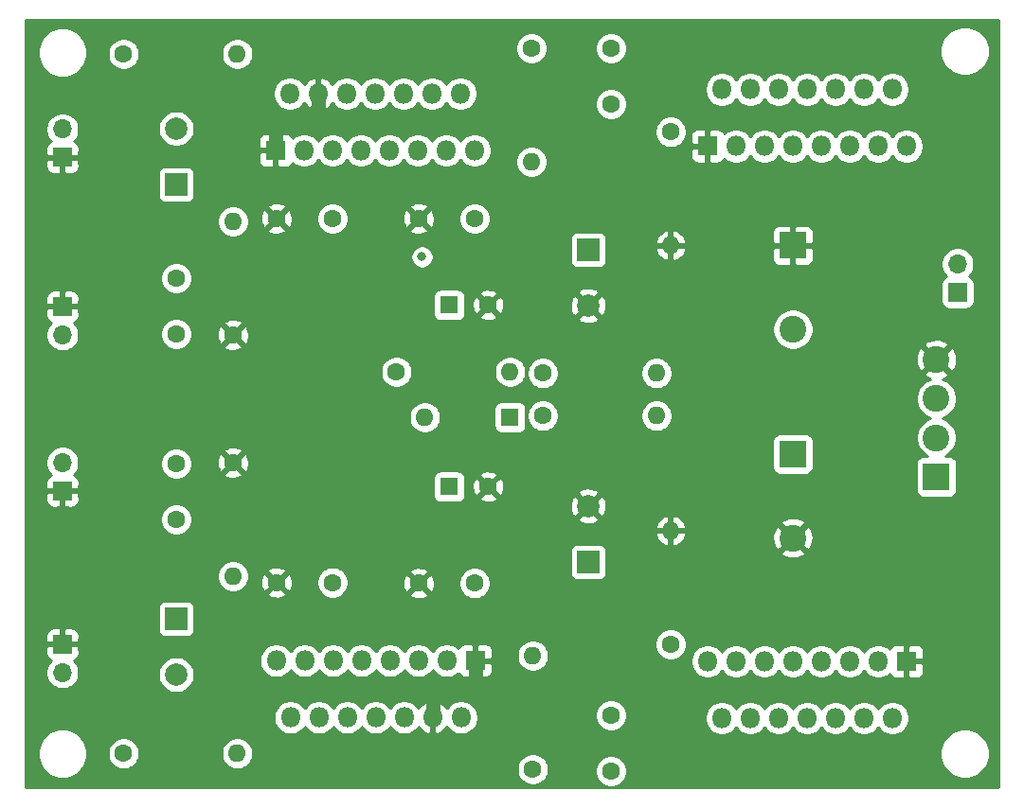
<source format=gbr>
G04 #@! TF.GenerationSoftware,KiCad,Pcbnew,(5.1.8-0-10_14)*
G04 #@! TF.CreationDate,2020-12-22T15:40:18-08:00*
G04 #@! TF.ProjectId,DualPedalBoardAmpSt,4475616c-5065-4646-916c-426f61726441,rev?*
G04 #@! TF.SameCoordinates,Original*
G04 #@! TF.FileFunction,Copper,L3,Inr*
G04 #@! TF.FilePolarity,Positive*
%FSLAX46Y46*%
G04 Gerber Fmt 4.6, Leading zero omitted, Abs format (unit mm)*
G04 Created by KiCad (PCBNEW (5.1.8-0-10_14)) date 2020-12-22 15:40:18*
%MOMM*%
%LPD*%
G01*
G04 APERTURE LIST*
G04 #@! TA.AperFunction,ComponentPad*
%ADD10C,2.400000*%
G04 #@! TD*
G04 #@! TA.AperFunction,ComponentPad*
%ADD11R,2.400000X2.400000*%
G04 #@! TD*
G04 #@! TA.AperFunction,ComponentPad*
%ADD12O,1.800000X1.800000*%
G04 #@! TD*
G04 #@! TA.AperFunction,ComponentPad*
%ADD13R,1.800000X1.800000*%
G04 #@! TD*
G04 #@! TA.AperFunction,ComponentPad*
%ADD14O,1.600000X1.600000*%
G04 #@! TD*
G04 #@! TA.AperFunction,ComponentPad*
%ADD15C,1.600000*%
G04 #@! TD*
G04 #@! TA.AperFunction,ComponentPad*
%ADD16C,2.000000*%
G04 #@! TD*
G04 #@! TA.AperFunction,ComponentPad*
%ADD17R,2.000000X2.000000*%
G04 #@! TD*
G04 #@! TA.AperFunction,ComponentPad*
%ADD18R,1.600000X1.600000*%
G04 #@! TD*
G04 #@! TA.AperFunction,ComponentPad*
%ADD19O,1.700000X1.700000*%
G04 #@! TD*
G04 #@! TA.AperFunction,ComponentPad*
%ADD20R,1.700000X1.700000*%
G04 #@! TD*
G04 #@! TA.AperFunction,ViaPad*
%ADD21C,0.800000*%
G04 #@! TD*
G04 #@! TA.AperFunction,Conductor*
%ADD22C,1.270000*%
G04 #@! TD*
G04 #@! TA.AperFunction,Conductor*
%ADD23C,0.254000*%
G04 #@! TD*
G04 #@! TA.AperFunction,Conductor*
%ADD24C,0.100000*%
G04 #@! TD*
G04 APERTURE END LIST*
D10*
X196215000Y-72050000D03*
X196215000Y-75550000D03*
X196215000Y-79050000D03*
D11*
X196215000Y-82550000D03*
D12*
X175768000Y-99060000D03*
X177038000Y-104140000D03*
X178308000Y-99060000D03*
X179578000Y-104140000D03*
X180848000Y-99060000D03*
X182118000Y-104140000D03*
X183388000Y-99060000D03*
X184658000Y-104140000D03*
X185928000Y-99060000D03*
X187198000Y-104140000D03*
X188468000Y-99060000D03*
X189738000Y-104140000D03*
X191008000Y-99060000D03*
X192278000Y-104140000D03*
D13*
X193548000Y-99060000D03*
D12*
X154940000Y-53340000D03*
X153670000Y-48260000D03*
X152400000Y-53340000D03*
X151130000Y-48260000D03*
X149860000Y-53340000D03*
X148590000Y-48260000D03*
X147320000Y-53340000D03*
X146050000Y-48260000D03*
X144780000Y-53340000D03*
X143510000Y-48260000D03*
X142240000Y-53340000D03*
X140970000Y-48260000D03*
X139700000Y-53340000D03*
X138430000Y-48260000D03*
D13*
X137160000Y-53340000D03*
D14*
X172466000Y-87376000D03*
D15*
X172466000Y-97536000D03*
D12*
X193548000Y-52959000D03*
X192278000Y-47879000D03*
X191008000Y-52959000D03*
X189738000Y-47879000D03*
X188468000Y-52959000D03*
X187198000Y-47879000D03*
X185928000Y-52959000D03*
X184658000Y-47879000D03*
X183388000Y-52959000D03*
X182118000Y-47879000D03*
X180848000Y-52959000D03*
X179578000Y-47879000D03*
X178308000Y-52959000D03*
X177038000Y-47879000D03*
D13*
X175768000Y-52959000D03*
D14*
X172466000Y-61849000D03*
D15*
X172466000Y-51689000D03*
X167132000Y-108886000D03*
X167132000Y-103886000D03*
X167132000Y-44196000D03*
X167132000Y-49196000D03*
D16*
X128270000Y-100250000D03*
D17*
X128270000Y-95250000D03*
D16*
X128270000Y-51388000D03*
D17*
X128270000Y-56388000D03*
D15*
X156154000Y-67183000D03*
D18*
X152654000Y-67183000D03*
D15*
X156154000Y-83439000D03*
D18*
X152654000Y-83439000D03*
D16*
X165100000Y-67230000D03*
D17*
X165100000Y-62230000D03*
D16*
X165100000Y-85170000D03*
D17*
X165100000Y-90170000D03*
D14*
X171196000Y-77089000D03*
D15*
X161036000Y-77089000D03*
X149940000Y-92075000D03*
X154940000Y-92075000D03*
D12*
X137220000Y-99000000D03*
X138490000Y-104080000D03*
X139760000Y-99000000D03*
X141030000Y-104080000D03*
X142300000Y-99000000D03*
X143570000Y-104080000D03*
X144840000Y-99000000D03*
X146110000Y-104080000D03*
X147380000Y-99000000D03*
X148650000Y-104080000D03*
X149920000Y-99000000D03*
X151190000Y-104080000D03*
X152460000Y-99000000D03*
X153730000Y-104080000D03*
D13*
X155000000Y-99000000D03*
D14*
X133731000Y-107315000D03*
D15*
X123571000Y-107315000D03*
D14*
X133350000Y-91440000D03*
D15*
X133350000Y-81280000D03*
D14*
X160147000Y-98552000D03*
D15*
X160147000Y-108712000D03*
D19*
X118110000Y-100076000D03*
D20*
X118110000Y-97536000D03*
D19*
X118110000Y-81280000D03*
D20*
X118110000Y-83820000D03*
D15*
X137240000Y-92000000D03*
X142240000Y-92000000D03*
X128270000Y-81360000D03*
X128270000Y-86360000D03*
D19*
X198120000Y-63500000D03*
D20*
X198120000Y-66040000D03*
D14*
X133731000Y-44704000D03*
D15*
X123571000Y-44704000D03*
D14*
X158115000Y-73152000D03*
D15*
X147955000Y-73152000D03*
D14*
X171196000Y-73279000D03*
D15*
X161036000Y-73279000D03*
D14*
X133350000Y-59690000D03*
D15*
X133350000Y-69850000D03*
D14*
X160020000Y-54356000D03*
D15*
X160020000Y-44196000D03*
D19*
X118110000Y-51435000D03*
D20*
X118110000Y-53975000D03*
D19*
X118110000Y-69850000D03*
D20*
X118110000Y-67310000D03*
D14*
X150495000Y-77216000D03*
D18*
X158115000Y-77216000D03*
D10*
X183388000Y-69349000D03*
D11*
X183388000Y-61849000D03*
D15*
X149940000Y-59436000D03*
X154940000Y-59436000D03*
D10*
X183388000Y-88018000D03*
D11*
X183388000Y-80518000D03*
D15*
X137240000Y-59436000D03*
X142240000Y-59436000D03*
X128270000Y-69770000D03*
X128270000Y-64770000D03*
D21*
X150241000Y-62865000D03*
D22*
X151190000Y-102429000D02*
X151190000Y-104080000D01*
X152019000Y-101600000D02*
X151190000Y-102429000D01*
X155000000Y-101159000D02*
X154559000Y-101600000D01*
X154559000Y-101600000D02*
X152019000Y-101600000D01*
X155000000Y-99000000D02*
X155000000Y-101159000D01*
X137160000Y-51562000D02*
X137160000Y-53340000D01*
X139827000Y-50673000D02*
X138049000Y-50673000D01*
X138049000Y-50673000D02*
X137160000Y-51562000D01*
X140970000Y-49530000D02*
X139827000Y-50673000D01*
X140970000Y-48260000D02*
X140970000Y-49530000D01*
D23*
X201778000Y-110338000D02*
X114833000Y-110338000D01*
X114833000Y-107094872D01*
X115875000Y-107094872D01*
X115875000Y-107535128D01*
X115960890Y-107966925D01*
X116129369Y-108373669D01*
X116373962Y-108739729D01*
X116685271Y-109051038D01*
X117051331Y-109295631D01*
X117458075Y-109464110D01*
X117889872Y-109550000D01*
X118330128Y-109550000D01*
X118761925Y-109464110D01*
X119168669Y-109295631D01*
X119534729Y-109051038D01*
X119846038Y-108739729D01*
X120090631Y-108373669D01*
X120259110Y-107966925D01*
X120345000Y-107535128D01*
X120345000Y-107173665D01*
X122136000Y-107173665D01*
X122136000Y-107456335D01*
X122191147Y-107733574D01*
X122299320Y-107994727D01*
X122456363Y-108229759D01*
X122656241Y-108429637D01*
X122891273Y-108586680D01*
X123152426Y-108694853D01*
X123429665Y-108750000D01*
X123712335Y-108750000D01*
X123989574Y-108694853D01*
X124250727Y-108586680D01*
X124485759Y-108429637D01*
X124685637Y-108229759D01*
X124842680Y-107994727D01*
X124950853Y-107733574D01*
X125006000Y-107456335D01*
X125006000Y-107173665D01*
X132296000Y-107173665D01*
X132296000Y-107456335D01*
X132351147Y-107733574D01*
X132459320Y-107994727D01*
X132616363Y-108229759D01*
X132816241Y-108429637D01*
X133051273Y-108586680D01*
X133312426Y-108694853D01*
X133589665Y-108750000D01*
X133872335Y-108750000D01*
X134149574Y-108694853D01*
X134410727Y-108586680D01*
X134434695Y-108570665D01*
X158712000Y-108570665D01*
X158712000Y-108853335D01*
X158767147Y-109130574D01*
X158875320Y-109391727D01*
X159032363Y-109626759D01*
X159232241Y-109826637D01*
X159467273Y-109983680D01*
X159728426Y-110091853D01*
X160005665Y-110147000D01*
X160288335Y-110147000D01*
X160565574Y-110091853D01*
X160826727Y-109983680D01*
X161061759Y-109826637D01*
X161261637Y-109626759D01*
X161418680Y-109391727D01*
X161526853Y-109130574D01*
X161582000Y-108853335D01*
X161582000Y-108744665D01*
X165697000Y-108744665D01*
X165697000Y-109027335D01*
X165752147Y-109304574D01*
X165860320Y-109565727D01*
X166017363Y-109800759D01*
X166217241Y-110000637D01*
X166452273Y-110157680D01*
X166713426Y-110265853D01*
X166990665Y-110321000D01*
X167273335Y-110321000D01*
X167550574Y-110265853D01*
X167811727Y-110157680D01*
X168046759Y-110000637D01*
X168246637Y-109800759D01*
X168403680Y-109565727D01*
X168511853Y-109304574D01*
X168567000Y-109027335D01*
X168567000Y-108744665D01*
X168511853Y-108467426D01*
X168403680Y-108206273D01*
X168246637Y-107971241D01*
X168046759Y-107771363D01*
X167811727Y-107614320D01*
X167550574Y-107506147D01*
X167273335Y-107451000D01*
X166990665Y-107451000D01*
X166713426Y-107506147D01*
X166452273Y-107614320D01*
X166217241Y-107771363D01*
X166017363Y-107971241D01*
X165860320Y-108206273D01*
X165752147Y-108467426D01*
X165697000Y-108744665D01*
X161582000Y-108744665D01*
X161582000Y-108570665D01*
X161526853Y-108293426D01*
X161418680Y-108032273D01*
X161261637Y-107797241D01*
X161061759Y-107597363D01*
X160826727Y-107440320D01*
X160565574Y-107332147D01*
X160288335Y-107277000D01*
X160005665Y-107277000D01*
X159728426Y-107332147D01*
X159467273Y-107440320D01*
X159232241Y-107597363D01*
X159032363Y-107797241D01*
X158875320Y-108032273D01*
X158767147Y-108293426D01*
X158712000Y-108570665D01*
X134434695Y-108570665D01*
X134645759Y-108429637D01*
X134845637Y-108229759D01*
X135002680Y-107994727D01*
X135110853Y-107733574D01*
X135166000Y-107456335D01*
X135166000Y-107173665D01*
X135150327Y-107094872D01*
X196520000Y-107094872D01*
X196520000Y-107535128D01*
X196605890Y-107966925D01*
X196774369Y-108373669D01*
X197018962Y-108739729D01*
X197330271Y-109051038D01*
X197696331Y-109295631D01*
X198103075Y-109464110D01*
X198534872Y-109550000D01*
X198975128Y-109550000D01*
X199406925Y-109464110D01*
X199813669Y-109295631D01*
X200179729Y-109051038D01*
X200491038Y-108739729D01*
X200735631Y-108373669D01*
X200904110Y-107966925D01*
X200990000Y-107535128D01*
X200990000Y-107094872D01*
X200904110Y-106663075D01*
X200735631Y-106256331D01*
X200491038Y-105890271D01*
X200179729Y-105578962D01*
X199813669Y-105334369D01*
X199406925Y-105165890D01*
X198975128Y-105080000D01*
X198534872Y-105080000D01*
X198103075Y-105165890D01*
X197696331Y-105334369D01*
X197330271Y-105578962D01*
X197018962Y-105890271D01*
X196774369Y-106256331D01*
X196605890Y-106663075D01*
X196520000Y-107094872D01*
X135150327Y-107094872D01*
X135110853Y-106896426D01*
X135002680Y-106635273D01*
X134845637Y-106400241D01*
X134645759Y-106200363D01*
X134410727Y-106043320D01*
X134149574Y-105935147D01*
X133872335Y-105880000D01*
X133589665Y-105880000D01*
X133312426Y-105935147D01*
X133051273Y-106043320D01*
X132816241Y-106200363D01*
X132616363Y-106400241D01*
X132459320Y-106635273D01*
X132351147Y-106896426D01*
X132296000Y-107173665D01*
X125006000Y-107173665D01*
X124950853Y-106896426D01*
X124842680Y-106635273D01*
X124685637Y-106400241D01*
X124485759Y-106200363D01*
X124250727Y-106043320D01*
X123989574Y-105935147D01*
X123712335Y-105880000D01*
X123429665Y-105880000D01*
X123152426Y-105935147D01*
X122891273Y-106043320D01*
X122656241Y-106200363D01*
X122456363Y-106400241D01*
X122299320Y-106635273D01*
X122191147Y-106896426D01*
X122136000Y-107173665D01*
X120345000Y-107173665D01*
X120345000Y-107094872D01*
X120259110Y-106663075D01*
X120090631Y-106256331D01*
X119846038Y-105890271D01*
X119534729Y-105578962D01*
X119168669Y-105334369D01*
X118761925Y-105165890D01*
X118330128Y-105080000D01*
X117889872Y-105080000D01*
X117458075Y-105165890D01*
X117051331Y-105334369D01*
X116685271Y-105578962D01*
X116373962Y-105890271D01*
X116129369Y-106256331D01*
X115960890Y-106663075D01*
X115875000Y-107094872D01*
X114833000Y-107094872D01*
X114833000Y-103928816D01*
X136955000Y-103928816D01*
X136955000Y-104231184D01*
X137013989Y-104527743D01*
X137129701Y-104807095D01*
X137297688Y-105058505D01*
X137511495Y-105272312D01*
X137762905Y-105440299D01*
X138042257Y-105556011D01*
X138338816Y-105615000D01*
X138641184Y-105615000D01*
X138937743Y-105556011D01*
X139217095Y-105440299D01*
X139468505Y-105272312D01*
X139682312Y-105058505D01*
X139760000Y-104942237D01*
X139837688Y-105058505D01*
X140051495Y-105272312D01*
X140302905Y-105440299D01*
X140582257Y-105556011D01*
X140878816Y-105615000D01*
X141181184Y-105615000D01*
X141477743Y-105556011D01*
X141757095Y-105440299D01*
X142008505Y-105272312D01*
X142222312Y-105058505D01*
X142300000Y-104942237D01*
X142377688Y-105058505D01*
X142591495Y-105272312D01*
X142842905Y-105440299D01*
X143122257Y-105556011D01*
X143418816Y-105615000D01*
X143721184Y-105615000D01*
X144017743Y-105556011D01*
X144297095Y-105440299D01*
X144548505Y-105272312D01*
X144762312Y-105058505D01*
X144840000Y-104942237D01*
X144917688Y-105058505D01*
X145131495Y-105272312D01*
X145382905Y-105440299D01*
X145662257Y-105556011D01*
X145958816Y-105615000D01*
X146261184Y-105615000D01*
X146557743Y-105556011D01*
X146837095Y-105440299D01*
X147088505Y-105272312D01*
X147302312Y-105058505D01*
X147380000Y-104942237D01*
X147457688Y-105058505D01*
X147671495Y-105272312D01*
X147922905Y-105440299D01*
X148202257Y-105556011D01*
X148498816Y-105615000D01*
X148801184Y-105615000D01*
X149097743Y-105556011D01*
X149377095Y-105440299D01*
X149628505Y-105272312D01*
X149842312Y-105058505D01*
X149923367Y-104937198D01*
X150058351Y-105117116D01*
X150282427Y-105317962D01*
X150541380Y-105471234D01*
X150825259Y-105571041D01*
X151063000Y-105450992D01*
X151063000Y-104207000D01*
X151043000Y-104207000D01*
X151043000Y-103953000D01*
X151063000Y-103953000D01*
X151063000Y-102709008D01*
X151317000Y-102709008D01*
X151317000Y-103953000D01*
X151337000Y-103953000D01*
X151337000Y-104207000D01*
X151317000Y-104207000D01*
X151317000Y-105450992D01*
X151554741Y-105571041D01*
X151838620Y-105471234D01*
X152097573Y-105317962D01*
X152321649Y-105117116D01*
X152456633Y-104937198D01*
X152537688Y-105058505D01*
X152751495Y-105272312D01*
X153002905Y-105440299D01*
X153282257Y-105556011D01*
X153578816Y-105615000D01*
X153881184Y-105615000D01*
X154177743Y-105556011D01*
X154457095Y-105440299D01*
X154708505Y-105272312D01*
X154922312Y-105058505D01*
X155090299Y-104807095D01*
X155206011Y-104527743D01*
X155265000Y-104231184D01*
X155265000Y-103928816D01*
X155228371Y-103744665D01*
X165697000Y-103744665D01*
X165697000Y-104027335D01*
X165752147Y-104304574D01*
X165860320Y-104565727D01*
X166017363Y-104800759D01*
X166217241Y-105000637D01*
X166452273Y-105157680D01*
X166713426Y-105265853D01*
X166990665Y-105321000D01*
X167273335Y-105321000D01*
X167550574Y-105265853D01*
X167811727Y-105157680D01*
X168046759Y-105000637D01*
X168246637Y-104800759D01*
X168403680Y-104565727D01*
X168511853Y-104304574D01*
X168567000Y-104027335D01*
X168567000Y-103988816D01*
X175503000Y-103988816D01*
X175503000Y-104291184D01*
X175561989Y-104587743D01*
X175677701Y-104867095D01*
X175845688Y-105118505D01*
X176059495Y-105332312D01*
X176310905Y-105500299D01*
X176590257Y-105616011D01*
X176886816Y-105675000D01*
X177189184Y-105675000D01*
X177485743Y-105616011D01*
X177765095Y-105500299D01*
X178016505Y-105332312D01*
X178230312Y-105118505D01*
X178308000Y-105002237D01*
X178385688Y-105118505D01*
X178599495Y-105332312D01*
X178850905Y-105500299D01*
X179130257Y-105616011D01*
X179426816Y-105675000D01*
X179729184Y-105675000D01*
X180025743Y-105616011D01*
X180305095Y-105500299D01*
X180556505Y-105332312D01*
X180770312Y-105118505D01*
X180848000Y-105002237D01*
X180925688Y-105118505D01*
X181139495Y-105332312D01*
X181390905Y-105500299D01*
X181670257Y-105616011D01*
X181966816Y-105675000D01*
X182269184Y-105675000D01*
X182565743Y-105616011D01*
X182845095Y-105500299D01*
X183096505Y-105332312D01*
X183310312Y-105118505D01*
X183388000Y-105002237D01*
X183465688Y-105118505D01*
X183679495Y-105332312D01*
X183930905Y-105500299D01*
X184210257Y-105616011D01*
X184506816Y-105675000D01*
X184809184Y-105675000D01*
X185105743Y-105616011D01*
X185385095Y-105500299D01*
X185636505Y-105332312D01*
X185850312Y-105118505D01*
X185928000Y-105002237D01*
X186005688Y-105118505D01*
X186219495Y-105332312D01*
X186470905Y-105500299D01*
X186750257Y-105616011D01*
X187046816Y-105675000D01*
X187349184Y-105675000D01*
X187645743Y-105616011D01*
X187925095Y-105500299D01*
X188176505Y-105332312D01*
X188390312Y-105118505D01*
X188468000Y-105002237D01*
X188545688Y-105118505D01*
X188759495Y-105332312D01*
X189010905Y-105500299D01*
X189290257Y-105616011D01*
X189586816Y-105675000D01*
X189889184Y-105675000D01*
X190185743Y-105616011D01*
X190465095Y-105500299D01*
X190716505Y-105332312D01*
X190930312Y-105118505D01*
X191008000Y-105002237D01*
X191085688Y-105118505D01*
X191299495Y-105332312D01*
X191550905Y-105500299D01*
X191830257Y-105616011D01*
X192126816Y-105675000D01*
X192429184Y-105675000D01*
X192725743Y-105616011D01*
X193005095Y-105500299D01*
X193256505Y-105332312D01*
X193470312Y-105118505D01*
X193638299Y-104867095D01*
X193754011Y-104587743D01*
X193813000Y-104291184D01*
X193813000Y-103988816D01*
X193754011Y-103692257D01*
X193638299Y-103412905D01*
X193470312Y-103161495D01*
X193256505Y-102947688D01*
X193005095Y-102779701D01*
X192725743Y-102663989D01*
X192429184Y-102605000D01*
X192126816Y-102605000D01*
X191830257Y-102663989D01*
X191550905Y-102779701D01*
X191299495Y-102947688D01*
X191085688Y-103161495D01*
X191008000Y-103277763D01*
X190930312Y-103161495D01*
X190716505Y-102947688D01*
X190465095Y-102779701D01*
X190185743Y-102663989D01*
X189889184Y-102605000D01*
X189586816Y-102605000D01*
X189290257Y-102663989D01*
X189010905Y-102779701D01*
X188759495Y-102947688D01*
X188545688Y-103161495D01*
X188468000Y-103277763D01*
X188390312Y-103161495D01*
X188176505Y-102947688D01*
X187925095Y-102779701D01*
X187645743Y-102663989D01*
X187349184Y-102605000D01*
X187046816Y-102605000D01*
X186750257Y-102663989D01*
X186470905Y-102779701D01*
X186219495Y-102947688D01*
X186005688Y-103161495D01*
X185928000Y-103277763D01*
X185850312Y-103161495D01*
X185636505Y-102947688D01*
X185385095Y-102779701D01*
X185105743Y-102663989D01*
X184809184Y-102605000D01*
X184506816Y-102605000D01*
X184210257Y-102663989D01*
X183930905Y-102779701D01*
X183679495Y-102947688D01*
X183465688Y-103161495D01*
X183388000Y-103277763D01*
X183310312Y-103161495D01*
X183096505Y-102947688D01*
X182845095Y-102779701D01*
X182565743Y-102663989D01*
X182269184Y-102605000D01*
X181966816Y-102605000D01*
X181670257Y-102663989D01*
X181390905Y-102779701D01*
X181139495Y-102947688D01*
X180925688Y-103161495D01*
X180848000Y-103277763D01*
X180770312Y-103161495D01*
X180556505Y-102947688D01*
X180305095Y-102779701D01*
X180025743Y-102663989D01*
X179729184Y-102605000D01*
X179426816Y-102605000D01*
X179130257Y-102663989D01*
X178850905Y-102779701D01*
X178599495Y-102947688D01*
X178385688Y-103161495D01*
X178308000Y-103277763D01*
X178230312Y-103161495D01*
X178016505Y-102947688D01*
X177765095Y-102779701D01*
X177485743Y-102663989D01*
X177189184Y-102605000D01*
X176886816Y-102605000D01*
X176590257Y-102663989D01*
X176310905Y-102779701D01*
X176059495Y-102947688D01*
X175845688Y-103161495D01*
X175677701Y-103412905D01*
X175561989Y-103692257D01*
X175503000Y-103988816D01*
X168567000Y-103988816D01*
X168567000Y-103744665D01*
X168511853Y-103467426D01*
X168403680Y-103206273D01*
X168246637Y-102971241D01*
X168046759Y-102771363D01*
X167811727Y-102614320D01*
X167550574Y-102506147D01*
X167273335Y-102451000D01*
X166990665Y-102451000D01*
X166713426Y-102506147D01*
X166452273Y-102614320D01*
X166217241Y-102771363D01*
X166017363Y-102971241D01*
X165860320Y-103206273D01*
X165752147Y-103467426D01*
X165697000Y-103744665D01*
X155228371Y-103744665D01*
X155206011Y-103632257D01*
X155090299Y-103352905D01*
X154922312Y-103101495D01*
X154708505Y-102887688D01*
X154457095Y-102719701D01*
X154177743Y-102603989D01*
X153881184Y-102545000D01*
X153578816Y-102545000D01*
X153282257Y-102603989D01*
X153002905Y-102719701D01*
X152751495Y-102887688D01*
X152537688Y-103101495D01*
X152456633Y-103222802D01*
X152321649Y-103042884D01*
X152097573Y-102842038D01*
X151838620Y-102688766D01*
X151554741Y-102588959D01*
X151317000Y-102709008D01*
X151063000Y-102709008D01*
X150825259Y-102588959D01*
X150541380Y-102688766D01*
X150282427Y-102842038D01*
X150058351Y-103042884D01*
X149923367Y-103222802D01*
X149842312Y-103101495D01*
X149628505Y-102887688D01*
X149377095Y-102719701D01*
X149097743Y-102603989D01*
X148801184Y-102545000D01*
X148498816Y-102545000D01*
X148202257Y-102603989D01*
X147922905Y-102719701D01*
X147671495Y-102887688D01*
X147457688Y-103101495D01*
X147380000Y-103217763D01*
X147302312Y-103101495D01*
X147088505Y-102887688D01*
X146837095Y-102719701D01*
X146557743Y-102603989D01*
X146261184Y-102545000D01*
X145958816Y-102545000D01*
X145662257Y-102603989D01*
X145382905Y-102719701D01*
X145131495Y-102887688D01*
X144917688Y-103101495D01*
X144840000Y-103217763D01*
X144762312Y-103101495D01*
X144548505Y-102887688D01*
X144297095Y-102719701D01*
X144017743Y-102603989D01*
X143721184Y-102545000D01*
X143418816Y-102545000D01*
X143122257Y-102603989D01*
X142842905Y-102719701D01*
X142591495Y-102887688D01*
X142377688Y-103101495D01*
X142300000Y-103217763D01*
X142222312Y-103101495D01*
X142008505Y-102887688D01*
X141757095Y-102719701D01*
X141477743Y-102603989D01*
X141181184Y-102545000D01*
X140878816Y-102545000D01*
X140582257Y-102603989D01*
X140302905Y-102719701D01*
X140051495Y-102887688D01*
X139837688Y-103101495D01*
X139760000Y-103217763D01*
X139682312Y-103101495D01*
X139468505Y-102887688D01*
X139217095Y-102719701D01*
X138937743Y-102603989D01*
X138641184Y-102545000D01*
X138338816Y-102545000D01*
X138042257Y-102603989D01*
X137762905Y-102719701D01*
X137511495Y-102887688D01*
X137297688Y-103101495D01*
X137129701Y-103352905D01*
X137013989Y-103632257D01*
X136955000Y-103928816D01*
X114833000Y-103928816D01*
X114833000Y-98386000D01*
X116621928Y-98386000D01*
X116634188Y-98510482D01*
X116670498Y-98630180D01*
X116729463Y-98740494D01*
X116808815Y-98837185D01*
X116905506Y-98916537D01*
X117015820Y-98975502D01*
X117088380Y-98997513D01*
X116956525Y-99129368D01*
X116794010Y-99372589D01*
X116682068Y-99642842D01*
X116625000Y-99929740D01*
X116625000Y-100222260D01*
X116682068Y-100509158D01*
X116794010Y-100779411D01*
X116956525Y-101022632D01*
X117163368Y-101229475D01*
X117406589Y-101391990D01*
X117676842Y-101503932D01*
X117963740Y-101561000D01*
X118256260Y-101561000D01*
X118543158Y-101503932D01*
X118813411Y-101391990D01*
X119056632Y-101229475D01*
X119263475Y-101022632D01*
X119425990Y-100779411D01*
X119537932Y-100509158D01*
X119595000Y-100222260D01*
X119595000Y-100088967D01*
X126635000Y-100088967D01*
X126635000Y-100411033D01*
X126697832Y-100726912D01*
X126821082Y-101024463D01*
X127000013Y-101292252D01*
X127227748Y-101519987D01*
X127495537Y-101698918D01*
X127793088Y-101822168D01*
X128108967Y-101885000D01*
X128431033Y-101885000D01*
X128746912Y-101822168D01*
X129044463Y-101698918D01*
X129312252Y-101519987D01*
X129539987Y-101292252D01*
X129718918Y-101024463D01*
X129842168Y-100726912D01*
X129905000Y-100411033D01*
X129905000Y-100088967D01*
X129842168Y-99773088D01*
X129718918Y-99475537D01*
X129539987Y-99207748D01*
X129312252Y-98980013D01*
X129115902Y-98848816D01*
X135685000Y-98848816D01*
X135685000Y-99151184D01*
X135743989Y-99447743D01*
X135859701Y-99727095D01*
X136027688Y-99978505D01*
X136241495Y-100192312D01*
X136492905Y-100360299D01*
X136772257Y-100476011D01*
X137068816Y-100535000D01*
X137371184Y-100535000D01*
X137667743Y-100476011D01*
X137947095Y-100360299D01*
X138198505Y-100192312D01*
X138412312Y-99978505D01*
X138490000Y-99862237D01*
X138567688Y-99978505D01*
X138781495Y-100192312D01*
X139032905Y-100360299D01*
X139312257Y-100476011D01*
X139608816Y-100535000D01*
X139911184Y-100535000D01*
X140207743Y-100476011D01*
X140487095Y-100360299D01*
X140738505Y-100192312D01*
X140952312Y-99978505D01*
X141030000Y-99862237D01*
X141107688Y-99978505D01*
X141321495Y-100192312D01*
X141572905Y-100360299D01*
X141852257Y-100476011D01*
X142148816Y-100535000D01*
X142451184Y-100535000D01*
X142747743Y-100476011D01*
X143027095Y-100360299D01*
X143278505Y-100192312D01*
X143492312Y-99978505D01*
X143570000Y-99862237D01*
X143647688Y-99978505D01*
X143861495Y-100192312D01*
X144112905Y-100360299D01*
X144392257Y-100476011D01*
X144688816Y-100535000D01*
X144991184Y-100535000D01*
X145287743Y-100476011D01*
X145567095Y-100360299D01*
X145818505Y-100192312D01*
X146032312Y-99978505D01*
X146110000Y-99862237D01*
X146187688Y-99978505D01*
X146401495Y-100192312D01*
X146652905Y-100360299D01*
X146932257Y-100476011D01*
X147228816Y-100535000D01*
X147531184Y-100535000D01*
X147827743Y-100476011D01*
X148107095Y-100360299D01*
X148358505Y-100192312D01*
X148572312Y-99978505D01*
X148650000Y-99862237D01*
X148727688Y-99978505D01*
X148941495Y-100192312D01*
X149192905Y-100360299D01*
X149472257Y-100476011D01*
X149768816Y-100535000D01*
X150071184Y-100535000D01*
X150367743Y-100476011D01*
X150647095Y-100360299D01*
X150898505Y-100192312D01*
X151112312Y-99978505D01*
X151190000Y-99862237D01*
X151267688Y-99978505D01*
X151481495Y-100192312D01*
X151732905Y-100360299D01*
X152012257Y-100476011D01*
X152308816Y-100535000D01*
X152611184Y-100535000D01*
X152907743Y-100476011D01*
X153187095Y-100360299D01*
X153438505Y-100192312D01*
X153504944Y-100125873D01*
X153510498Y-100144180D01*
X153569463Y-100254494D01*
X153648815Y-100351185D01*
X153745506Y-100430537D01*
X153855820Y-100489502D01*
X153975518Y-100525812D01*
X154100000Y-100538072D01*
X154714250Y-100535000D01*
X154873000Y-100376250D01*
X154873000Y-99127000D01*
X155127000Y-99127000D01*
X155127000Y-100376250D01*
X155285750Y-100535000D01*
X155900000Y-100538072D01*
X156024482Y-100525812D01*
X156144180Y-100489502D01*
X156254494Y-100430537D01*
X156351185Y-100351185D01*
X156430537Y-100254494D01*
X156489502Y-100144180D01*
X156525812Y-100024482D01*
X156538072Y-99900000D01*
X156535000Y-99285750D01*
X156376250Y-99127000D01*
X155127000Y-99127000D01*
X154873000Y-99127000D01*
X154853000Y-99127000D01*
X154853000Y-98873000D01*
X154873000Y-98873000D01*
X154873000Y-97623750D01*
X155127000Y-97623750D01*
X155127000Y-98873000D01*
X156376250Y-98873000D01*
X156535000Y-98714250D01*
X156536518Y-98410665D01*
X158712000Y-98410665D01*
X158712000Y-98693335D01*
X158767147Y-98970574D01*
X158875320Y-99231727D01*
X159032363Y-99466759D01*
X159232241Y-99666637D01*
X159467273Y-99823680D01*
X159728426Y-99931853D01*
X160005665Y-99987000D01*
X160288335Y-99987000D01*
X160565574Y-99931853D01*
X160826727Y-99823680D01*
X161061759Y-99666637D01*
X161261637Y-99466759D01*
X161418680Y-99231727D01*
X161526853Y-98970574D01*
X161582000Y-98693335D01*
X161582000Y-98410665D01*
X161526853Y-98133426D01*
X161418680Y-97872273D01*
X161261637Y-97637241D01*
X161061759Y-97437363D01*
X160997857Y-97394665D01*
X171031000Y-97394665D01*
X171031000Y-97677335D01*
X171086147Y-97954574D01*
X171194320Y-98215727D01*
X171351363Y-98450759D01*
X171551241Y-98650637D01*
X171786273Y-98807680D01*
X172047426Y-98915853D01*
X172324665Y-98971000D01*
X172607335Y-98971000D01*
X172884574Y-98915853D01*
X172901562Y-98908816D01*
X174233000Y-98908816D01*
X174233000Y-99211184D01*
X174291989Y-99507743D01*
X174407701Y-99787095D01*
X174575688Y-100038505D01*
X174789495Y-100252312D01*
X175040905Y-100420299D01*
X175320257Y-100536011D01*
X175616816Y-100595000D01*
X175919184Y-100595000D01*
X176215743Y-100536011D01*
X176495095Y-100420299D01*
X176746505Y-100252312D01*
X176960312Y-100038505D01*
X177038000Y-99922237D01*
X177115688Y-100038505D01*
X177329495Y-100252312D01*
X177580905Y-100420299D01*
X177860257Y-100536011D01*
X178156816Y-100595000D01*
X178459184Y-100595000D01*
X178755743Y-100536011D01*
X179035095Y-100420299D01*
X179286505Y-100252312D01*
X179500312Y-100038505D01*
X179578000Y-99922237D01*
X179655688Y-100038505D01*
X179869495Y-100252312D01*
X180120905Y-100420299D01*
X180400257Y-100536011D01*
X180696816Y-100595000D01*
X180999184Y-100595000D01*
X181295743Y-100536011D01*
X181575095Y-100420299D01*
X181826505Y-100252312D01*
X182040312Y-100038505D01*
X182118000Y-99922237D01*
X182195688Y-100038505D01*
X182409495Y-100252312D01*
X182660905Y-100420299D01*
X182940257Y-100536011D01*
X183236816Y-100595000D01*
X183539184Y-100595000D01*
X183835743Y-100536011D01*
X184115095Y-100420299D01*
X184366505Y-100252312D01*
X184580312Y-100038505D01*
X184658000Y-99922237D01*
X184735688Y-100038505D01*
X184949495Y-100252312D01*
X185200905Y-100420299D01*
X185480257Y-100536011D01*
X185776816Y-100595000D01*
X186079184Y-100595000D01*
X186375743Y-100536011D01*
X186655095Y-100420299D01*
X186906505Y-100252312D01*
X187120312Y-100038505D01*
X187198000Y-99922237D01*
X187275688Y-100038505D01*
X187489495Y-100252312D01*
X187740905Y-100420299D01*
X188020257Y-100536011D01*
X188316816Y-100595000D01*
X188619184Y-100595000D01*
X188915743Y-100536011D01*
X189195095Y-100420299D01*
X189446505Y-100252312D01*
X189660312Y-100038505D01*
X189738000Y-99922237D01*
X189815688Y-100038505D01*
X190029495Y-100252312D01*
X190280905Y-100420299D01*
X190560257Y-100536011D01*
X190856816Y-100595000D01*
X191159184Y-100595000D01*
X191455743Y-100536011D01*
X191735095Y-100420299D01*
X191986505Y-100252312D01*
X192052944Y-100185873D01*
X192058498Y-100204180D01*
X192117463Y-100314494D01*
X192196815Y-100411185D01*
X192293506Y-100490537D01*
X192403820Y-100549502D01*
X192523518Y-100585812D01*
X192648000Y-100598072D01*
X193262250Y-100595000D01*
X193421000Y-100436250D01*
X193421000Y-99187000D01*
X193675000Y-99187000D01*
X193675000Y-100436250D01*
X193833750Y-100595000D01*
X194448000Y-100598072D01*
X194572482Y-100585812D01*
X194692180Y-100549502D01*
X194802494Y-100490537D01*
X194899185Y-100411185D01*
X194978537Y-100314494D01*
X195037502Y-100204180D01*
X195073812Y-100084482D01*
X195086072Y-99960000D01*
X195083000Y-99345750D01*
X194924250Y-99187000D01*
X193675000Y-99187000D01*
X193421000Y-99187000D01*
X193401000Y-99187000D01*
X193401000Y-98933000D01*
X193421000Y-98933000D01*
X193421000Y-97683750D01*
X193675000Y-97683750D01*
X193675000Y-98933000D01*
X194924250Y-98933000D01*
X195083000Y-98774250D01*
X195086072Y-98160000D01*
X195073812Y-98035518D01*
X195037502Y-97915820D01*
X194978537Y-97805506D01*
X194899185Y-97708815D01*
X194802494Y-97629463D01*
X194692180Y-97570498D01*
X194572482Y-97534188D01*
X194448000Y-97521928D01*
X193833750Y-97525000D01*
X193675000Y-97683750D01*
X193421000Y-97683750D01*
X193262250Y-97525000D01*
X192648000Y-97521928D01*
X192523518Y-97534188D01*
X192403820Y-97570498D01*
X192293506Y-97629463D01*
X192196815Y-97708815D01*
X192117463Y-97805506D01*
X192058498Y-97915820D01*
X192052944Y-97934127D01*
X191986505Y-97867688D01*
X191735095Y-97699701D01*
X191455743Y-97583989D01*
X191159184Y-97525000D01*
X190856816Y-97525000D01*
X190560257Y-97583989D01*
X190280905Y-97699701D01*
X190029495Y-97867688D01*
X189815688Y-98081495D01*
X189738000Y-98197763D01*
X189660312Y-98081495D01*
X189446505Y-97867688D01*
X189195095Y-97699701D01*
X188915743Y-97583989D01*
X188619184Y-97525000D01*
X188316816Y-97525000D01*
X188020257Y-97583989D01*
X187740905Y-97699701D01*
X187489495Y-97867688D01*
X187275688Y-98081495D01*
X187198000Y-98197763D01*
X187120312Y-98081495D01*
X186906505Y-97867688D01*
X186655095Y-97699701D01*
X186375743Y-97583989D01*
X186079184Y-97525000D01*
X185776816Y-97525000D01*
X185480257Y-97583989D01*
X185200905Y-97699701D01*
X184949495Y-97867688D01*
X184735688Y-98081495D01*
X184658000Y-98197763D01*
X184580312Y-98081495D01*
X184366505Y-97867688D01*
X184115095Y-97699701D01*
X183835743Y-97583989D01*
X183539184Y-97525000D01*
X183236816Y-97525000D01*
X182940257Y-97583989D01*
X182660905Y-97699701D01*
X182409495Y-97867688D01*
X182195688Y-98081495D01*
X182118000Y-98197763D01*
X182040312Y-98081495D01*
X181826505Y-97867688D01*
X181575095Y-97699701D01*
X181295743Y-97583989D01*
X180999184Y-97525000D01*
X180696816Y-97525000D01*
X180400257Y-97583989D01*
X180120905Y-97699701D01*
X179869495Y-97867688D01*
X179655688Y-98081495D01*
X179578000Y-98197763D01*
X179500312Y-98081495D01*
X179286505Y-97867688D01*
X179035095Y-97699701D01*
X178755743Y-97583989D01*
X178459184Y-97525000D01*
X178156816Y-97525000D01*
X177860257Y-97583989D01*
X177580905Y-97699701D01*
X177329495Y-97867688D01*
X177115688Y-98081495D01*
X177038000Y-98197763D01*
X176960312Y-98081495D01*
X176746505Y-97867688D01*
X176495095Y-97699701D01*
X176215743Y-97583989D01*
X175919184Y-97525000D01*
X175616816Y-97525000D01*
X175320257Y-97583989D01*
X175040905Y-97699701D01*
X174789495Y-97867688D01*
X174575688Y-98081495D01*
X174407701Y-98332905D01*
X174291989Y-98612257D01*
X174233000Y-98908816D01*
X172901562Y-98908816D01*
X173145727Y-98807680D01*
X173380759Y-98650637D01*
X173580637Y-98450759D01*
X173737680Y-98215727D01*
X173845853Y-97954574D01*
X173901000Y-97677335D01*
X173901000Y-97394665D01*
X173845853Y-97117426D01*
X173737680Y-96856273D01*
X173580637Y-96621241D01*
X173380759Y-96421363D01*
X173145727Y-96264320D01*
X172884574Y-96156147D01*
X172607335Y-96101000D01*
X172324665Y-96101000D01*
X172047426Y-96156147D01*
X171786273Y-96264320D01*
X171551241Y-96421363D01*
X171351363Y-96621241D01*
X171194320Y-96856273D01*
X171086147Y-97117426D01*
X171031000Y-97394665D01*
X160997857Y-97394665D01*
X160826727Y-97280320D01*
X160565574Y-97172147D01*
X160288335Y-97117000D01*
X160005665Y-97117000D01*
X159728426Y-97172147D01*
X159467273Y-97280320D01*
X159232241Y-97437363D01*
X159032363Y-97637241D01*
X158875320Y-97872273D01*
X158767147Y-98133426D01*
X158712000Y-98410665D01*
X156536518Y-98410665D01*
X156538072Y-98100000D01*
X156525812Y-97975518D01*
X156489502Y-97855820D01*
X156430537Y-97745506D01*
X156351185Y-97648815D01*
X156254494Y-97569463D01*
X156144180Y-97510498D01*
X156024482Y-97474188D01*
X155900000Y-97461928D01*
X155285750Y-97465000D01*
X155127000Y-97623750D01*
X154873000Y-97623750D01*
X154714250Y-97465000D01*
X154100000Y-97461928D01*
X153975518Y-97474188D01*
X153855820Y-97510498D01*
X153745506Y-97569463D01*
X153648815Y-97648815D01*
X153569463Y-97745506D01*
X153510498Y-97855820D01*
X153504944Y-97874127D01*
X153438505Y-97807688D01*
X153187095Y-97639701D01*
X152907743Y-97523989D01*
X152611184Y-97465000D01*
X152308816Y-97465000D01*
X152012257Y-97523989D01*
X151732905Y-97639701D01*
X151481495Y-97807688D01*
X151267688Y-98021495D01*
X151190000Y-98137763D01*
X151112312Y-98021495D01*
X150898505Y-97807688D01*
X150647095Y-97639701D01*
X150367743Y-97523989D01*
X150071184Y-97465000D01*
X149768816Y-97465000D01*
X149472257Y-97523989D01*
X149192905Y-97639701D01*
X148941495Y-97807688D01*
X148727688Y-98021495D01*
X148650000Y-98137763D01*
X148572312Y-98021495D01*
X148358505Y-97807688D01*
X148107095Y-97639701D01*
X147827743Y-97523989D01*
X147531184Y-97465000D01*
X147228816Y-97465000D01*
X146932257Y-97523989D01*
X146652905Y-97639701D01*
X146401495Y-97807688D01*
X146187688Y-98021495D01*
X146110000Y-98137763D01*
X146032312Y-98021495D01*
X145818505Y-97807688D01*
X145567095Y-97639701D01*
X145287743Y-97523989D01*
X144991184Y-97465000D01*
X144688816Y-97465000D01*
X144392257Y-97523989D01*
X144112905Y-97639701D01*
X143861495Y-97807688D01*
X143647688Y-98021495D01*
X143570000Y-98137763D01*
X143492312Y-98021495D01*
X143278505Y-97807688D01*
X143027095Y-97639701D01*
X142747743Y-97523989D01*
X142451184Y-97465000D01*
X142148816Y-97465000D01*
X141852257Y-97523989D01*
X141572905Y-97639701D01*
X141321495Y-97807688D01*
X141107688Y-98021495D01*
X141030000Y-98137763D01*
X140952312Y-98021495D01*
X140738505Y-97807688D01*
X140487095Y-97639701D01*
X140207743Y-97523989D01*
X139911184Y-97465000D01*
X139608816Y-97465000D01*
X139312257Y-97523989D01*
X139032905Y-97639701D01*
X138781495Y-97807688D01*
X138567688Y-98021495D01*
X138490000Y-98137763D01*
X138412312Y-98021495D01*
X138198505Y-97807688D01*
X137947095Y-97639701D01*
X137667743Y-97523989D01*
X137371184Y-97465000D01*
X137068816Y-97465000D01*
X136772257Y-97523989D01*
X136492905Y-97639701D01*
X136241495Y-97807688D01*
X136027688Y-98021495D01*
X135859701Y-98272905D01*
X135743989Y-98552257D01*
X135685000Y-98848816D01*
X129115902Y-98848816D01*
X129044463Y-98801082D01*
X128746912Y-98677832D01*
X128431033Y-98615000D01*
X128108967Y-98615000D01*
X127793088Y-98677832D01*
X127495537Y-98801082D01*
X127227748Y-98980013D01*
X127000013Y-99207748D01*
X126821082Y-99475537D01*
X126697832Y-99773088D01*
X126635000Y-100088967D01*
X119595000Y-100088967D01*
X119595000Y-99929740D01*
X119537932Y-99642842D01*
X119425990Y-99372589D01*
X119263475Y-99129368D01*
X119131620Y-98997513D01*
X119204180Y-98975502D01*
X119314494Y-98916537D01*
X119411185Y-98837185D01*
X119490537Y-98740494D01*
X119549502Y-98630180D01*
X119585812Y-98510482D01*
X119598072Y-98386000D01*
X119595000Y-97821750D01*
X119436250Y-97663000D01*
X118237000Y-97663000D01*
X118237000Y-97683000D01*
X117983000Y-97683000D01*
X117983000Y-97663000D01*
X116783750Y-97663000D01*
X116625000Y-97821750D01*
X116621928Y-98386000D01*
X114833000Y-98386000D01*
X114833000Y-96686000D01*
X116621928Y-96686000D01*
X116625000Y-97250250D01*
X116783750Y-97409000D01*
X117983000Y-97409000D01*
X117983000Y-96209750D01*
X118237000Y-96209750D01*
X118237000Y-97409000D01*
X119436250Y-97409000D01*
X119595000Y-97250250D01*
X119598072Y-96686000D01*
X119585812Y-96561518D01*
X119549502Y-96441820D01*
X119490537Y-96331506D01*
X119411185Y-96234815D01*
X119314494Y-96155463D01*
X119204180Y-96096498D01*
X119084482Y-96060188D01*
X118960000Y-96047928D01*
X118395750Y-96051000D01*
X118237000Y-96209750D01*
X117983000Y-96209750D01*
X117824250Y-96051000D01*
X117260000Y-96047928D01*
X117135518Y-96060188D01*
X117015820Y-96096498D01*
X116905506Y-96155463D01*
X116808815Y-96234815D01*
X116729463Y-96331506D01*
X116670498Y-96441820D01*
X116634188Y-96561518D01*
X116621928Y-96686000D01*
X114833000Y-96686000D01*
X114833000Y-94250000D01*
X126631928Y-94250000D01*
X126631928Y-96250000D01*
X126644188Y-96374482D01*
X126680498Y-96494180D01*
X126739463Y-96604494D01*
X126818815Y-96701185D01*
X126915506Y-96780537D01*
X127025820Y-96839502D01*
X127145518Y-96875812D01*
X127270000Y-96888072D01*
X129270000Y-96888072D01*
X129394482Y-96875812D01*
X129514180Y-96839502D01*
X129624494Y-96780537D01*
X129721185Y-96701185D01*
X129800537Y-96604494D01*
X129859502Y-96494180D01*
X129895812Y-96374482D01*
X129908072Y-96250000D01*
X129908072Y-94250000D01*
X129895812Y-94125518D01*
X129859502Y-94005820D01*
X129800537Y-93895506D01*
X129721185Y-93798815D01*
X129624494Y-93719463D01*
X129514180Y-93660498D01*
X129394482Y-93624188D01*
X129270000Y-93611928D01*
X127270000Y-93611928D01*
X127145518Y-93624188D01*
X127025820Y-93660498D01*
X126915506Y-93719463D01*
X126818815Y-93798815D01*
X126739463Y-93895506D01*
X126680498Y-94005820D01*
X126644188Y-94125518D01*
X126631928Y-94250000D01*
X114833000Y-94250000D01*
X114833000Y-92992702D01*
X136426903Y-92992702D01*
X136498486Y-93236671D01*
X136753996Y-93357571D01*
X137028184Y-93426300D01*
X137310512Y-93440217D01*
X137590130Y-93398787D01*
X137856292Y-93303603D01*
X137981514Y-93236671D01*
X138053097Y-92992702D01*
X137240000Y-92179605D01*
X136426903Y-92992702D01*
X114833000Y-92992702D01*
X114833000Y-91298665D01*
X131915000Y-91298665D01*
X131915000Y-91581335D01*
X131970147Y-91858574D01*
X132078320Y-92119727D01*
X132235363Y-92354759D01*
X132435241Y-92554637D01*
X132670273Y-92711680D01*
X132931426Y-92819853D01*
X133208665Y-92875000D01*
X133491335Y-92875000D01*
X133768574Y-92819853D01*
X134029727Y-92711680D01*
X134264759Y-92554637D01*
X134464637Y-92354759D01*
X134621680Y-92119727D01*
X134642065Y-92070512D01*
X135799783Y-92070512D01*
X135841213Y-92350130D01*
X135936397Y-92616292D01*
X136003329Y-92741514D01*
X136247298Y-92813097D01*
X137060395Y-92000000D01*
X137419605Y-92000000D01*
X138232702Y-92813097D01*
X138476671Y-92741514D01*
X138597571Y-92486004D01*
X138666300Y-92211816D01*
X138680217Y-91929488D01*
X138669724Y-91858665D01*
X140805000Y-91858665D01*
X140805000Y-92141335D01*
X140860147Y-92418574D01*
X140968320Y-92679727D01*
X141125363Y-92914759D01*
X141325241Y-93114637D01*
X141560273Y-93271680D01*
X141821426Y-93379853D01*
X142098665Y-93435000D01*
X142381335Y-93435000D01*
X142658574Y-93379853D01*
X142919727Y-93271680D01*
X143154759Y-93114637D01*
X143201694Y-93067702D01*
X149126903Y-93067702D01*
X149198486Y-93311671D01*
X149453996Y-93432571D01*
X149728184Y-93501300D01*
X150010512Y-93515217D01*
X150290130Y-93473787D01*
X150556292Y-93378603D01*
X150681514Y-93311671D01*
X150753097Y-93067702D01*
X149940000Y-92254605D01*
X149126903Y-93067702D01*
X143201694Y-93067702D01*
X143354637Y-92914759D01*
X143511680Y-92679727D01*
X143619853Y-92418574D01*
X143674169Y-92145512D01*
X148499783Y-92145512D01*
X148541213Y-92425130D01*
X148636397Y-92691292D01*
X148703329Y-92816514D01*
X148947298Y-92888097D01*
X149760395Y-92075000D01*
X150119605Y-92075000D01*
X150932702Y-92888097D01*
X151176671Y-92816514D01*
X151297571Y-92561004D01*
X151366300Y-92286816D01*
X151380217Y-92004488D01*
X151369724Y-91933665D01*
X153505000Y-91933665D01*
X153505000Y-92216335D01*
X153560147Y-92493574D01*
X153668320Y-92754727D01*
X153825363Y-92989759D01*
X154025241Y-93189637D01*
X154260273Y-93346680D01*
X154521426Y-93454853D01*
X154798665Y-93510000D01*
X155081335Y-93510000D01*
X155358574Y-93454853D01*
X155619727Y-93346680D01*
X155854759Y-93189637D01*
X156054637Y-92989759D01*
X156211680Y-92754727D01*
X156319853Y-92493574D01*
X156375000Y-92216335D01*
X156375000Y-91933665D01*
X156319853Y-91656426D01*
X156211680Y-91395273D01*
X156054637Y-91160241D01*
X155854759Y-90960363D01*
X155619727Y-90803320D01*
X155358574Y-90695147D01*
X155081335Y-90640000D01*
X154798665Y-90640000D01*
X154521426Y-90695147D01*
X154260273Y-90803320D01*
X154025241Y-90960363D01*
X153825363Y-91160241D01*
X153668320Y-91395273D01*
X153560147Y-91656426D01*
X153505000Y-91933665D01*
X151369724Y-91933665D01*
X151338787Y-91724870D01*
X151243603Y-91458708D01*
X151176671Y-91333486D01*
X150932702Y-91261903D01*
X150119605Y-92075000D01*
X149760395Y-92075000D01*
X148947298Y-91261903D01*
X148703329Y-91333486D01*
X148582429Y-91588996D01*
X148513700Y-91863184D01*
X148499783Y-92145512D01*
X143674169Y-92145512D01*
X143675000Y-92141335D01*
X143675000Y-91858665D01*
X143619853Y-91581426D01*
X143511680Y-91320273D01*
X143354637Y-91085241D01*
X143351694Y-91082298D01*
X149126903Y-91082298D01*
X149940000Y-91895395D01*
X150753097Y-91082298D01*
X150681514Y-90838329D01*
X150426004Y-90717429D01*
X150151816Y-90648700D01*
X149869488Y-90634783D01*
X149589870Y-90676213D01*
X149323708Y-90771397D01*
X149198486Y-90838329D01*
X149126903Y-91082298D01*
X143351694Y-91082298D01*
X143154759Y-90885363D01*
X142919727Y-90728320D01*
X142658574Y-90620147D01*
X142381335Y-90565000D01*
X142098665Y-90565000D01*
X141821426Y-90620147D01*
X141560273Y-90728320D01*
X141325241Y-90885363D01*
X141125363Y-91085241D01*
X140968320Y-91320273D01*
X140860147Y-91581426D01*
X140805000Y-91858665D01*
X138669724Y-91858665D01*
X138638787Y-91649870D01*
X138543603Y-91383708D01*
X138476671Y-91258486D01*
X138232702Y-91186903D01*
X137419605Y-92000000D01*
X137060395Y-92000000D01*
X136247298Y-91186903D01*
X136003329Y-91258486D01*
X135882429Y-91513996D01*
X135813700Y-91788184D01*
X135799783Y-92070512D01*
X134642065Y-92070512D01*
X134729853Y-91858574D01*
X134785000Y-91581335D01*
X134785000Y-91298665D01*
X134729853Y-91021426D01*
X134724001Y-91007298D01*
X136426903Y-91007298D01*
X137240000Y-91820395D01*
X138053097Y-91007298D01*
X137981514Y-90763329D01*
X137726004Y-90642429D01*
X137451816Y-90573700D01*
X137169488Y-90559783D01*
X136889870Y-90601213D01*
X136623708Y-90696397D01*
X136498486Y-90763329D01*
X136426903Y-91007298D01*
X134724001Y-91007298D01*
X134621680Y-90760273D01*
X134464637Y-90525241D01*
X134264759Y-90325363D01*
X134029727Y-90168320D01*
X133768574Y-90060147D01*
X133491335Y-90005000D01*
X133208665Y-90005000D01*
X132931426Y-90060147D01*
X132670273Y-90168320D01*
X132435241Y-90325363D01*
X132235363Y-90525241D01*
X132078320Y-90760273D01*
X131970147Y-91021426D01*
X131915000Y-91298665D01*
X114833000Y-91298665D01*
X114833000Y-89170000D01*
X163461928Y-89170000D01*
X163461928Y-91170000D01*
X163474188Y-91294482D01*
X163510498Y-91414180D01*
X163569463Y-91524494D01*
X163648815Y-91621185D01*
X163745506Y-91700537D01*
X163855820Y-91759502D01*
X163975518Y-91795812D01*
X164100000Y-91808072D01*
X166100000Y-91808072D01*
X166224482Y-91795812D01*
X166344180Y-91759502D01*
X166454494Y-91700537D01*
X166551185Y-91621185D01*
X166630537Y-91524494D01*
X166689502Y-91414180D01*
X166725812Y-91294482D01*
X166738072Y-91170000D01*
X166738072Y-89295980D01*
X182289626Y-89295980D01*
X182409514Y-89580836D01*
X182733210Y-89741699D01*
X183082069Y-89836322D01*
X183442684Y-89861067D01*
X183801198Y-89814985D01*
X184143833Y-89699846D01*
X184366486Y-89580836D01*
X184486374Y-89295980D01*
X183388000Y-88197605D01*
X182289626Y-89295980D01*
X166738072Y-89295980D01*
X166738072Y-89170000D01*
X166725812Y-89045518D01*
X166689502Y-88925820D01*
X166630537Y-88815506D01*
X166551185Y-88718815D01*
X166454494Y-88639463D01*
X166344180Y-88580498D01*
X166224482Y-88544188D01*
X166100000Y-88531928D01*
X164100000Y-88531928D01*
X163975518Y-88544188D01*
X163855820Y-88580498D01*
X163745506Y-88639463D01*
X163648815Y-88718815D01*
X163569463Y-88815506D01*
X163510498Y-88925820D01*
X163474188Y-89045518D01*
X163461928Y-89170000D01*
X114833000Y-89170000D01*
X114833000Y-86218665D01*
X126835000Y-86218665D01*
X126835000Y-86501335D01*
X126890147Y-86778574D01*
X126998320Y-87039727D01*
X127155363Y-87274759D01*
X127355241Y-87474637D01*
X127590273Y-87631680D01*
X127851426Y-87739853D01*
X128128665Y-87795000D01*
X128411335Y-87795000D01*
X128688574Y-87739853D01*
X128724335Y-87725040D01*
X171074091Y-87725040D01*
X171168930Y-87989881D01*
X171313615Y-88231131D01*
X171502586Y-88439519D01*
X171728580Y-88607037D01*
X171982913Y-88727246D01*
X172116961Y-88767904D01*
X172339000Y-88645915D01*
X172339000Y-87503000D01*
X172593000Y-87503000D01*
X172593000Y-88645915D01*
X172815039Y-88767904D01*
X172949087Y-88727246D01*
X173203420Y-88607037D01*
X173429414Y-88439519D01*
X173618385Y-88231131D01*
X173713410Y-88072684D01*
X181544933Y-88072684D01*
X181591015Y-88431198D01*
X181706154Y-88773833D01*
X181825164Y-88996486D01*
X182110020Y-89116374D01*
X183208395Y-88018000D01*
X183567605Y-88018000D01*
X184665980Y-89116374D01*
X184950836Y-88996486D01*
X185111699Y-88672790D01*
X185206322Y-88323931D01*
X185231067Y-87963316D01*
X185184985Y-87604802D01*
X185069846Y-87262167D01*
X184950836Y-87039514D01*
X184665980Y-86919626D01*
X183567605Y-88018000D01*
X183208395Y-88018000D01*
X182110020Y-86919626D01*
X181825164Y-87039514D01*
X181664301Y-87363210D01*
X181569678Y-87712069D01*
X181544933Y-88072684D01*
X173713410Y-88072684D01*
X173763070Y-87989881D01*
X173857909Y-87725040D01*
X173736624Y-87503000D01*
X172593000Y-87503000D01*
X172339000Y-87503000D01*
X171195376Y-87503000D01*
X171074091Y-87725040D01*
X128724335Y-87725040D01*
X128949727Y-87631680D01*
X129184759Y-87474637D01*
X129384637Y-87274759D01*
X129541680Y-87039727D01*
X129546968Y-87026960D01*
X171074091Y-87026960D01*
X171195376Y-87249000D01*
X172339000Y-87249000D01*
X172339000Y-86106085D01*
X172593000Y-86106085D01*
X172593000Y-87249000D01*
X173736624Y-87249000D01*
X173857909Y-87026960D01*
X173763070Y-86762119D01*
X173749817Y-86740020D01*
X182289626Y-86740020D01*
X183388000Y-87838395D01*
X184486374Y-86740020D01*
X184366486Y-86455164D01*
X184042790Y-86294301D01*
X183693931Y-86199678D01*
X183333316Y-86174933D01*
X182974802Y-86221015D01*
X182632167Y-86336154D01*
X182409514Y-86455164D01*
X182289626Y-86740020D01*
X173749817Y-86740020D01*
X173618385Y-86520869D01*
X173429414Y-86312481D01*
X173203420Y-86144963D01*
X172949087Y-86024754D01*
X172815039Y-85984096D01*
X172593000Y-86106085D01*
X172339000Y-86106085D01*
X172116961Y-85984096D01*
X171982913Y-86024754D01*
X171728580Y-86144963D01*
X171502586Y-86312481D01*
X171313615Y-86520869D01*
X171168930Y-86762119D01*
X171074091Y-87026960D01*
X129546968Y-87026960D01*
X129649853Y-86778574D01*
X129705000Y-86501335D01*
X129705000Y-86305413D01*
X164144192Y-86305413D01*
X164239956Y-86569814D01*
X164529571Y-86710704D01*
X164841108Y-86792384D01*
X165162595Y-86811718D01*
X165481675Y-86767961D01*
X165786088Y-86662795D01*
X165960044Y-86569814D01*
X166055808Y-86305413D01*
X165100000Y-85349605D01*
X164144192Y-86305413D01*
X129705000Y-86305413D01*
X129705000Y-86218665D01*
X129649853Y-85941426D01*
X129541680Y-85680273D01*
X129384637Y-85445241D01*
X129184759Y-85245363D01*
X129165651Y-85232595D01*
X163458282Y-85232595D01*
X163502039Y-85551675D01*
X163607205Y-85856088D01*
X163700186Y-86030044D01*
X163964587Y-86125808D01*
X164920395Y-85170000D01*
X165279605Y-85170000D01*
X166235413Y-86125808D01*
X166499814Y-86030044D01*
X166640704Y-85740429D01*
X166722384Y-85428892D01*
X166741718Y-85107405D01*
X166697961Y-84788325D01*
X166592795Y-84483912D01*
X166499814Y-84309956D01*
X166235413Y-84214192D01*
X165279605Y-85170000D01*
X164920395Y-85170000D01*
X163964587Y-84214192D01*
X163700186Y-84309956D01*
X163559296Y-84599571D01*
X163477616Y-84911108D01*
X163458282Y-85232595D01*
X129165651Y-85232595D01*
X128949727Y-85088320D01*
X128688574Y-84980147D01*
X128411335Y-84925000D01*
X128128665Y-84925000D01*
X127851426Y-84980147D01*
X127590273Y-85088320D01*
X127355241Y-85245363D01*
X127155363Y-85445241D01*
X126998320Y-85680273D01*
X126890147Y-85941426D01*
X126835000Y-86218665D01*
X114833000Y-86218665D01*
X114833000Y-84670000D01*
X116621928Y-84670000D01*
X116634188Y-84794482D01*
X116670498Y-84914180D01*
X116729463Y-85024494D01*
X116808815Y-85121185D01*
X116905506Y-85200537D01*
X117015820Y-85259502D01*
X117135518Y-85295812D01*
X117260000Y-85308072D01*
X117824250Y-85305000D01*
X117983000Y-85146250D01*
X117983000Y-83947000D01*
X118237000Y-83947000D01*
X118237000Y-85146250D01*
X118395750Y-85305000D01*
X118960000Y-85308072D01*
X119084482Y-85295812D01*
X119204180Y-85259502D01*
X119314494Y-85200537D01*
X119411185Y-85121185D01*
X119490537Y-85024494D01*
X119549502Y-84914180D01*
X119585812Y-84794482D01*
X119598072Y-84670000D01*
X119595000Y-84105750D01*
X119436250Y-83947000D01*
X118237000Y-83947000D01*
X117983000Y-83947000D01*
X116783750Y-83947000D01*
X116625000Y-84105750D01*
X116621928Y-84670000D01*
X114833000Y-84670000D01*
X114833000Y-82970000D01*
X116621928Y-82970000D01*
X116625000Y-83534250D01*
X116783750Y-83693000D01*
X117983000Y-83693000D01*
X117983000Y-83673000D01*
X118237000Y-83673000D01*
X118237000Y-83693000D01*
X119436250Y-83693000D01*
X119595000Y-83534250D01*
X119598072Y-82970000D01*
X119585812Y-82845518D01*
X119549502Y-82725820D01*
X119490537Y-82615506D01*
X119411185Y-82518815D01*
X119314494Y-82439463D01*
X119204180Y-82380498D01*
X119131620Y-82358487D01*
X119263475Y-82226632D01*
X119425990Y-81983411D01*
X119537932Y-81713158D01*
X119595000Y-81426260D01*
X119595000Y-81218665D01*
X126835000Y-81218665D01*
X126835000Y-81501335D01*
X126890147Y-81778574D01*
X126998320Y-82039727D01*
X127155363Y-82274759D01*
X127355241Y-82474637D01*
X127590273Y-82631680D01*
X127851426Y-82739853D01*
X128128665Y-82795000D01*
X128411335Y-82795000D01*
X128688574Y-82739853D01*
X128949727Y-82631680D01*
X129184759Y-82474637D01*
X129384637Y-82274759D01*
X129386011Y-82272702D01*
X132536903Y-82272702D01*
X132608486Y-82516671D01*
X132863996Y-82637571D01*
X133138184Y-82706300D01*
X133420512Y-82720217D01*
X133700130Y-82678787D01*
X133811385Y-82639000D01*
X151215928Y-82639000D01*
X151215928Y-84239000D01*
X151228188Y-84363482D01*
X151264498Y-84483180D01*
X151323463Y-84593494D01*
X151402815Y-84690185D01*
X151499506Y-84769537D01*
X151609820Y-84828502D01*
X151729518Y-84864812D01*
X151854000Y-84877072D01*
X153454000Y-84877072D01*
X153578482Y-84864812D01*
X153698180Y-84828502D01*
X153808494Y-84769537D01*
X153905185Y-84690185D01*
X153984537Y-84593494D01*
X154043502Y-84483180D01*
X154059117Y-84431702D01*
X155340903Y-84431702D01*
X155412486Y-84675671D01*
X155667996Y-84796571D01*
X155942184Y-84865300D01*
X156224512Y-84879217D01*
X156504130Y-84837787D01*
X156770292Y-84742603D01*
X156895514Y-84675671D01*
X156967097Y-84431702D01*
X156154000Y-83618605D01*
X155340903Y-84431702D01*
X154059117Y-84431702D01*
X154079812Y-84363482D01*
X154092072Y-84239000D01*
X154092072Y-83509512D01*
X154713783Y-83509512D01*
X154755213Y-83789130D01*
X154850397Y-84055292D01*
X154917329Y-84180514D01*
X155161298Y-84252097D01*
X155974395Y-83439000D01*
X156333605Y-83439000D01*
X157146702Y-84252097D01*
X157390671Y-84180514D01*
X157459719Y-84034587D01*
X164144192Y-84034587D01*
X165100000Y-84990395D01*
X166055808Y-84034587D01*
X165960044Y-83770186D01*
X165670429Y-83629296D01*
X165358892Y-83547616D01*
X165037405Y-83528282D01*
X164718325Y-83572039D01*
X164413912Y-83677205D01*
X164239956Y-83770186D01*
X164144192Y-84034587D01*
X157459719Y-84034587D01*
X157511571Y-83925004D01*
X157580300Y-83650816D01*
X157594217Y-83368488D01*
X157552787Y-83088870D01*
X157457603Y-82822708D01*
X157390671Y-82697486D01*
X157146702Y-82625903D01*
X156333605Y-83439000D01*
X155974395Y-83439000D01*
X155161298Y-82625903D01*
X154917329Y-82697486D01*
X154796429Y-82952996D01*
X154727700Y-83227184D01*
X154713783Y-83509512D01*
X154092072Y-83509512D01*
X154092072Y-82639000D01*
X154079812Y-82514518D01*
X154059118Y-82446298D01*
X155340903Y-82446298D01*
X156154000Y-83259395D01*
X156967097Y-82446298D01*
X156895514Y-82202329D01*
X156640004Y-82081429D01*
X156365816Y-82012700D01*
X156083488Y-81998783D01*
X155803870Y-82040213D01*
X155537708Y-82135397D01*
X155412486Y-82202329D01*
X155340903Y-82446298D01*
X154059118Y-82446298D01*
X154043502Y-82394820D01*
X153984537Y-82284506D01*
X153905185Y-82187815D01*
X153808494Y-82108463D01*
X153698180Y-82049498D01*
X153578482Y-82013188D01*
X153454000Y-82000928D01*
X151854000Y-82000928D01*
X151729518Y-82013188D01*
X151609820Y-82049498D01*
X151499506Y-82108463D01*
X151402815Y-82187815D01*
X151323463Y-82284506D01*
X151264498Y-82394820D01*
X151228188Y-82514518D01*
X151215928Y-82639000D01*
X133811385Y-82639000D01*
X133966292Y-82583603D01*
X134091514Y-82516671D01*
X134163097Y-82272702D01*
X133350000Y-81459605D01*
X132536903Y-82272702D01*
X129386011Y-82272702D01*
X129541680Y-82039727D01*
X129649853Y-81778574D01*
X129705000Y-81501335D01*
X129705000Y-81350512D01*
X131909783Y-81350512D01*
X131951213Y-81630130D01*
X132046397Y-81896292D01*
X132113329Y-82021514D01*
X132357298Y-82093097D01*
X133170395Y-81280000D01*
X133529605Y-81280000D01*
X134342702Y-82093097D01*
X134586671Y-82021514D01*
X134707571Y-81766004D01*
X134776300Y-81491816D01*
X134790217Y-81209488D01*
X134748787Y-80929870D01*
X134653603Y-80663708D01*
X134586671Y-80538486D01*
X134342702Y-80466903D01*
X133529605Y-81280000D01*
X133170395Y-81280000D01*
X132357298Y-80466903D01*
X132113329Y-80538486D01*
X131992429Y-80793996D01*
X131923700Y-81068184D01*
X131909783Y-81350512D01*
X129705000Y-81350512D01*
X129705000Y-81218665D01*
X129649853Y-80941426D01*
X129541680Y-80680273D01*
X129384637Y-80445241D01*
X129226694Y-80287298D01*
X132536903Y-80287298D01*
X133350000Y-81100395D01*
X134163097Y-80287298D01*
X134091514Y-80043329D01*
X133836004Y-79922429D01*
X133561816Y-79853700D01*
X133279488Y-79839783D01*
X132999870Y-79881213D01*
X132733708Y-79976397D01*
X132608486Y-80043329D01*
X132536903Y-80287298D01*
X129226694Y-80287298D01*
X129184759Y-80245363D01*
X128949727Y-80088320D01*
X128688574Y-79980147D01*
X128411335Y-79925000D01*
X128128665Y-79925000D01*
X127851426Y-79980147D01*
X127590273Y-80088320D01*
X127355241Y-80245363D01*
X127155363Y-80445241D01*
X126998320Y-80680273D01*
X126890147Y-80941426D01*
X126835000Y-81218665D01*
X119595000Y-81218665D01*
X119595000Y-81133740D01*
X119537932Y-80846842D01*
X119425990Y-80576589D01*
X119263475Y-80333368D01*
X119056632Y-80126525D01*
X118813411Y-79964010D01*
X118543158Y-79852068D01*
X118256260Y-79795000D01*
X117963740Y-79795000D01*
X117676842Y-79852068D01*
X117406589Y-79964010D01*
X117163368Y-80126525D01*
X116956525Y-80333368D01*
X116794010Y-80576589D01*
X116682068Y-80846842D01*
X116625000Y-81133740D01*
X116625000Y-81426260D01*
X116682068Y-81713158D01*
X116794010Y-81983411D01*
X116956525Y-82226632D01*
X117088380Y-82358487D01*
X117015820Y-82380498D01*
X116905506Y-82439463D01*
X116808815Y-82518815D01*
X116729463Y-82615506D01*
X116670498Y-82725820D01*
X116634188Y-82845518D01*
X116621928Y-82970000D01*
X114833000Y-82970000D01*
X114833000Y-79318000D01*
X181549928Y-79318000D01*
X181549928Y-81718000D01*
X181562188Y-81842482D01*
X181598498Y-81962180D01*
X181657463Y-82072494D01*
X181736815Y-82169185D01*
X181833506Y-82248537D01*
X181943820Y-82307502D01*
X182063518Y-82343812D01*
X182188000Y-82356072D01*
X184588000Y-82356072D01*
X184712482Y-82343812D01*
X184832180Y-82307502D01*
X184942494Y-82248537D01*
X185039185Y-82169185D01*
X185118537Y-82072494D01*
X185177502Y-81962180D01*
X185213812Y-81842482D01*
X185226072Y-81718000D01*
X185226072Y-81350000D01*
X194376928Y-81350000D01*
X194376928Y-83750000D01*
X194389188Y-83874482D01*
X194425498Y-83994180D01*
X194484463Y-84104494D01*
X194563815Y-84201185D01*
X194660506Y-84280537D01*
X194770820Y-84339502D01*
X194890518Y-84375812D01*
X195015000Y-84388072D01*
X197415000Y-84388072D01*
X197539482Y-84375812D01*
X197659180Y-84339502D01*
X197769494Y-84280537D01*
X197866185Y-84201185D01*
X197945537Y-84104494D01*
X198004502Y-83994180D01*
X198040812Y-83874482D01*
X198053072Y-83750000D01*
X198053072Y-81350000D01*
X198040812Y-81225518D01*
X198004502Y-81105820D01*
X197945537Y-80995506D01*
X197866185Y-80898815D01*
X197769494Y-80819463D01*
X197659180Y-80760498D01*
X197539482Y-80724188D01*
X197415000Y-80711928D01*
X196997838Y-80711928D01*
X197084199Y-80676156D01*
X197384744Y-80475338D01*
X197640338Y-80219744D01*
X197841156Y-79919199D01*
X197979482Y-79585250D01*
X198050000Y-79230732D01*
X198050000Y-78869268D01*
X197979482Y-78514750D01*
X197841156Y-78180801D01*
X197640338Y-77880256D01*
X197384744Y-77624662D01*
X197084199Y-77423844D01*
X196785213Y-77300000D01*
X197084199Y-77176156D01*
X197384744Y-76975338D01*
X197640338Y-76719744D01*
X197841156Y-76419199D01*
X197979482Y-76085250D01*
X198050000Y-75730732D01*
X198050000Y-75369268D01*
X197979482Y-75014750D01*
X197841156Y-74680801D01*
X197640338Y-74380256D01*
X197384744Y-74124662D01*
X197084199Y-73923844D01*
X196777511Y-73796810D01*
X196970833Y-73731846D01*
X197193486Y-73612836D01*
X197313374Y-73327980D01*
X196215000Y-72229605D01*
X195116626Y-73327980D01*
X195236514Y-73612836D01*
X195560210Y-73773699D01*
X195649690Y-73797969D01*
X195345801Y-73923844D01*
X195045256Y-74124662D01*
X194789662Y-74380256D01*
X194588844Y-74680801D01*
X194450518Y-75014750D01*
X194380000Y-75369268D01*
X194380000Y-75730732D01*
X194450518Y-76085250D01*
X194588844Y-76419199D01*
X194789662Y-76719744D01*
X195045256Y-76975338D01*
X195345801Y-77176156D01*
X195644787Y-77300000D01*
X195345801Y-77423844D01*
X195045256Y-77624662D01*
X194789662Y-77880256D01*
X194588844Y-78180801D01*
X194450518Y-78514750D01*
X194380000Y-78869268D01*
X194380000Y-79230732D01*
X194450518Y-79585250D01*
X194588844Y-79919199D01*
X194789662Y-80219744D01*
X195045256Y-80475338D01*
X195345801Y-80676156D01*
X195432162Y-80711928D01*
X195015000Y-80711928D01*
X194890518Y-80724188D01*
X194770820Y-80760498D01*
X194660506Y-80819463D01*
X194563815Y-80898815D01*
X194484463Y-80995506D01*
X194425498Y-81105820D01*
X194389188Y-81225518D01*
X194376928Y-81350000D01*
X185226072Y-81350000D01*
X185226072Y-79318000D01*
X185213812Y-79193518D01*
X185177502Y-79073820D01*
X185118537Y-78963506D01*
X185039185Y-78866815D01*
X184942494Y-78787463D01*
X184832180Y-78728498D01*
X184712482Y-78692188D01*
X184588000Y-78679928D01*
X182188000Y-78679928D01*
X182063518Y-78692188D01*
X181943820Y-78728498D01*
X181833506Y-78787463D01*
X181736815Y-78866815D01*
X181657463Y-78963506D01*
X181598498Y-79073820D01*
X181562188Y-79193518D01*
X181549928Y-79318000D01*
X114833000Y-79318000D01*
X114833000Y-77074665D01*
X149060000Y-77074665D01*
X149060000Y-77357335D01*
X149115147Y-77634574D01*
X149223320Y-77895727D01*
X149380363Y-78130759D01*
X149580241Y-78330637D01*
X149815273Y-78487680D01*
X150076426Y-78595853D01*
X150353665Y-78651000D01*
X150636335Y-78651000D01*
X150913574Y-78595853D01*
X151174727Y-78487680D01*
X151409759Y-78330637D01*
X151609637Y-78130759D01*
X151766680Y-77895727D01*
X151874853Y-77634574D01*
X151930000Y-77357335D01*
X151930000Y-77074665D01*
X151874853Y-76797426D01*
X151766680Y-76536273D01*
X151686317Y-76416000D01*
X156676928Y-76416000D01*
X156676928Y-78016000D01*
X156689188Y-78140482D01*
X156725498Y-78260180D01*
X156784463Y-78370494D01*
X156863815Y-78467185D01*
X156960506Y-78546537D01*
X157070820Y-78605502D01*
X157190518Y-78641812D01*
X157315000Y-78654072D01*
X158915000Y-78654072D01*
X159039482Y-78641812D01*
X159159180Y-78605502D01*
X159269494Y-78546537D01*
X159366185Y-78467185D01*
X159445537Y-78370494D01*
X159504502Y-78260180D01*
X159540812Y-78140482D01*
X159553072Y-78016000D01*
X159553072Y-76947665D01*
X159601000Y-76947665D01*
X159601000Y-77230335D01*
X159656147Y-77507574D01*
X159764320Y-77768727D01*
X159921363Y-78003759D01*
X160121241Y-78203637D01*
X160356273Y-78360680D01*
X160617426Y-78468853D01*
X160894665Y-78524000D01*
X161177335Y-78524000D01*
X161454574Y-78468853D01*
X161715727Y-78360680D01*
X161950759Y-78203637D01*
X162150637Y-78003759D01*
X162307680Y-77768727D01*
X162415853Y-77507574D01*
X162471000Y-77230335D01*
X162471000Y-76947665D01*
X169761000Y-76947665D01*
X169761000Y-77230335D01*
X169816147Y-77507574D01*
X169924320Y-77768727D01*
X170081363Y-78003759D01*
X170281241Y-78203637D01*
X170516273Y-78360680D01*
X170777426Y-78468853D01*
X171054665Y-78524000D01*
X171337335Y-78524000D01*
X171614574Y-78468853D01*
X171875727Y-78360680D01*
X172110759Y-78203637D01*
X172310637Y-78003759D01*
X172467680Y-77768727D01*
X172575853Y-77507574D01*
X172631000Y-77230335D01*
X172631000Y-76947665D01*
X172575853Y-76670426D01*
X172467680Y-76409273D01*
X172310637Y-76174241D01*
X172110759Y-75974363D01*
X171875727Y-75817320D01*
X171614574Y-75709147D01*
X171337335Y-75654000D01*
X171054665Y-75654000D01*
X170777426Y-75709147D01*
X170516273Y-75817320D01*
X170281241Y-75974363D01*
X170081363Y-76174241D01*
X169924320Y-76409273D01*
X169816147Y-76670426D01*
X169761000Y-76947665D01*
X162471000Y-76947665D01*
X162415853Y-76670426D01*
X162307680Y-76409273D01*
X162150637Y-76174241D01*
X161950759Y-75974363D01*
X161715727Y-75817320D01*
X161454574Y-75709147D01*
X161177335Y-75654000D01*
X160894665Y-75654000D01*
X160617426Y-75709147D01*
X160356273Y-75817320D01*
X160121241Y-75974363D01*
X159921363Y-76174241D01*
X159764320Y-76409273D01*
X159656147Y-76670426D01*
X159601000Y-76947665D01*
X159553072Y-76947665D01*
X159553072Y-76416000D01*
X159540812Y-76291518D01*
X159504502Y-76171820D01*
X159445537Y-76061506D01*
X159366185Y-75964815D01*
X159269494Y-75885463D01*
X159159180Y-75826498D01*
X159039482Y-75790188D01*
X158915000Y-75777928D01*
X157315000Y-75777928D01*
X157190518Y-75790188D01*
X157070820Y-75826498D01*
X156960506Y-75885463D01*
X156863815Y-75964815D01*
X156784463Y-76061506D01*
X156725498Y-76171820D01*
X156689188Y-76291518D01*
X156676928Y-76416000D01*
X151686317Y-76416000D01*
X151609637Y-76301241D01*
X151409759Y-76101363D01*
X151174727Y-75944320D01*
X150913574Y-75836147D01*
X150636335Y-75781000D01*
X150353665Y-75781000D01*
X150076426Y-75836147D01*
X149815273Y-75944320D01*
X149580241Y-76101363D01*
X149380363Y-76301241D01*
X149223320Y-76536273D01*
X149115147Y-76797426D01*
X149060000Y-77074665D01*
X114833000Y-77074665D01*
X114833000Y-73010665D01*
X146520000Y-73010665D01*
X146520000Y-73293335D01*
X146575147Y-73570574D01*
X146683320Y-73831727D01*
X146840363Y-74066759D01*
X147040241Y-74266637D01*
X147275273Y-74423680D01*
X147536426Y-74531853D01*
X147813665Y-74587000D01*
X148096335Y-74587000D01*
X148373574Y-74531853D01*
X148634727Y-74423680D01*
X148869759Y-74266637D01*
X149069637Y-74066759D01*
X149226680Y-73831727D01*
X149334853Y-73570574D01*
X149390000Y-73293335D01*
X149390000Y-73010665D01*
X156680000Y-73010665D01*
X156680000Y-73293335D01*
X156735147Y-73570574D01*
X156843320Y-73831727D01*
X157000363Y-74066759D01*
X157200241Y-74266637D01*
X157435273Y-74423680D01*
X157696426Y-74531853D01*
X157973665Y-74587000D01*
X158256335Y-74587000D01*
X158533574Y-74531853D01*
X158794727Y-74423680D01*
X159029759Y-74266637D01*
X159229637Y-74066759D01*
X159386680Y-73831727D01*
X159494853Y-73570574D01*
X159550000Y-73293335D01*
X159550000Y-73137665D01*
X159601000Y-73137665D01*
X159601000Y-73420335D01*
X159656147Y-73697574D01*
X159764320Y-73958727D01*
X159921363Y-74193759D01*
X160121241Y-74393637D01*
X160356273Y-74550680D01*
X160617426Y-74658853D01*
X160894665Y-74714000D01*
X161177335Y-74714000D01*
X161454574Y-74658853D01*
X161715727Y-74550680D01*
X161950759Y-74393637D01*
X162150637Y-74193759D01*
X162307680Y-73958727D01*
X162415853Y-73697574D01*
X162471000Y-73420335D01*
X162471000Y-73137665D01*
X169761000Y-73137665D01*
X169761000Y-73420335D01*
X169816147Y-73697574D01*
X169924320Y-73958727D01*
X170081363Y-74193759D01*
X170281241Y-74393637D01*
X170516273Y-74550680D01*
X170777426Y-74658853D01*
X171054665Y-74714000D01*
X171337335Y-74714000D01*
X171614574Y-74658853D01*
X171875727Y-74550680D01*
X172110759Y-74393637D01*
X172310637Y-74193759D01*
X172467680Y-73958727D01*
X172575853Y-73697574D01*
X172631000Y-73420335D01*
X172631000Y-73137665D01*
X172575853Y-72860426D01*
X172467680Y-72599273D01*
X172310637Y-72364241D01*
X172110759Y-72164363D01*
X172021443Y-72104684D01*
X194371933Y-72104684D01*
X194418015Y-72463198D01*
X194533154Y-72805833D01*
X194652164Y-73028486D01*
X194937020Y-73148374D01*
X196035395Y-72050000D01*
X196394605Y-72050000D01*
X197492980Y-73148374D01*
X197777836Y-73028486D01*
X197938699Y-72704790D01*
X198033322Y-72355931D01*
X198058067Y-71995316D01*
X198011985Y-71636802D01*
X197896846Y-71294167D01*
X197777836Y-71071514D01*
X197492980Y-70951626D01*
X196394605Y-72050000D01*
X196035395Y-72050000D01*
X194937020Y-70951626D01*
X194652164Y-71071514D01*
X194491301Y-71395210D01*
X194396678Y-71744069D01*
X194371933Y-72104684D01*
X172021443Y-72104684D01*
X171875727Y-72007320D01*
X171614574Y-71899147D01*
X171337335Y-71844000D01*
X171054665Y-71844000D01*
X170777426Y-71899147D01*
X170516273Y-72007320D01*
X170281241Y-72164363D01*
X170081363Y-72364241D01*
X169924320Y-72599273D01*
X169816147Y-72860426D01*
X169761000Y-73137665D01*
X162471000Y-73137665D01*
X162415853Y-72860426D01*
X162307680Y-72599273D01*
X162150637Y-72364241D01*
X161950759Y-72164363D01*
X161715727Y-72007320D01*
X161454574Y-71899147D01*
X161177335Y-71844000D01*
X160894665Y-71844000D01*
X160617426Y-71899147D01*
X160356273Y-72007320D01*
X160121241Y-72164363D01*
X159921363Y-72364241D01*
X159764320Y-72599273D01*
X159656147Y-72860426D01*
X159601000Y-73137665D01*
X159550000Y-73137665D01*
X159550000Y-73010665D01*
X159494853Y-72733426D01*
X159386680Y-72472273D01*
X159229637Y-72237241D01*
X159029759Y-72037363D01*
X158794727Y-71880320D01*
X158533574Y-71772147D01*
X158256335Y-71717000D01*
X157973665Y-71717000D01*
X157696426Y-71772147D01*
X157435273Y-71880320D01*
X157200241Y-72037363D01*
X157000363Y-72237241D01*
X156843320Y-72472273D01*
X156735147Y-72733426D01*
X156680000Y-73010665D01*
X149390000Y-73010665D01*
X149334853Y-72733426D01*
X149226680Y-72472273D01*
X149069637Y-72237241D01*
X148869759Y-72037363D01*
X148634727Y-71880320D01*
X148373574Y-71772147D01*
X148096335Y-71717000D01*
X147813665Y-71717000D01*
X147536426Y-71772147D01*
X147275273Y-71880320D01*
X147040241Y-72037363D01*
X146840363Y-72237241D01*
X146683320Y-72472273D01*
X146575147Y-72733426D01*
X146520000Y-73010665D01*
X114833000Y-73010665D01*
X114833000Y-68160000D01*
X116621928Y-68160000D01*
X116634188Y-68284482D01*
X116670498Y-68404180D01*
X116729463Y-68514494D01*
X116808815Y-68611185D01*
X116905506Y-68690537D01*
X117015820Y-68749502D01*
X117088380Y-68771513D01*
X116956525Y-68903368D01*
X116794010Y-69146589D01*
X116682068Y-69416842D01*
X116625000Y-69703740D01*
X116625000Y-69996260D01*
X116682068Y-70283158D01*
X116794010Y-70553411D01*
X116956525Y-70796632D01*
X117163368Y-71003475D01*
X117406589Y-71165990D01*
X117676842Y-71277932D01*
X117963740Y-71335000D01*
X118256260Y-71335000D01*
X118543158Y-71277932D01*
X118813411Y-71165990D01*
X119056632Y-71003475D01*
X119263475Y-70796632D01*
X119425990Y-70553411D01*
X119537932Y-70283158D01*
X119595000Y-69996260D01*
X119595000Y-69703740D01*
X119580067Y-69628665D01*
X126835000Y-69628665D01*
X126835000Y-69911335D01*
X126890147Y-70188574D01*
X126998320Y-70449727D01*
X127155363Y-70684759D01*
X127355241Y-70884637D01*
X127590273Y-71041680D01*
X127851426Y-71149853D01*
X128128665Y-71205000D01*
X128411335Y-71205000D01*
X128688574Y-71149853D01*
X128949727Y-71041680D01*
X129184759Y-70884637D01*
X129226694Y-70842702D01*
X132536903Y-70842702D01*
X132608486Y-71086671D01*
X132863996Y-71207571D01*
X133138184Y-71276300D01*
X133420512Y-71290217D01*
X133700130Y-71248787D01*
X133966292Y-71153603D01*
X134091514Y-71086671D01*
X134163097Y-70842702D01*
X133350000Y-70029605D01*
X132536903Y-70842702D01*
X129226694Y-70842702D01*
X129384637Y-70684759D01*
X129541680Y-70449727D01*
X129649853Y-70188574D01*
X129703174Y-69920512D01*
X131909783Y-69920512D01*
X131951213Y-70200130D01*
X132046397Y-70466292D01*
X132113329Y-70591514D01*
X132357298Y-70663097D01*
X133170395Y-69850000D01*
X133529605Y-69850000D01*
X134342702Y-70663097D01*
X134586671Y-70591514D01*
X134707571Y-70336004D01*
X134776300Y-70061816D01*
X134790217Y-69779488D01*
X134748787Y-69499870D01*
X134653603Y-69233708D01*
X134618625Y-69168268D01*
X181553000Y-69168268D01*
X181553000Y-69529732D01*
X181623518Y-69884250D01*
X181761844Y-70218199D01*
X181962662Y-70518744D01*
X182218256Y-70774338D01*
X182518801Y-70975156D01*
X182852750Y-71113482D01*
X183207268Y-71184000D01*
X183568732Y-71184000D01*
X183923250Y-71113482D01*
X184257199Y-70975156D01*
X184557744Y-70774338D01*
X184560062Y-70772020D01*
X195116626Y-70772020D01*
X196215000Y-71870395D01*
X197313374Y-70772020D01*
X197193486Y-70487164D01*
X196869790Y-70326301D01*
X196520931Y-70231678D01*
X196160316Y-70206933D01*
X195801802Y-70253015D01*
X195459167Y-70368154D01*
X195236514Y-70487164D01*
X195116626Y-70772020D01*
X184560062Y-70772020D01*
X184813338Y-70518744D01*
X185014156Y-70218199D01*
X185152482Y-69884250D01*
X185223000Y-69529732D01*
X185223000Y-69168268D01*
X185152482Y-68813750D01*
X185014156Y-68479801D01*
X184813338Y-68179256D01*
X184557744Y-67923662D01*
X184257199Y-67722844D01*
X183923250Y-67584518D01*
X183568732Y-67514000D01*
X183207268Y-67514000D01*
X182852750Y-67584518D01*
X182518801Y-67722844D01*
X182218256Y-67923662D01*
X181962662Y-68179256D01*
X181761844Y-68479801D01*
X181623518Y-68813750D01*
X181553000Y-69168268D01*
X134618625Y-69168268D01*
X134586671Y-69108486D01*
X134342702Y-69036903D01*
X133529605Y-69850000D01*
X133170395Y-69850000D01*
X132357298Y-69036903D01*
X132113329Y-69108486D01*
X131992429Y-69363996D01*
X131923700Y-69638184D01*
X131909783Y-69920512D01*
X129703174Y-69920512D01*
X129705000Y-69911335D01*
X129705000Y-69628665D01*
X129649853Y-69351426D01*
X129541680Y-69090273D01*
X129386012Y-68857298D01*
X132536903Y-68857298D01*
X133350000Y-69670395D01*
X134163097Y-68857298D01*
X134091514Y-68613329D01*
X133836004Y-68492429D01*
X133561816Y-68423700D01*
X133279488Y-68409783D01*
X132999870Y-68451213D01*
X132733708Y-68546397D01*
X132608486Y-68613329D01*
X132536903Y-68857298D01*
X129386012Y-68857298D01*
X129384637Y-68855241D01*
X129184759Y-68655363D01*
X128949727Y-68498320D01*
X128688574Y-68390147D01*
X128411335Y-68335000D01*
X128128665Y-68335000D01*
X127851426Y-68390147D01*
X127590273Y-68498320D01*
X127355241Y-68655363D01*
X127155363Y-68855241D01*
X126998320Y-69090273D01*
X126890147Y-69351426D01*
X126835000Y-69628665D01*
X119580067Y-69628665D01*
X119537932Y-69416842D01*
X119425990Y-69146589D01*
X119263475Y-68903368D01*
X119131620Y-68771513D01*
X119204180Y-68749502D01*
X119314494Y-68690537D01*
X119411185Y-68611185D01*
X119490537Y-68514494D01*
X119549502Y-68404180D01*
X119585812Y-68284482D01*
X119598072Y-68160000D01*
X119595000Y-67595750D01*
X119436250Y-67437000D01*
X118237000Y-67437000D01*
X118237000Y-67457000D01*
X117983000Y-67457000D01*
X117983000Y-67437000D01*
X116783750Y-67437000D01*
X116625000Y-67595750D01*
X116621928Y-68160000D01*
X114833000Y-68160000D01*
X114833000Y-66460000D01*
X116621928Y-66460000D01*
X116625000Y-67024250D01*
X116783750Y-67183000D01*
X117983000Y-67183000D01*
X117983000Y-65983750D01*
X118237000Y-65983750D01*
X118237000Y-67183000D01*
X119436250Y-67183000D01*
X119595000Y-67024250D01*
X119598072Y-66460000D01*
X119590489Y-66383000D01*
X151215928Y-66383000D01*
X151215928Y-67983000D01*
X151228188Y-68107482D01*
X151264498Y-68227180D01*
X151323463Y-68337494D01*
X151402815Y-68434185D01*
X151499506Y-68513537D01*
X151609820Y-68572502D01*
X151729518Y-68608812D01*
X151854000Y-68621072D01*
X153454000Y-68621072D01*
X153578482Y-68608812D01*
X153698180Y-68572502D01*
X153808494Y-68513537D01*
X153905185Y-68434185D01*
X153984537Y-68337494D01*
X154043502Y-68227180D01*
X154059117Y-68175702D01*
X155340903Y-68175702D01*
X155412486Y-68419671D01*
X155667996Y-68540571D01*
X155942184Y-68609300D01*
X156224512Y-68623217D01*
X156504130Y-68581787D01*
X156770292Y-68486603D01*
X156895514Y-68419671D01*
X156911433Y-68365413D01*
X164144192Y-68365413D01*
X164239956Y-68629814D01*
X164529571Y-68770704D01*
X164841108Y-68852384D01*
X165162595Y-68871718D01*
X165481675Y-68827961D01*
X165786088Y-68722795D01*
X165960044Y-68629814D01*
X166055808Y-68365413D01*
X165100000Y-67409605D01*
X164144192Y-68365413D01*
X156911433Y-68365413D01*
X156967097Y-68175702D01*
X156154000Y-67362605D01*
X155340903Y-68175702D01*
X154059117Y-68175702D01*
X154079812Y-68107482D01*
X154092072Y-67983000D01*
X154092072Y-67253512D01*
X154713783Y-67253512D01*
X154755213Y-67533130D01*
X154850397Y-67799292D01*
X154917329Y-67924514D01*
X155161298Y-67996097D01*
X155974395Y-67183000D01*
X156333605Y-67183000D01*
X157146702Y-67996097D01*
X157390671Y-67924514D01*
X157511571Y-67669004D01*
X157580300Y-67394816D01*
X157585338Y-67292595D01*
X163458282Y-67292595D01*
X163502039Y-67611675D01*
X163607205Y-67916088D01*
X163700186Y-68090044D01*
X163964587Y-68185808D01*
X164920395Y-67230000D01*
X165279605Y-67230000D01*
X166235413Y-68185808D01*
X166499814Y-68090044D01*
X166640704Y-67800429D01*
X166722384Y-67488892D01*
X166741718Y-67167405D01*
X166697961Y-66848325D01*
X166592795Y-66543912D01*
X166499814Y-66369956D01*
X166235413Y-66274192D01*
X165279605Y-67230000D01*
X164920395Y-67230000D01*
X163964587Y-66274192D01*
X163700186Y-66369956D01*
X163559296Y-66659571D01*
X163477616Y-66971108D01*
X163458282Y-67292595D01*
X157585338Y-67292595D01*
X157594217Y-67112488D01*
X157552787Y-66832870D01*
X157457603Y-66566708D01*
X157390671Y-66441486D01*
X157146702Y-66369903D01*
X156333605Y-67183000D01*
X155974395Y-67183000D01*
X155161298Y-66369903D01*
X154917329Y-66441486D01*
X154796429Y-66696996D01*
X154727700Y-66971184D01*
X154713783Y-67253512D01*
X154092072Y-67253512D01*
X154092072Y-66383000D01*
X154079812Y-66258518D01*
X154059118Y-66190298D01*
X155340903Y-66190298D01*
X156154000Y-67003395D01*
X156967097Y-66190298D01*
X156939015Y-66094587D01*
X164144192Y-66094587D01*
X165100000Y-67050395D01*
X166055808Y-66094587D01*
X165960044Y-65830186D01*
X165670429Y-65689296D01*
X165358892Y-65607616D01*
X165037405Y-65588282D01*
X164718325Y-65632039D01*
X164413912Y-65737205D01*
X164239956Y-65830186D01*
X164144192Y-66094587D01*
X156939015Y-66094587D01*
X156895514Y-65946329D01*
X156640004Y-65825429D01*
X156365816Y-65756700D01*
X156083488Y-65742783D01*
X155803870Y-65784213D01*
X155537708Y-65879397D01*
X155412486Y-65946329D01*
X155340903Y-66190298D01*
X154059118Y-66190298D01*
X154043502Y-66138820D01*
X153984537Y-66028506D01*
X153905185Y-65931815D01*
X153808494Y-65852463D01*
X153698180Y-65793498D01*
X153578482Y-65757188D01*
X153454000Y-65744928D01*
X151854000Y-65744928D01*
X151729518Y-65757188D01*
X151609820Y-65793498D01*
X151499506Y-65852463D01*
X151402815Y-65931815D01*
X151323463Y-66028506D01*
X151264498Y-66138820D01*
X151228188Y-66258518D01*
X151215928Y-66383000D01*
X119590489Y-66383000D01*
X119585812Y-66335518D01*
X119549502Y-66215820D01*
X119490537Y-66105506D01*
X119411185Y-66008815D01*
X119314494Y-65929463D01*
X119204180Y-65870498D01*
X119084482Y-65834188D01*
X118960000Y-65821928D01*
X118395750Y-65825000D01*
X118237000Y-65983750D01*
X117983000Y-65983750D01*
X117824250Y-65825000D01*
X117260000Y-65821928D01*
X117135518Y-65834188D01*
X117015820Y-65870498D01*
X116905506Y-65929463D01*
X116808815Y-66008815D01*
X116729463Y-66105506D01*
X116670498Y-66215820D01*
X116634188Y-66335518D01*
X116621928Y-66460000D01*
X114833000Y-66460000D01*
X114833000Y-64628665D01*
X126835000Y-64628665D01*
X126835000Y-64911335D01*
X126890147Y-65188574D01*
X126998320Y-65449727D01*
X127155363Y-65684759D01*
X127355241Y-65884637D01*
X127590273Y-66041680D01*
X127851426Y-66149853D01*
X128128665Y-66205000D01*
X128411335Y-66205000D01*
X128688574Y-66149853D01*
X128949727Y-66041680D01*
X129184759Y-65884637D01*
X129384637Y-65684759D01*
X129541680Y-65449727D01*
X129649262Y-65190000D01*
X196631928Y-65190000D01*
X196631928Y-66890000D01*
X196644188Y-67014482D01*
X196680498Y-67134180D01*
X196739463Y-67244494D01*
X196818815Y-67341185D01*
X196915506Y-67420537D01*
X197025820Y-67479502D01*
X197145518Y-67515812D01*
X197270000Y-67528072D01*
X198970000Y-67528072D01*
X199094482Y-67515812D01*
X199214180Y-67479502D01*
X199324494Y-67420537D01*
X199421185Y-67341185D01*
X199500537Y-67244494D01*
X199559502Y-67134180D01*
X199595812Y-67014482D01*
X199608072Y-66890000D01*
X199608072Y-65190000D01*
X199595812Y-65065518D01*
X199559502Y-64945820D01*
X199500537Y-64835506D01*
X199421185Y-64738815D01*
X199324494Y-64659463D01*
X199214180Y-64600498D01*
X199141620Y-64578487D01*
X199273475Y-64446632D01*
X199435990Y-64203411D01*
X199547932Y-63933158D01*
X199605000Y-63646260D01*
X199605000Y-63353740D01*
X199547932Y-63066842D01*
X199435990Y-62796589D01*
X199273475Y-62553368D01*
X199066632Y-62346525D01*
X198823411Y-62184010D01*
X198553158Y-62072068D01*
X198266260Y-62015000D01*
X197973740Y-62015000D01*
X197686842Y-62072068D01*
X197416589Y-62184010D01*
X197173368Y-62346525D01*
X196966525Y-62553368D01*
X196804010Y-62796589D01*
X196692068Y-63066842D01*
X196635000Y-63353740D01*
X196635000Y-63646260D01*
X196692068Y-63933158D01*
X196804010Y-64203411D01*
X196966525Y-64446632D01*
X197098380Y-64578487D01*
X197025820Y-64600498D01*
X196915506Y-64659463D01*
X196818815Y-64738815D01*
X196739463Y-64835506D01*
X196680498Y-64945820D01*
X196644188Y-65065518D01*
X196631928Y-65190000D01*
X129649262Y-65190000D01*
X129649853Y-65188574D01*
X129705000Y-64911335D01*
X129705000Y-64628665D01*
X129649853Y-64351426D01*
X129541680Y-64090273D01*
X129384637Y-63855241D01*
X129184759Y-63655363D01*
X128949727Y-63498320D01*
X128688574Y-63390147D01*
X128411335Y-63335000D01*
X128128665Y-63335000D01*
X127851426Y-63390147D01*
X127590273Y-63498320D01*
X127355241Y-63655363D01*
X127155363Y-63855241D01*
X126998320Y-64090273D01*
X126890147Y-64351426D01*
X126835000Y-64628665D01*
X114833000Y-64628665D01*
X114833000Y-62763061D01*
X149206000Y-62763061D01*
X149206000Y-62966939D01*
X149245774Y-63166898D01*
X149323795Y-63355256D01*
X149437063Y-63524774D01*
X149581226Y-63668937D01*
X149750744Y-63782205D01*
X149939102Y-63860226D01*
X150139061Y-63900000D01*
X150342939Y-63900000D01*
X150542898Y-63860226D01*
X150731256Y-63782205D01*
X150900774Y-63668937D01*
X151044937Y-63524774D01*
X151158205Y-63355256D01*
X151236226Y-63166898D01*
X151276000Y-62966939D01*
X151276000Y-62763061D01*
X151236226Y-62563102D01*
X151158205Y-62374744D01*
X151044937Y-62205226D01*
X150900774Y-62061063D01*
X150731256Y-61947795D01*
X150542898Y-61869774D01*
X150342939Y-61830000D01*
X150139061Y-61830000D01*
X149939102Y-61869774D01*
X149750744Y-61947795D01*
X149581226Y-62061063D01*
X149437063Y-62205226D01*
X149323795Y-62374744D01*
X149245774Y-62563102D01*
X149206000Y-62763061D01*
X114833000Y-62763061D01*
X114833000Y-61230000D01*
X163461928Y-61230000D01*
X163461928Y-63230000D01*
X163474188Y-63354482D01*
X163510498Y-63474180D01*
X163569463Y-63584494D01*
X163648815Y-63681185D01*
X163745506Y-63760537D01*
X163855820Y-63819502D01*
X163975518Y-63855812D01*
X164100000Y-63868072D01*
X166100000Y-63868072D01*
X166224482Y-63855812D01*
X166344180Y-63819502D01*
X166454494Y-63760537D01*
X166551185Y-63681185D01*
X166630537Y-63584494D01*
X166689502Y-63474180D01*
X166725812Y-63354482D01*
X166738072Y-63230000D01*
X166738072Y-62198040D01*
X171074091Y-62198040D01*
X171168930Y-62462881D01*
X171313615Y-62704131D01*
X171502586Y-62912519D01*
X171728580Y-63080037D01*
X171982913Y-63200246D01*
X172116961Y-63240904D01*
X172339000Y-63118915D01*
X172339000Y-61976000D01*
X172593000Y-61976000D01*
X172593000Y-63118915D01*
X172815039Y-63240904D01*
X172949087Y-63200246D01*
X173203420Y-63080037D01*
X173245291Y-63049000D01*
X181549928Y-63049000D01*
X181562188Y-63173482D01*
X181598498Y-63293180D01*
X181657463Y-63403494D01*
X181736815Y-63500185D01*
X181833506Y-63579537D01*
X181943820Y-63638502D01*
X182063518Y-63674812D01*
X182188000Y-63687072D01*
X183102250Y-63684000D01*
X183261000Y-63525250D01*
X183261000Y-61976000D01*
X183515000Y-61976000D01*
X183515000Y-63525250D01*
X183673750Y-63684000D01*
X184588000Y-63687072D01*
X184712482Y-63674812D01*
X184832180Y-63638502D01*
X184942494Y-63579537D01*
X185039185Y-63500185D01*
X185118537Y-63403494D01*
X185177502Y-63293180D01*
X185213812Y-63173482D01*
X185226072Y-63049000D01*
X185223000Y-62134750D01*
X185064250Y-61976000D01*
X183515000Y-61976000D01*
X183261000Y-61976000D01*
X181711750Y-61976000D01*
X181553000Y-62134750D01*
X181549928Y-63049000D01*
X173245291Y-63049000D01*
X173429414Y-62912519D01*
X173618385Y-62704131D01*
X173763070Y-62462881D01*
X173857909Y-62198040D01*
X173736624Y-61976000D01*
X172593000Y-61976000D01*
X172339000Y-61976000D01*
X171195376Y-61976000D01*
X171074091Y-62198040D01*
X166738072Y-62198040D01*
X166738072Y-61499960D01*
X171074091Y-61499960D01*
X171195376Y-61722000D01*
X172339000Y-61722000D01*
X172339000Y-60579085D01*
X172593000Y-60579085D01*
X172593000Y-61722000D01*
X173736624Y-61722000D01*
X173857909Y-61499960D01*
X173763070Y-61235119D01*
X173618385Y-60993869D01*
X173429414Y-60785481D01*
X173245292Y-60649000D01*
X181549928Y-60649000D01*
X181553000Y-61563250D01*
X181711750Y-61722000D01*
X183261000Y-61722000D01*
X183261000Y-60172750D01*
X183515000Y-60172750D01*
X183515000Y-61722000D01*
X185064250Y-61722000D01*
X185223000Y-61563250D01*
X185226072Y-60649000D01*
X185213812Y-60524518D01*
X185177502Y-60404820D01*
X185118537Y-60294506D01*
X185039185Y-60197815D01*
X184942494Y-60118463D01*
X184832180Y-60059498D01*
X184712482Y-60023188D01*
X184588000Y-60010928D01*
X183673750Y-60014000D01*
X183515000Y-60172750D01*
X183261000Y-60172750D01*
X183102250Y-60014000D01*
X182188000Y-60010928D01*
X182063518Y-60023188D01*
X181943820Y-60059498D01*
X181833506Y-60118463D01*
X181736815Y-60197815D01*
X181657463Y-60294506D01*
X181598498Y-60404820D01*
X181562188Y-60524518D01*
X181549928Y-60649000D01*
X173245292Y-60649000D01*
X173203420Y-60617963D01*
X172949087Y-60497754D01*
X172815039Y-60457096D01*
X172593000Y-60579085D01*
X172339000Y-60579085D01*
X172116961Y-60457096D01*
X171982913Y-60497754D01*
X171728580Y-60617963D01*
X171502586Y-60785481D01*
X171313615Y-60993869D01*
X171168930Y-61235119D01*
X171074091Y-61499960D01*
X166738072Y-61499960D01*
X166738072Y-61230000D01*
X166725812Y-61105518D01*
X166689502Y-60985820D01*
X166630537Y-60875506D01*
X166551185Y-60778815D01*
X166454494Y-60699463D01*
X166344180Y-60640498D01*
X166224482Y-60604188D01*
X166100000Y-60591928D01*
X164100000Y-60591928D01*
X163975518Y-60604188D01*
X163855820Y-60640498D01*
X163745506Y-60699463D01*
X163648815Y-60778815D01*
X163569463Y-60875506D01*
X163510498Y-60985820D01*
X163474188Y-61105518D01*
X163461928Y-61230000D01*
X114833000Y-61230000D01*
X114833000Y-59548665D01*
X131915000Y-59548665D01*
X131915000Y-59831335D01*
X131970147Y-60108574D01*
X132078320Y-60369727D01*
X132235363Y-60604759D01*
X132435241Y-60804637D01*
X132670273Y-60961680D01*
X132931426Y-61069853D01*
X133208665Y-61125000D01*
X133491335Y-61125000D01*
X133768574Y-61069853D01*
X134029727Y-60961680D01*
X134264759Y-60804637D01*
X134464637Y-60604759D01*
X134582274Y-60428702D01*
X136426903Y-60428702D01*
X136498486Y-60672671D01*
X136753996Y-60793571D01*
X137028184Y-60862300D01*
X137310512Y-60876217D01*
X137590130Y-60834787D01*
X137856292Y-60739603D01*
X137981514Y-60672671D01*
X138053097Y-60428702D01*
X137240000Y-59615605D01*
X136426903Y-60428702D01*
X134582274Y-60428702D01*
X134621680Y-60369727D01*
X134729853Y-60108574D01*
X134785000Y-59831335D01*
X134785000Y-59548665D01*
X134776616Y-59506512D01*
X135799783Y-59506512D01*
X135841213Y-59786130D01*
X135936397Y-60052292D01*
X136003329Y-60177514D01*
X136247298Y-60249097D01*
X137060395Y-59436000D01*
X137419605Y-59436000D01*
X138232702Y-60249097D01*
X138476671Y-60177514D01*
X138597571Y-59922004D01*
X138666300Y-59647816D01*
X138680217Y-59365488D01*
X138669724Y-59294665D01*
X140805000Y-59294665D01*
X140805000Y-59577335D01*
X140860147Y-59854574D01*
X140968320Y-60115727D01*
X141125363Y-60350759D01*
X141325241Y-60550637D01*
X141560273Y-60707680D01*
X141821426Y-60815853D01*
X142098665Y-60871000D01*
X142381335Y-60871000D01*
X142658574Y-60815853D01*
X142919727Y-60707680D01*
X143154759Y-60550637D01*
X143276694Y-60428702D01*
X149126903Y-60428702D01*
X149198486Y-60672671D01*
X149453996Y-60793571D01*
X149728184Y-60862300D01*
X150010512Y-60876217D01*
X150290130Y-60834787D01*
X150556292Y-60739603D01*
X150681514Y-60672671D01*
X150753097Y-60428702D01*
X149940000Y-59615605D01*
X149126903Y-60428702D01*
X143276694Y-60428702D01*
X143354637Y-60350759D01*
X143511680Y-60115727D01*
X143619853Y-59854574D01*
X143675000Y-59577335D01*
X143675000Y-59506512D01*
X148499783Y-59506512D01*
X148541213Y-59786130D01*
X148636397Y-60052292D01*
X148703329Y-60177514D01*
X148947298Y-60249097D01*
X149760395Y-59436000D01*
X150119605Y-59436000D01*
X150932702Y-60249097D01*
X151176671Y-60177514D01*
X151297571Y-59922004D01*
X151366300Y-59647816D01*
X151380217Y-59365488D01*
X151369724Y-59294665D01*
X153505000Y-59294665D01*
X153505000Y-59577335D01*
X153560147Y-59854574D01*
X153668320Y-60115727D01*
X153825363Y-60350759D01*
X154025241Y-60550637D01*
X154260273Y-60707680D01*
X154521426Y-60815853D01*
X154798665Y-60871000D01*
X155081335Y-60871000D01*
X155358574Y-60815853D01*
X155619727Y-60707680D01*
X155854759Y-60550637D01*
X156054637Y-60350759D01*
X156211680Y-60115727D01*
X156319853Y-59854574D01*
X156375000Y-59577335D01*
X156375000Y-59294665D01*
X156319853Y-59017426D01*
X156211680Y-58756273D01*
X156054637Y-58521241D01*
X155854759Y-58321363D01*
X155619727Y-58164320D01*
X155358574Y-58056147D01*
X155081335Y-58001000D01*
X154798665Y-58001000D01*
X154521426Y-58056147D01*
X154260273Y-58164320D01*
X154025241Y-58321363D01*
X153825363Y-58521241D01*
X153668320Y-58756273D01*
X153560147Y-59017426D01*
X153505000Y-59294665D01*
X151369724Y-59294665D01*
X151338787Y-59085870D01*
X151243603Y-58819708D01*
X151176671Y-58694486D01*
X150932702Y-58622903D01*
X150119605Y-59436000D01*
X149760395Y-59436000D01*
X148947298Y-58622903D01*
X148703329Y-58694486D01*
X148582429Y-58949996D01*
X148513700Y-59224184D01*
X148499783Y-59506512D01*
X143675000Y-59506512D01*
X143675000Y-59294665D01*
X143619853Y-59017426D01*
X143511680Y-58756273D01*
X143354637Y-58521241D01*
X143276694Y-58443298D01*
X149126903Y-58443298D01*
X149940000Y-59256395D01*
X150753097Y-58443298D01*
X150681514Y-58199329D01*
X150426004Y-58078429D01*
X150151816Y-58009700D01*
X149869488Y-57995783D01*
X149589870Y-58037213D01*
X149323708Y-58132397D01*
X149198486Y-58199329D01*
X149126903Y-58443298D01*
X143276694Y-58443298D01*
X143154759Y-58321363D01*
X142919727Y-58164320D01*
X142658574Y-58056147D01*
X142381335Y-58001000D01*
X142098665Y-58001000D01*
X141821426Y-58056147D01*
X141560273Y-58164320D01*
X141325241Y-58321363D01*
X141125363Y-58521241D01*
X140968320Y-58756273D01*
X140860147Y-59017426D01*
X140805000Y-59294665D01*
X138669724Y-59294665D01*
X138638787Y-59085870D01*
X138543603Y-58819708D01*
X138476671Y-58694486D01*
X138232702Y-58622903D01*
X137419605Y-59436000D01*
X137060395Y-59436000D01*
X136247298Y-58622903D01*
X136003329Y-58694486D01*
X135882429Y-58949996D01*
X135813700Y-59224184D01*
X135799783Y-59506512D01*
X134776616Y-59506512D01*
X134729853Y-59271426D01*
X134621680Y-59010273D01*
X134464637Y-58775241D01*
X134264759Y-58575363D01*
X134067110Y-58443298D01*
X136426903Y-58443298D01*
X137240000Y-59256395D01*
X138053097Y-58443298D01*
X137981514Y-58199329D01*
X137726004Y-58078429D01*
X137451816Y-58009700D01*
X137169488Y-57995783D01*
X136889870Y-58037213D01*
X136623708Y-58132397D01*
X136498486Y-58199329D01*
X136426903Y-58443298D01*
X134067110Y-58443298D01*
X134029727Y-58418320D01*
X133768574Y-58310147D01*
X133491335Y-58255000D01*
X133208665Y-58255000D01*
X132931426Y-58310147D01*
X132670273Y-58418320D01*
X132435241Y-58575363D01*
X132235363Y-58775241D01*
X132078320Y-59010273D01*
X131970147Y-59271426D01*
X131915000Y-59548665D01*
X114833000Y-59548665D01*
X114833000Y-54825000D01*
X116621928Y-54825000D01*
X116634188Y-54949482D01*
X116670498Y-55069180D01*
X116729463Y-55179494D01*
X116808815Y-55276185D01*
X116905506Y-55355537D01*
X117015820Y-55414502D01*
X117135518Y-55450812D01*
X117260000Y-55463072D01*
X117824250Y-55460000D01*
X117983000Y-55301250D01*
X117983000Y-54102000D01*
X118237000Y-54102000D01*
X118237000Y-55301250D01*
X118395750Y-55460000D01*
X118960000Y-55463072D01*
X119084482Y-55450812D01*
X119204180Y-55414502D01*
X119253760Y-55388000D01*
X126631928Y-55388000D01*
X126631928Y-57388000D01*
X126644188Y-57512482D01*
X126680498Y-57632180D01*
X126739463Y-57742494D01*
X126818815Y-57839185D01*
X126915506Y-57918537D01*
X127025820Y-57977502D01*
X127145518Y-58013812D01*
X127270000Y-58026072D01*
X129270000Y-58026072D01*
X129394482Y-58013812D01*
X129514180Y-57977502D01*
X129624494Y-57918537D01*
X129721185Y-57839185D01*
X129800537Y-57742494D01*
X129859502Y-57632180D01*
X129895812Y-57512482D01*
X129908072Y-57388000D01*
X129908072Y-55388000D01*
X129895812Y-55263518D01*
X129859502Y-55143820D01*
X129800537Y-55033506D01*
X129721185Y-54936815D01*
X129624494Y-54857463D01*
X129514180Y-54798498D01*
X129394482Y-54762188D01*
X129270000Y-54749928D01*
X127270000Y-54749928D01*
X127145518Y-54762188D01*
X127025820Y-54798498D01*
X126915506Y-54857463D01*
X126818815Y-54936815D01*
X126739463Y-55033506D01*
X126680498Y-55143820D01*
X126644188Y-55263518D01*
X126631928Y-55388000D01*
X119253760Y-55388000D01*
X119314494Y-55355537D01*
X119411185Y-55276185D01*
X119490537Y-55179494D01*
X119549502Y-55069180D01*
X119585812Y-54949482D01*
X119598072Y-54825000D01*
X119595000Y-54260750D01*
X119574250Y-54240000D01*
X135621928Y-54240000D01*
X135634188Y-54364482D01*
X135670498Y-54484180D01*
X135729463Y-54594494D01*
X135808815Y-54691185D01*
X135905506Y-54770537D01*
X136015820Y-54829502D01*
X136135518Y-54865812D01*
X136260000Y-54878072D01*
X136874250Y-54875000D01*
X137033000Y-54716250D01*
X137033000Y-53467000D01*
X135783750Y-53467000D01*
X135625000Y-53625750D01*
X135621928Y-54240000D01*
X119574250Y-54240000D01*
X119436250Y-54102000D01*
X118237000Y-54102000D01*
X117983000Y-54102000D01*
X116783750Y-54102000D01*
X116625000Y-54260750D01*
X116621928Y-54825000D01*
X114833000Y-54825000D01*
X114833000Y-53125000D01*
X116621928Y-53125000D01*
X116625000Y-53689250D01*
X116783750Y-53848000D01*
X117983000Y-53848000D01*
X117983000Y-53828000D01*
X118237000Y-53828000D01*
X118237000Y-53848000D01*
X119436250Y-53848000D01*
X119595000Y-53689250D01*
X119598072Y-53125000D01*
X119585812Y-53000518D01*
X119549502Y-52880820D01*
X119490537Y-52770506D01*
X119411185Y-52673815D01*
X119314494Y-52594463D01*
X119204180Y-52535498D01*
X119131620Y-52513487D01*
X119263475Y-52381632D01*
X119425990Y-52138411D01*
X119537932Y-51868158D01*
X119595000Y-51581260D01*
X119595000Y-51288740D01*
X119582713Y-51226967D01*
X126635000Y-51226967D01*
X126635000Y-51549033D01*
X126697832Y-51864912D01*
X126821082Y-52162463D01*
X127000013Y-52430252D01*
X127227748Y-52657987D01*
X127495537Y-52836918D01*
X127793088Y-52960168D01*
X128108967Y-53023000D01*
X128431033Y-53023000D01*
X128746912Y-52960168D01*
X129044463Y-52836918D01*
X129312252Y-52657987D01*
X129530239Y-52440000D01*
X135621928Y-52440000D01*
X135625000Y-53054250D01*
X135783750Y-53213000D01*
X137033000Y-53213000D01*
X137033000Y-51963750D01*
X137287000Y-51963750D01*
X137287000Y-53213000D01*
X137307000Y-53213000D01*
X137307000Y-53467000D01*
X137287000Y-53467000D01*
X137287000Y-54716250D01*
X137445750Y-54875000D01*
X138060000Y-54878072D01*
X138184482Y-54865812D01*
X138304180Y-54829502D01*
X138414494Y-54770537D01*
X138511185Y-54691185D01*
X138590537Y-54594494D01*
X138649502Y-54484180D01*
X138655056Y-54465873D01*
X138721495Y-54532312D01*
X138972905Y-54700299D01*
X139252257Y-54816011D01*
X139548816Y-54875000D01*
X139851184Y-54875000D01*
X140147743Y-54816011D01*
X140427095Y-54700299D01*
X140678505Y-54532312D01*
X140892312Y-54318505D01*
X140970000Y-54202237D01*
X141047688Y-54318505D01*
X141261495Y-54532312D01*
X141512905Y-54700299D01*
X141792257Y-54816011D01*
X142088816Y-54875000D01*
X142391184Y-54875000D01*
X142687743Y-54816011D01*
X142967095Y-54700299D01*
X143218505Y-54532312D01*
X143432312Y-54318505D01*
X143510000Y-54202237D01*
X143587688Y-54318505D01*
X143801495Y-54532312D01*
X144052905Y-54700299D01*
X144332257Y-54816011D01*
X144628816Y-54875000D01*
X144931184Y-54875000D01*
X145227743Y-54816011D01*
X145507095Y-54700299D01*
X145758505Y-54532312D01*
X145972312Y-54318505D01*
X146050000Y-54202237D01*
X146127688Y-54318505D01*
X146341495Y-54532312D01*
X146592905Y-54700299D01*
X146872257Y-54816011D01*
X147168816Y-54875000D01*
X147471184Y-54875000D01*
X147767743Y-54816011D01*
X148047095Y-54700299D01*
X148298505Y-54532312D01*
X148512312Y-54318505D01*
X148590000Y-54202237D01*
X148667688Y-54318505D01*
X148881495Y-54532312D01*
X149132905Y-54700299D01*
X149412257Y-54816011D01*
X149708816Y-54875000D01*
X150011184Y-54875000D01*
X150307743Y-54816011D01*
X150587095Y-54700299D01*
X150838505Y-54532312D01*
X151052312Y-54318505D01*
X151130000Y-54202237D01*
X151207688Y-54318505D01*
X151421495Y-54532312D01*
X151672905Y-54700299D01*
X151952257Y-54816011D01*
X152248816Y-54875000D01*
X152551184Y-54875000D01*
X152847743Y-54816011D01*
X153127095Y-54700299D01*
X153378505Y-54532312D01*
X153592312Y-54318505D01*
X153670000Y-54202237D01*
X153747688Y-54318505D01*
X153961495Y-54532312D01*
X154212905Y-54700299D01*
X154492257Y-54816011D01*
X154788816Y-54875000D01*
X155091184Y-54875000D01*
X155387743Y-54816011D01*
X155667095Y-54700299D01*
X155918505Y-54532312D01*
X156132312Y-54318505D01*
X156201695Y-54214665D01*
X158585000Y-54214665D01*
X158585000Y-54497335D01*
X158640147Y-54774574D01*
X158748320Y-55035727D01*
X158905363Y-55270759D01*
X159105241Y-55470637D01*
X159340273Y-55627680D01*
X159601426Y-55735853D01*
X159878665Y-55791000D01*
X160161335Y-55791000D01*
X160438574Y-55735853D01*
X160699727Y-55627680D01*
X160934759Y-55470637D01*
X161134637Y-55270759D01*
X161291680Y-55035727D01*
X161399853Y-54774574D01*
X161455000Y-54497335D01*
X161455000Y-54214665D01*
X161399853Y-53937426D01*
X161367368Y-53859000D01*
X174229928Y-53859000D01*
X174242188Y-53983482D01*
X174278498Y-54103180D01*
X174337463Y-54213494D01*
X174416815Y-54310185D01*
X174513506Y-54389537D01*
X174623820Y-54448502D01*
X174743518Y-54484812D01*
X174868000Y-54497072D01*
X175482250Y-54494000D01*
X175641000Y-54335250D01*
X175641000Y-53086000D01*
X174391750Y-53086000D01*
X174233000Y-53244750D01*
X174229928Y-53859000D01*
X161367368Y-53859000D01*
X161291680Y-53676273D01*
X161134637Y-53441241D01*
X160934759Y-53241363D01*
X160699727Y-53084320D01*
X160438574Y-52976147D01*
X160161335Y-52921000D01*
X159878665Y-52921000D01*
X159601426Y-52976147D01*
X159340273Y-53084320D01*
X159105241Y-53241363D01*
X158905363Y-53441241D01*
X158748320Y-53676273D01*
X158640147Y-53937426D01*
X158585000Y-54214665D01*
X156201695Y-54214665D01*
X156300299Y-54067095D01*
X156416011Y-53787743D01*
X156475000Y-53491184D01*
X156475000Y-53188816D01*
X156416011Y-52892257D01*
X156300299Y-52612905D01*
X156132312Y-52361495D01*
X155918505Y-52147688D01*
X155667095Y-51979701D01*
X155387743Y-51863989D01*
X155091184Y-51805000D01*
X154788816Y-51805000D01*
X154492257Y-51863989D01*
X154212905Y-51979701D01*
X153961495Y-52147688D01*
X153747688Y-52361495D01*
X153670000Y-52477763D01*
X153592312Y-52361495D01*
X153378505Y-52147688D01*
X153127095Y-51979701D01*
X152847743Y-51863989D01*
X152551184Y-51805000D01*
X152248816Y-51805000D01*
X151952257Y-51863989D01*
X151672905Y-51979701D01*
X151421495Y-52147688D01*
X151207688Y-52361495D01*
X151130000Y-52477763D01*
X151052312Y-52361495D01*
X150838505Y-52147688D01*
X150587095Y-51979701D01*
X150307743Y-51863989D01*
X150011184Y-51805000D01*
X149708816Y-51805000D01*
X149412257Y-51863989D01*
X149132905Y-51979701D01*
X148881495Y-52147688D01*
X148667688Y-52361495D01*
X148590000Y-52477763D01*
X148512312Y-52361495D01*
X148298505Y-52147688D01*
X148047095Y-51979701D01*
X147767743Y-51863989D01*
X147471184Y-51805000D01*
X147168816Y-51805000D01*
X146872257Y-51863989D01*
X146592905Y-51979701D01*
X146341495Y-52147688D01*
X146127688Y-52361495D01*
X146050000Y-52477763D01*
X145972312Y-52361495D01*
X145758505Y-52147688D01*
X145507095Y-51979701D01*
X145227743Y-51863989D01*
X144931184Y-51805000D01*
X144628816Y-51805000D01*
X144332257Y-51863989D01*
X144052905Y-51979701D01*
X143801495Y-52147688D01*
X143587688Y-52361495D01*
X143510000Y-52477763D01*
X143432312Y-52361495D01*
X143218505Y-52147688D01*
X142967095Y-51979701D01*
X142687743Y-51863989D01*
X142391184Y-51805000D01*
X142088816Y-51805000D01*
X141792257Y-51863989D01*
X141512905Y-51979701D01*
X141261495Y-52147688D01*
X141047688Y-52361495D01*
X140970000Y-52477763D01*
X140892312Y-52361495D01*
X140678505Y-52147688D01*
X140427095Y-51979701D01*
X140147743Y-51863989D01*
X139851184Y-51805000D01*
X139548816Y-51805000D01*
X139252257Y-51863989D01*
X138972905Y-51979701D01*
X138721495Y-52147688D01*
X138655056Y-52214127D01*
X138649502Y-52195820D01*
X138590537Y-52085506D01*
X138511185Y-51988815D01*
X138414494Y-51909463D01*
X138304180Y-51850498D01*
X138184482Y-51814188D01*
X138060000Y-51801928D01*
X137445750Y-51805000D01*
X137287000Y-51963750D01*
X137033000Y-51963750D01*
X136874250Y-51805000D01*
X136260000Y-51801928D01*
X136135518Y-51814188D01*
X136015820Y-51850498D01*
X135905506Y-51909463D01*
X135808815Y-51988815D01*
X135729463Y-52085506D01*
X135670498Y-52195820D01*
X135634188Y-52315518D01*
X135621928Y-52440000D01*
X129530239Y-52440000D01*
X129539987Y-52430252D01*
X129718918Y-52162463D01*
X129842168Y-51864912D01*
X129905000Y-51549033D01*
X129905000Y-51547665D01*
X171031000Y-51547665D01*
X171031000Y-51830335D01*
X171086147Y-52107574D01*
X171194320Y-52368727D01*
X171351363Y-52603759D01*
X171551241Y-52803637D01*
X171786273Y-52960680D01*
X172047426Y-53068853D01*
X172324665Y-53124000D01*
X172607335Y-53124000D01*
X172884574Y-53068853D01*
X173145727Y-52960680D01*
X173380759Y-52803637D01*
X173580637Y-52603759D01*
X173737680Y-52368727D01*
X173845853Y-52107574D01*
X173855515Y-52059000D01*
X174229928Y-52059000D01*
X174233000Y-52673250D01*
X174391750Y-52832000D01*
X175641000Y-52832000D01*
X175641000Y-51582750D01*
X175895000Y-51582750D01*
X175895000Y-52832000D01*
X175915000Y-52832000D01*
X175915000Y-53086000D01*
X175895000Y-53086000D01*
X175895000Y-54335250D01*
X176053750Y-54494000D01*
X176668000Y-54497072D01*
X176792482Y-54484812D01*
X176912180Y-54448502D01*
X177022494Y-54389537D01*
X177119185Y-54310185D01*
X177198537Y-54213494D01*
X177257502Y-54103180D01*
X177263056Y-54084873D01*
X177329495Y-54151312D01*
X177580905Y-54319299D01*
X177860257Y-54435011D01*
X178156816Y-54494000D01*
X178459184Y-54494000D01*
X178755743Y-54435011D01*
X179035095Y-54319299D01*
X179286505Y-54151312D01*
X179500312Y-53937505D01*
X179578000Y-53821237D01*
X179655688Y-53937505D01*
X179869495Y-54151312D01*
X180120905Y-54319299D01*
X180400257Y-54435011D01*
X180696816Y-54494000D01*
X180999184Y-54494000D01*
X181295743Y-54435011D01*
X181575095Y-54319299D01*
X181826505Y-54151312D01*
X182040312Y-53937505D01*
X182118000Y-53821237D01*
X182195688Y-53937505D01*
X182409495Y-54151312D01*
X182660905Y-54319299D01*
X182940257Y-54435011D01*
X183236816Y-54494000D01*
X183539184Y-54494000D01*
X183835743Y-54435011D01*
X184115095Y-54319299D01*
X184366505Y-54151312D01*
X184580312Y-53937505D01*
X184658000Y-53821237D01*
X184735688Y-53937505D01*
X184949495Y-54151312D01*
X185200905Y-54319299D01*
X185480257Y-54435011D01*
X185776816Y-54494000D01*
X186079184Y-54494000D01*
X186375743Y-54435011D01*
X186655095Y-54319299D01*
X186906505Y-54151312D01*
X187120312Y-53937505D01*
X187198000Y-53821237D01*
X187275688Y-53937505D01*
X187489495Y-54151312D01*
X187740905Y-54319299D01*
X188020257Y-54435011D01*
X188316816Y-54494000D01*
X188619184Y-54494000D01*
X188915743Y-54435011D01*
X189195095Y-54319299D01*
X189446505Y-54151312D01*
X189660312Y-53937505D01*
X189738000Y-53821237D01*
X189815688Y-53937505D01*
X190029495Y-54151312D01*
X190280905Y-54319299D01*
X190560257Y-54435011D01*
X190856816Y-54494000D01*
X191159184Y-54494000D01*
X191455743Y-54435011D01*
X191735095Y-54319299D01*
X191986505Y-54151312D01*
X192200312Y-53937505D01*
X192278000Y-53821237D01*
X192355688Y-53937505D01*
X192569495Y-54151312D01*
X192820905Y-54319299D01*
X193100257Y-54435011D01*
X193396816Y-54494000D01*
X193699184Y-54494000D01*
X193995743Y-54435011D01*
X194275095Y-54319299D01*
X194526505Y-54151312D01*
X194740312Y-53937505D01*
X194908299Y-53686095D01*
X195024011Y-53406743D01*
X195083000Y-53110184D01*
X195083000Y-52807816D01*
X195024011Y-52511257D01*
X194908299Y-52231905D01*
X194740312Y-51980495D01*
X194526505Y-51766688D01*
X194275095Y-51598701D01*
X193995743Y-51482989D01*
X193699184Y-51424000D01*
X193396816Y-51424000D01*
X193100257Y-51482989D01*
X192820905Y-51598701D01*
X192569495Y-51766688D01*
X192355688Y-51980495D01*
X192278000Y-52096763D01*
X192200312Y-51980495D01*
X191986505Y-51766688D01*
X191735095Y-51598701D01*
X191455743Y-51482989D01*
X191159184Y-51424000D01*
X190856816Y-51424000D01*
X190560257Y-51482989D01*
X190280905Y-51598701D01*
X190029495Y-51766688D01*
X189815688Y-51980495D01*
X189738000Y-52096763D01*
X189660312Y-51980495D01*
X189446505Y-51766688D01*
X189195095Y-51598701D01*
X188915743Y-51482989D01*
X188619184Y-51424000D01*
X188316816Y-51424000D01*
X188020257Y-51482989D01*
X187740905Y-51598701D01*
X187489495Y-51766688D01*
X187275688Y-51980495D01*
X187198000Y-52096763D01*
X187120312Y-51980495D01*
X186906505Y-51766688D01*
X186655095Y-51598701D01*
X186375743Y-51482989D01*
X186079184Y-51424000D01*
X185776816Y-51424000D01*
X185480257Y-51482989D01*
X185200905Y-51598701D01*
X184949495Y-51766688D01*
X184735688Y-51980495D01*
X184658000Y-52096763D01*
X184580312Y-51980495D01*
X184366505Y-51766688D01*
X184115095Y-51598701D01*
X183835743Y-51482989D01*
X183539184Y-51424000D01*
X183236816Y-51424000D01*
X182940257Y-51482989D01*
X182660905Y-51598701D01*
X182409495Y-51766688D01*
X182195688Y-51980495D01*
X182118000Y-52096763D01*
X182040312Y-51980495D01*
X181826505Y-51766688D01*
X181575095Y-51598701D01*
X181295743Y-51482989D01*
X180999184Y-51424000D01*
X180696816Y-51424000D01*
X180400257Y-51482989D01*
X180120905Y-51598701D01*
X179869495Y-51766688D01*
X179655688Y-51980495D01*
X179578000Y-52096763D01*
X179500312Y-51980495D01*
X179286505Y-51766688D01*
X179035095Y-51598701D01*
X178755743Y-51482989D01*
X178459184Y-51424000D01*
X178156816Y-51424000D01*
X177860257Y-51482989D01*
X177580905Y-51598701D01*
X177329495Y-51766688D01*
X177263056Y-51833127D01*
X177257502Y-51814820D01*
X177198537Y-51704506D01*
X177119185Y-51607815D01*
X177022494Y-51528463D01*
X176912180Y-51469498D01*
X176792482Y-51433188D01*
X176668000Y-51420928D01*
X176053750Y-51424000D01*
X175895000Y-51582750D01*
X175641000Y-51582750D01*
X175482250Y-51424000D01*
X174868000Y-51420928D01*
X174743518Y-51433188D01*
X174623820Y-51469498D01*
X174513506Y-51528463D01*
X174416815Y-51607815D01*
X174337463Y-51704506D01*
X174278498Y-51814820D01*
X174242188Y-51934518D01*
X174229928Y-52059000D01*
X173855515Y-52059000D01*
X173901000Y-51830335D01*
X173901000Y-51547665D01*
X173845853Y-51270426D01*
X173737680Y-51009273D01*
X173580637Y-50774241D01*
X173380759Y-50574363D01*
X173145727Y-50417320D01*
X172884574Y-50309147D01*
X172607335Y-50254000D01*
X172324665Y-50254000D01*
X172047426Y-50309147D01*
X171786273Y-50417320D01*
X171551241Y-50574363D01*
X171351363Y-50774241D01*
X171194320Y-51009273D01*
X171086147Y-51270426D01*
X171031000Y-51547665D01*
X129905000Y-51547665D01*
X129905000Y-51226967D01*
X129842168Y-50911088D01*
X129718918Y-50613537D01*
X129539987Y-50345748D01*
X129312252Y-50118013D01*
X129044463Y-49939082D01*
X128746912Y-49815832D01*
X128431033Y-49753000D01*
X128108967Y-49753000D01*
X127793088Y-49815832D01*
X127495537Y-49939082D01*
X127227748Y-50118013D01*
X127000013Y-50345748D01*
X126821082Y-50613537D01*
X126697832Y-50911088D01*
X126635000Y-51226967D01*
X119582713Y-51226967D01*
X119537932Y-51001842D01*
X119425990Y-50731589D01*
X119263475Y-50488368D01*
X119056632Y-50281525D01*
X118813411Y-50119010D01*
X118543158Y-50007068D01*
X118256260Y-49950000D01*
X117963740Y-49950000D01*
X117676842Y-50007068D01*
X117406589Y-50119010D01*
X117163368Y-50281525D01*
X116956525Y-50488368D01*
X116794010Y-50731589D01*
X116682068Y-51001842D01*
X116625000Y-51288740D01*
X116625000Y-51581260D01*
X116682068Y-51868158D01*
X116794010Y-52138411D01*
X116956525Y-52381632D01*
X117088380Y-52513487D01*
X117015820Y-52535498D01*
X116905506Y-52594463D01*
X116808815Y-52673815D01*
X116729463Y-52770506D01*
X116670498Y-52880820D01*
X116634188Y-53000518D01*
X116621928Y-53125000D01*
X114833000Y-53125000D01*
X114833000Y-48108816D01*
X136895000Y-48108816D01*
X136895000Y-48411184D01*
X136953989Y-48707743D01*
X137069701Y-48987095D01*
X137237688Y-49238505D01*
X137451495Y-49452312D01*
X137702905Y-49620299D01*
X137982257Y-49736011D01*
X138278816Y-49795000D01*
X138581184Y-49795000D01*
X138877743Y-49736011D01*
X139157095Y-49620299D01*
X139408505Y-49452312D01*
X139622312Y-49238505D01*
X139703367Y-49117198D01*
X139838351Y-49297116D01*
X140062427Y-49497962D01*
X140321380Y-49651234D01*
X140605259Y-49751041D01*
X140843000Y-49630992D01*
X140843000Y-48387000D01*
X140823000Y-48387000D01*
X140823000Y-48133000D01*
X140843000Y-48133000D01*
X140843000Y-46889008D01*
X141097000Y-46889008D01*
X141097000Y-48133000D01*
X141117000Y-48133000D01*
X141117000Y-48387000D01*
X141097000Y-48387000D01*
X141097000Y-49630992D01*
X141334741Y-49751041D01*
X141618620Y-49651234D01*
X141877573Y-49497962D01*
X142101649Y-49297116D01*
X142236633Y-49117198D01*
X142317688Y-49238505D01*
X142531495Y-49452312D01*
X142782905Y-49620299D01*
X143062257Y-49736011D01*
X143358816Y-49795000D01*
X143661184Y-49795000D01*
X143957743Y-49736011D01*
X144237095Y-49620299D01*
X144488505Y-49452312D01*
X144702312Y-49238505D01*
X144780000Y-49122237D01*
X144857688Y-49238505D01*
X145071495Y-49452312D01*
X145322905Y-49620299D01*
X145602257Y-49736011D01*
X145898816Y-49795000D01*
X146201184Y-49795000D01*
X146497743Y-49736011D01*
X146777095Y-49620299D01*
X147028505Y-49452312D01*
X147242312Y-49238505D01*
X147320000Y-49122237D01*
X147397688Y-49238505D01*
X147611495Y-49452312D01*
X147862905Y-49620299D01*
X148142257Y-49736011D01*
X148438816Y-49795000D01*
X148741184Y-49795000D01*
X149037743Y-49736011D01*
X149317095Y-49620299D01*
X149568505Y-49452312D01*
X149782312Y-49238505D01*
X149860000Y-49122237D01*
X149937688Y-49238505D01*
X150151495Y-49452312D01*
X150402905Y-49620299D01*
X150682257Y-49736011D01*
X150978816Y-49795000D01*
X151281184Y-49795000D01*
X151577743Y-49736011D01*
X151857095Y-49620299D01*
X152108505Y-49452312D01*
X152322312Y-49238505D01*
X152400000Y-49122237D01*
X152477688Y-49238505D01*
X152691495Y-49452312D01*
X152942905Y-49620299D01*
X153222257Y-49736011D01*
X153518816Y-49795000D01*
X153821184Y-49795000D01*
X154117743Y-49736011D01*
X154397095Y-49620299D01*
X154648505Y-49452312D01*
X154862312Y-49238505D01*
X154985150Y-49054665D01*
X165697000Y-49054665D01*
X165697000Y-49337335D01*
X165752147Y-49614574D01*
X165860320Y-49875727D01*
X166017363Y-50110759D01*
X166217241Y-50310637D01*
X166452273Y-50467680D01*
X166713426Y-50575853D01*
X166990665Y-50631000D01*
X167273335Y-50631000D01*
X167550574Y-50575853D01*
X167811727Y-50467680D01*
X168046759Y-50310637D01*
X168246637Y-50110759D01*
X168403680Y-49875727D01*
X168511853Y-49614574D01*
X168567000Y-49337335D01*
X168567000Y-49054665D01*
X168511853Y-48777426D01*
X168403680Y-48516273D01*
X168246637Y-48281241D01*
X168046759Y-48081363D01*
X167811727Y-47924320D01*
X167550574Y-47816147D01*
X167273335Y-47761000D01*
X166990665Y-47761000D01*
X166713426Y-47816147D01*
X166452273Y-47924320D01*
X166217241Y-48081363D01*
X166017363Y-48281241D01*
X165860320Y-48516273D01*
X165752147Y-48777426D01*
X165697000Y-49054665D01*
X154985150Y-49054665D01*
X155030299Y-48987095D01*
X155146011Y-48707743D01*
X155205000Y-48411184D01*
X155205000Y-48108816D01*
X155146011Y-47812257D01*
X155111035Y-47727816D01*
X175503000Y-47727816D01*
X175503000Y-48030184D01*
X175561989Y-48326743D01*
X175677701Y-48606095D01*
X175845688Y-48857505D01*
X176059495Y-49071312D01*
X176310905Y-49239299D01*
X176590257Y-49355011D01*
X176886816Y-49414000D01*
X177189184Y-49414000D01*
X177485743Y-49355011D01*
X177765095Y-49239299D01*
X178016505Y-49071312D01*
X178230312Y-48857505D01*
X178308000Y-48741237D01*
X178385688Y-48857505D01*
X178599495Y-49071312D01*
X178850905Y-49239299D01*
X179130257Y-49355011D01*
X179426816Y-49414000D01*
X179729184Y-49414000D01*
X180025743Y-49355011D01*
X180305095Y-49239299D01*
X180556505Y-49071312D01*
X180770312Y-48857505D01*
X180848000Y-48741237D01*
X180925688Y-48857505D01*
X181139495Y-49071312D01*
X181390905Y-49239299D01*
X181670257Y-49355011D01*
X181966816Y-49414000D01*
X182269184Y-49414000D01*
X182565743Y-49355011D01*
X182845095Y-49239299D01*
X183096505Y-49071312D01*
X183310312Y-48857505D01*
X183388000Y-48741237D01*
X183465688Y-48857505D01*
X183679495Y-49071312D01*
X183930905Y-49239299D01*
X184210257Y-49355011D01*
X184506816Y-49414000D01*
X184809184Y-49414000D01*
X185105743Y-49355011D01*
X185385095Y-49239299D01*
X185636505Y-49071312D01*
X185850312Y-48857505D01*
X185928000Y-48741237D01*
X186005688Y-48857505D01*
X186219495Y-49071312D01*
X186470905Y-49239299D01*
X186750257Y-49355011D01*
X187046816Y-49414000D01*
X187349184Y-49414000D01*
X187645743Y-49355011D01*
X187925095Y-49239299D01*
X188176505Y-49071312D01*
X188390312Y-48857505D01*
X188468000Y-48741237D01*
X188545688Y-48857505D01*
X188759495Y-49071312D01*
X189010905Y-49239299D01*
X189290257Y-49355011D01*
X189586816Y-49414000D01*
X189889184Y-49414000D01*
X190185743Y-49355011D01*
X190465095Y-49239299D01*
X190716505Y-49071312D01*
X190930312Y-48857505D01*
X191008000Y-48741237D01*
X191085688Y-48857505D01*
X191299495Y-49071312D01*
X191550905Y-49239299D01*
X191830257Y-49355011D01*
X192126816Y-49414000D01*
X192429184Y-49414000D01*
X192725743Y-49355011D01*
X193005095Y-49239299D01*
X193256505Y-49071312D01*
X193470312Y-48857505D01*
X193638299Y-48606095D01*
X193754011Y-48326743D01*
X193813000Y-48030184D01*
X193813000Y-47727816D01*
X193754011Y-47431257D01*
X193638299Y-47151905D01*
X193470312Y-46900495D01*
X193256505Y-46686688D01*
X193005095Y-46518701D01*
X192725743Y-46402989D01*
X192429184Y-46344000D01*
X192126816Y-46344000D01*
X191830257Y-46402989D01*
X191550905Y-46518701D01*
X191299495Y-46686688D01*
X191085688Y-46900495D01*
X191008000Y-47016763D01*
X190930312Y-46900495D01*
X190716505Y-46686688D01*
X190465095Y-46518701D01*
X190185743Y-46402989D01*
X189889184Y-46344000D01*
X189586816Y-46344000D01*
X189290257Y-46402989D01*
X189010905Y-46518701D01*
X188759495Y-46686688D01*
X188545688Y-46900495D01*
X188468000Y-47016763D01*
X188390312Y-46900495D01*
X188176505Y-46686688D01*
X187925095Y-46518701D01*
X187645743Y-46402989D01*
X187349184Y-46344000D01*
X187046816Y-46344000D01*
X186750257Y-46402989D01*
X186470905Y-46518701D01*
X186219495Y-46686688D01*
X186005688Y-46900495D01*
X185928000Y-47016763D01*
X185850312Y-46900495D01*
X185636505Y-46686688D01*
X185385095Y-46518701D01*
X185105743Y-46402989D01*
X184809184Y-46344000D01*
X184506816Y-46344000D01*
X184210257Y-46402989D01*
X183930905Y-46518701D01*
X183679495Y-46686688D01*
X183465688Y-46900495D01*
X183388000Y-47016763D01*
X183310312Y-46900495D01*
X183096505Y-46686688D01*
X182845095Y-46518701D01*
X182565743Y-46402989D01*
X182269184Y-46344000D01*
X181966816Y-46344000D01*
X181670257Y-46402989D01*
X181390905Y-46518701D01*
X181139495Y-46686688D01*
X180925688Y-46900495D01*
X180848000Y-47016763D01*
X180770312Y-46900495D01*
X180556505Y-46686688D01*
X180305095Y-46518701D01*
X180025743Y-46402989D01*
X179729184Y-46344000D01*
X179426816Y-46344000D01*
X179130257Y-46402989D01*
X178850905Y-46518701D01*
X178599495Y-46686688D01*
X178385688Y-46900495D01*
X178308000Y-47016763D01*
X178230312Y-46900495D01*
X178016505Y-46686688D01*
X177765095Y-46518701D01*
X177485743Y-46402989D01*
X177189184Y-46344000D01*
X176886816Y-46344000D01*
X176590257Y-46402989D01*
X176310905Y-46518701D01*
X176059495Y-46686688D01*
X175845688Y-46900495D01*
X175677701Y-47151905D01*
X175561989Y-47431257D01*
X175503000Y-47727816D01*
X155111035Y-47727816D01*
X155030299Y-47532905D01*
X154862312Y-47281495D01*
X154648505Y-47067688D01*
X154397095Y-46899701D01*
X154117743Y-46783989D01*
X153821184Y-46725000D01*
X153518816Y-46725000D01*
X153222257Y-46783989D01*
X152942905Y-46899701D01*
X152691495Y-47067688D01*
X152477688Y-47281495D01*
X152400000Y-47397763D01*
X152322312Y-47281495D01*
X152108505Y-47067688D01*
X151857095Y-46899701D01*
X151577743Y-46783989D01*
X151281184Y-46725000D01*
X150978816Y-46725000D01*
X150682257Y-46783989D01*
X150402905Y-46899701D01*
X150151495Y-47067688D01*
X149937688Y-47281495D01*
X149860000Y-47397763D01*
X149782312Y-47281495D01*
X149568505Y-47067688D01*
X149317095Y-46899701D01*
X149037743Y-46783989D01*
X148741184Y-46725000D01*
X148438816Y-46725000D01*
X148142257Y-46783989D01*
X147862905Y-46899701D01*
X147611495Y-47067688D01*
X147397688Y-47281495D01*
X147320000Y-47397763D01*
X147242312Y-47281495D01*
X147028505Y-47067688D01*
X146777095Y-46899701D01*
X146497743Y-46783989D01*
X146201184Y-46725000D01*
X145898816Y-46725000D01*
X145602257Y-46783989D01*
X145322905Y-46899701D01*
X145071495Y-47067688D01*
X144857688Y-47281495D01*
X144780000Y-47397763D01*
X144702312Y-47281495D01*
X144488505Y-47067688D01*
X144237095Y-46899701D01*
X143957743Y-46783989D01*
X143661184Y-46725000D01*
X143358816Y-46725000D01*
X143062257Y-46783989D01*
X142782905Y-46899701D01*
X142531495Y-47067688D01*
X142317688Y-47281495D01*
X142236633Y-47402802D01*
X142101649Y-47222884D01*
X141877573Y-47022038D01*
X141618620Y-46868766D01*
X141334741Y-46768959D01*
X141097000Y-46889008D01*
X140843000Y-46889008D01*
X140605259Y-46768959D01*
X140321380Y-46868766D01*
X140062427Y-47022038D01*
X139838351Y-47222884D01*
X139703367Y-47402802D01*
X139622312Y-47281495D01*
X139408505Y-47067688D01*
X139157095Y-46899701D01*
X138877743Y-46783989D01*
X138581184Y-46725000D01*
X138278816Y-46725000D01*
X137982257Y-46783989D01*
X137702905Y-46899701D01*
X137451495Y-47067688D01*
X137237688Y-47281495D01*
X137069701Y-47532905D01*
X136953989Y-47812257D01*
X136895000Y-48108816D01*
X114833000Y-48108816D01*
X114833000Y-44356872D01*
X115875000Y-44356872D01*
X115875000Y-44797128D01*
X115960890Y-45228925D01*
X116129369Y-45635669D01*
X116373962Y-46001729D01*
X116685271Y-46313038D01*
X117051331Y-46557631D01*
X117458075Y-46726110D01*
X117889872Y-46812000D01*
X118330128Y-46812000D01*
X118761925Y-46726110D01*
X119168669Y-46557631D01*
X119534729Y-46313038D01*
X119846038Y-46001729D01*
X120090631Y-45635669D01*
X120259110Y-45228925D01*
X120345000Y-44797128D01*
X120345000Y-44562665D01*
X122136000Y-44562665D01*
X122136000Y-44845335D01*
X122191147Y-45122574D01*
X122299320Y-45383727D01*
X122456363Y-45618759D01*
X122656241Y-45818637D01*
X122891273Y-45975680D01*
X123152426Y-46083853D01*
X123429665Y-46139000D01*
X123712335Y-46139000D01*
X123989574Y-46083853D01*
X124250727Y-45975680D01*
X124485759Y-45818637D01*
X124685637Y-45618759D01*
X124842680Y-45383727D01*
X124950853Y-45122574D01*
X125006000Y-44845335D01*
X125006000Y-44562665D01*
X132296000Y-44562665D01*
X132296000Y-44845335D01*
X132351147Y-45122574D01*
X132459320Y-45383727D01*
X132616363Y-45618759D01*
X132816241Y-45818637D01*
X133051273Y-45975680D01*
X133312426Y-46083853D01*
X133589665Y-46139000D01*
X133872335Y-46139000D01*
X134149574Y-46083853D01*
X134410727Y-45975680D01*
X134645759Y-45818637D01*
X134845637Y-45618759D01*
X135002680Y-45383727D01*
X135110853Y-45122574D01*
X135166000Y-44845335D01*
X135166000Y-44562665D01*
X135110853Y-44285426D01*
X135015269Y-44054665D01*
X158585000Y-44054665D01*
X158585000Y-44337335D01*
X158640147Y-44614574D01*
X158748320Y-44875727D01*
X158905363Y-45110759D01*
X159105241Y-45310637D01*
X159340273Y-45467680D01*
X159601426Y-45575853D01*
X159878665Y-45631000D01*
X160161335Y-45631000D01*
X160438574Y-45575853D01*
X160699727Y-45467680D01*
X160934759Y-45310637D01*
X161134637Y-45110759D01*
X161291680Y-44875727D01*
X161399853Y-44614574D01*
X161455000Y-44337335D01*
X161455000Y-44054665D01*
X165697000Y-44054665D01*
X165697000Y-44337335D01*
X165752147Y-44614574D01*
X165860320Y-44875727D01*
X166017363Y-45110759D01*
X166217241Y-45310637D01*
X166452273Y-45467680D01*
X166713426Y-45575853D01*
X166990665Y-45631000D01*
X167273335Y-45631000D01*
X167550574Y-45575853D01*
X167811727Y-45467680D01*
X168046759Y-45310637D01*
X168246637Y-45110759D01*
X168403680Y-44875727D01*
X168511853Y-44614574D01*
X168567000Y-44337335D01*
X168567000Y-44229872D01*
X196520000Y-44229872D01*
X196520000Y-44670128D01*
X196605890Y-45101925D01*
X196774369Y-45508669D01*
X197018962Y-45874729D01*
X197330271Y-46186038D01*
X197696331Y-46430631D01*
X198103075Y-46599110D01*
X198534872Y-46685000D01*
X198975128Y-46685000D01*
X199406925Y-46599110D01*
X199813669Y-46430631D01*
X200179729Y-46186038D01*
X200491038Y-45874729D01*
X200735631Y-45508669D01*
X200904110Y-45101925D01*
X200990000Y-44670128D01*
X200990000Y-44229872D01*
X200904110Y-43798075D01*
X200735631Y-43391331D01*
X200491038Y-43025271D01*
X200179729Y-42713962D01*
X199813669Y-42469369D01*
X199406925Y-42300890D01*
X198975128Y-42215000D01*
X198534872Y-42215000D01*
X198103075Y-42300890D01*
X197696331Y-42469369D01*
X197330271Y-42713962D01*
X197018962Y-43025271D01*
X196774369Y-43391331D01*
X196605890Y-43798075D01*
X196520000Y-44229872D01*
X168567000Y-44229872D01*
X168567000Y-44054665D01*
X168511853Y-43777426D01*
X168403680Y-43516273D01*
X168246637Y-43281241D01*
X168046759Y-43081363D01*
X167811727Y-42924320D01*
X167550574Y-42816147D01*
X167273335Y-42761000D01*
X166990665Y-42761000D01*
X166713426Y-42816147D01*
X166452273Y-42924320D01*
X166217241Y-43081363D01*
X166017363Y-43281241D01*
X165860320Y-43516273D01*
X165752147Y-43777426D01*
X165697000Y-44054665D01*
X161455000Y-44054665D01*
X161399853Y-43777426D01*
X161291680Y-43516273D01*
X161134637Y-43281241D01*
X160934759Y-43081363D01*
X160699727Y-42924320D01*
X160438574Y-42816147D01*
X160161335Y-42761000D01*
X159878665Y-42761000D01*
X159601426Y-42816147D01*
X159340273Y-42924320D01*
X159105241Y-43081363D01*
X158905363Y-43281241D01*
X158748320Y-43516273D01*
X158640147Y-43777426D01*
X158585000Y-44054665D01*
X135015269Y-44054665D01*
X135002680Y-44024273D01*
X134845637Y-43789241D01*
X134645759Y-43589363D01*
X134410727Y-43432320D01*
X134149574Y-43324147D01*
X133872335Y-43269000D01*
X133589665Y-43269000D01*
X133312426Y-43324147D01*
X133051273Y-43432320D01*
X132816241Y-43589363D01*
X132616363Y-43789241D01*
X132459320Y-44024273D01*
X132351147Y-44285426D01*
X132296000Y-44562665D01*
X125006000Y-44562665D01*
X124950853Y-44285426D01*
X124842680Y-44024273D01*
X124685637Y-43789241D01*
X124485759Y-43589363D01*
X124250727Y-43432320D01*
X123989574Y-43324147D01*
X123712335Y-43269000D01*
X123429665Y-43269000D01*
X123152426Y-43324147D01*
X122891273Y-43432320D01*
X122656241Y-43589363D01*
X122456363Y-43789241D01*
X122299320Y-44024273D01*
X122191147Y-44285426D01*
X122136000Y-44562665D01*
X120345000Y-44562665D01*
X120345000Y-44356872D01*
X120259110Y-43925075D01*
X120090631Y-43518331D01*
X119846038Y-43152271D01*
X119534729Y-42840962D01*
X119168669Y-42596369D01*
X118761925Y-42427890D01*
X118330128Y-42342000D01*
X117889872Y-42342000D01*
X117458075Y-42427890D01*
X117051331Y-42596369D01*
X116685271Y-42840962D01*
X116373962Y-43152271D01*
X116129369Y-43518331D01*
X115960890Y-43925075D01*
X115875000Y-44356872D01*
X114833000Y-44356872D01*
X114833000Y-41681000D01*
X201778001Y-41681000D01*
X201778000Y-110338000D01*
G04 #@! TA.AperFunction,Conductor*
D24*
G36*
X201778000Y-110338000D02*
G01*
X114833000Y-110338000D01*
X114833000Y-107094872D01*
X115875000Y-107094872D01*
X115875000Y-107535128D01*
X115960890Y-107966925D01*
X116129369Y-108373669D01*
X116373962Y-108739729D01*
X116685271Y-109051038D01*
X117051331Y-109295631D01*
X117458075Y-109464110D01*
X117889872Y-109550000D01*
X118330128Y-109550000D01*
X118761925Y-109464110D01*
X119168669Y-109295631D01*
X119534729Y-109051038D01*
X119846038Y-108739729D01*
X120090631Y-108373669D01*
X120259110Y-107966925D01*
X120345000Y-107535128D01*
X120345000Y-107173665D01*
X122136000Y-107173665D01*
X122136000Y-107456335D01*
X122191147Y-107733574D01*
X122299320Y-107994727D01*
X122456363Y-108229759D01*
X122656241Y-108429637D01*
X122891273Y-108586680D01*
X123152426Y-108694853D01*
X123429665Y-108750000D01*
X123712335Y-108750000D01*
X123989574Y-108694853D01*
X124250727Y-108586680D01*
X124485759Y-108429637D01*
X124685637Y-108229759D01*
X124842680Y-107994727D01*
X124950853Y-107733574D01*
X125006000Y-107456335D01*
X125006000Y-107173665D01*
X132296000Y-107173665D01*
X132296000Y-107456335D01*
X132351147Y-107733574D01*
X132459320Y-107994727D01*
X132616363Y-108229759D01*
X132816241Y-108429637D01*
X133051273Y-108586680D01*
X133312426Y-108694853D01*
X133589665Y-108750000D01*
X133872335Y-108750000D01*
X134149574Y-108694853D01*
X134410727Y-108586680D01*
X134434695Y-108570665D01*
X158712000Y-108570665D01*
X158712000Y-108853335D01*
X158767147Y-109130574D01*
X158875320Y-109391727D01*
X159032363Y-109626759D01*
X159232241Y-109826637D01*
X159467273Y-109983680D01*
X159728426Y-110091853D01*
X160005665Y-110147000D01*
X160288335Y-110147000D01*
X160565574Y-110091853D01*
X160826727Y-109983680D01*
X161061759Y-109826637D01*
X161261637Y-109626759D01*
X161418680Y-109391727D01*
X161526853Y-109130574D01*
X161582000Y-108853335D01*
X161582000Y-108744665D01*
X165697000Y-108744665D01*
X165697000Y-109027335D01*
X165752147Y-109304574D01*
X165860320Y-109565727D01*
X166017363Y-109800759D01*
X166217241Y-110000637D01*
X166452273Y-110157680D01*
X166713426Y-110265853D01*
X166990665Y-110321000D01*
X167273335Y-110321000D01*
X167550574Y-110265853D01*
X167811727Y-110157680D01*
X168046759Y-110000637D01*
X168246637Y-109800759D01*
X168403680Y-109565727D01*
X168511853Y-109304574D01*
X168567000Y-109027335D01*
X168567000Y-108744665D01*
X168511853Y-108467426D01*
X168403680Y-108206273D01*
X168246637Y-107971241D01*
X168046759Y-107771363D01*
X167811727Y-107614320D01*
X167550574Y-107506147D01*
X167273335Y-107451000D01*
X166990665Y-107451000D01*
X166713426Y-107506147D01*
X166452273Y-107614320D01*
X166217241Y-107771363D01*
X166017363Y-107971241D01*
X165860320Y-108206273D01*
X165752147Y-108467426D01*
X165697000Y-108744665D01*
X161582000Y-108744665D01*
X161582000Y-108570665D01*
X161526853Y-108293426D01*
X161418680Y-108032273D01*
X161261637Y-107797241D01*
X161061759Y-107597363D01*
X160826727Y-107440320D01*
X160565574Y-107332147D01*
X160288335Y-107277000D01*
X160005665Y-107277000D01*
X159728426Y-107332147D01*
X159467273Y-107440320D01*
X159232241Y-107597363D01*
X159032363Y-107797241D01*
X158875320Y-108032273D01*
X158767147Y-108293426D01*
X158712000Y-108570665D01*
X134434695Y-108570665D01*
X134645759Y-108429637D01*
X134845637Y-108229759D01*
X135002680Y-107994727D01*
X135110853Y-107733574D01*
X135166000Y-107456335D01*
X135166000Y-107173665D01*
X135150327Y-107094872D01*
X196520000Y-107094872D01*
X196520000Y-107535128D01*
X196605890Y-107966925D01*
X196774369Y-108373669D01*
X197018962Y-108739729D01*
X197330271Y-109051038D01*
X197696331Y-109295631D01*
X198103075Y-109464110D01*
X198534872Y-109550000D01*
X198975128Y-109550000D01*
X199406925Y-109464110D01*
X199813669Y-109295631D01*
X200179729Y-109051038D01*
X200491038Y-108739729D01*
X200735631Y-108373669D01*
X200904110Y-107966925D01*
X200990000Y-107535128D01*
X200990000Y-107094872D01*
X200904110Y-106663075D01*
X200735631Y-106256331D01*
X200491038Y-105890271D01*
X200179729Y-105578962D01*
X199813669Y-105334369D01*
X199406925Y-105165890D01*
X198975128Y-105080000D01*
X198534872Y-105080000D01*
X198103075Y-105165890D01*
X197696331Y-105334369D01*
X197330271Y-105578962D01*
X197018962Y-105890271D01*
X196774369Y-106256331D01*
X196605890Y-106663075D01*
X196520000Y-107094872D01*
X135150327Y-107094872D01*
X135110853Y-106896426D01*
X135002680Y-106635273D01*
X134845637Y-106400241D01*
X134645759Y-106200363D01*
X134410727Y-106043320D01*
X134149574Y-105935147D01*
X133872335Y-105880000D01*
X133589665Y-105880000D01*
X133312426Y-105935147D01*
X133051273Y-106043320D01*
X132816241Y-106200363D01*
X132616363Y-106400241D01*
X132459320Y-106635273D01*
X132351147Y-106896426D01*
X132296000Y-107173665D01*
X125006000Y-107173665D01*
X124950853Y-106896426D01*
X124842680Y-106635273D01*
X124685637Y-106400241D01*
X124485759Y-106200363D01*
X124250727Y-106043320D01*
X123989574Y-105935147D01*
X123712335Y-105880000D01*
X123429665Y-105880000D01*
X123152426Y-105935147D01*
X122891273Y-106043320D01*
X122656241Y-106200363D01*
X122456363Y-106400241D01*
X122299320Y-106635273D01*
X122191147Y-106896426D01*
X122136000Y-107173665D01*
X120345000Y-107173665D01*
X120345000Y-107094872D01*
X120259110Y-106663075D01*
X120090631Y-106256331D01*
X119846038Y-105890271D01*
X119534729Y-105578962D01*
X119168669Y-105334369D01*
X118761925Y-105165890D01*
X118330128Y-105080000D01*
X117889872Y-105080000D01*
X117458075Y-105165890D01*
X117051331Y-105334369D01*
X116685271Y-105578962D01*
X116373962Y-105890271D01*
X116129369Y-106256331D01*
X115960890Y-106663075D01*
X115875000Y-107094872D01*
X114833000Y-107094872D01*
X114833000Y-103928816D01*
X136955000Y-103928816D01*
X136955000Y-104231184D01*
X137013989Y-104527743D01*
X137129701Y-104807095D01*
X137297688Y-105058505D01*
X137511495Y-105272312D01*
X137762905Y-105440299D01*
X138042257Y-105556011D01*
X138338816Y-105615000D01*
X138641184Y-105615000D01*
X138937743Y-105556011D01*
X139217095Y-105440299D01*
X139468505Y-105272312D01*
X139682312Y-105058505D01*
X139760000Y-104942237D01*
X139837688Y-105058505D01*
X140051495Y-105272312D01*
X140302905Y-105440299D01*
X140582257Y-105556011D01*
X140878816Y-105615000D01*
X141181184Y-105615000D01*
X141477743Y-105556011D01*
X141757095Y-105440299D01*
X142008505Y-105272312D01*
X142222312Y-105058505D01*
X142300000Y-104942237D01*
X142377688Y-105058505D01*
X142591495Y-105272312D01*
X142842905Y-105440299D01*
X143122257Y-105556011D01*
X143418816Y-105615000D01*
X143721184Y-105615000D01*
X144017743Y-105556011D01*
X144297095Y-105440299D01*
X144548505Y-105272312D01*
X144762312Y-105058505D01*
X144840000Y-104942237D01*
X144917688Y-105058505D01*
X145131495Y-105272312D01*
X145382905Y-105440299D01*
X145662257Y-105556011D01*
X145958816Y-105615000D01*
X146261184Y-105615000D01*
X146557743Y-105556011D01*
X146837095Y-105440299D01*
X147088505Y-105272312D01*
X147302312Y-105058505D01*
X147380000Y-104942237D01*
X147457688Y-105058505D01*
X147671495Y-105272312D01*
X147922905Y-105440299D01*
X148202257Y-105556011D01*
X148498816Y-105615000D01*
X148801184Y-105615000D01*
X149097743Y-105556011D01*
X149377095Y-105440299D01*
X149628505Y-105272312D01*
X149842312Y-105058505D01*
X149923367Y-104937198D01*
X150058351Y-105117116D01*
X150282427Y-105317962D01*
X150541380Y-105471234D01*
X150825259Y-105571041D01*
X151063000Y-105450992D01*
X151063000Y-104207000D01*
X151043000Y-104207000D01*
X151043000Y-103953000D01*
X151063000Y-103953000D01*
X151063000Y-102709008D01*
X151317000Y-102709008D01*
X151317000Y-103953000D01*
X151337000Y-103953000D01*
X151337000Y-104207000D01*
X151317000Y-104207000D01*
X151317000Y-105450992D01*
X151554741Y-105571041D01*
X151838620Y-105471234D01*
X152097573Y-105317962D01*
X152321649Y-105117116D01*
X152456633Y-104937198D01*
X152537688Y-105058505D01*
X152751495Y-105272312D01*
X153002905Y-105440299D01*
X153282257Y-105556011D01*
X153578816Y-105615000D01*
X153881184Y-105615000D01*
X154177743Y-105556011D01*
X154457095Y-105440299D01*
X154708505Y-105272312D01*
X154922312Y-105058505D01*
X155090299Y-104807095D01*
X155206011Y-104527743D01*
X155265000Y-104231184D01*
X155265000Y-103928816D01*
X155228371Y-103744665D01*
X165697000Y-103744665D01*
X165697000Y-104027335D01*
X165752147Y-104304574D01*
X165860320Y-104565727D01*
X166017363Y-104800759D01*
X166217241Y-105000637D01*
X166452273Y-105157680D01*
X166713426Y-105265853D01*
X166990665Y-105321000D01*
X167273335Y-105321000D01*
X167550574Y-105265853D01*
X167811727Y-105157680D01*
X168046759Y-105000637D01*
X168246637Y-104800759D01*
X168403680Y-104565727D01*
X168511853Y-104304574D01*
X168567000Y-104027335D01*
X168567000Y-103988816D01*
X175503000Y-103988816D01*
X175503000Y-104291184D01*
X175561989Y-104587743D01*
X175677701Y-104867095D01*
X175845688Y-105118505D01*
X176059495Y-105332312D01*
X176310905Y-105500299D01*
X176590257Y-105616011D01*
X176886816Y-105675000D01*
X177189184Y-105675000D01*
X177485743Y-105616011D01*
X177765095Y-105500299D01*
X178016505Y-105332312D01*
X178230312Y-105118505D01*
X178308000Y-105002237D01*
X178385688Y-105118505D01*
X178599495Y-105332312D01*
X178850905Y-105500299D01*
X179130257Y-105616011D01*
X179426816Y-105675000D01*
X179729184Y-105675000D01*
X180025743Y-105616011D01*
X180305095Y-105500299D01*
X180556505Y-105332312D01*
X180770312Y-105118505D01*
X180848000Y-105002237D01*
X180925688Y-105118505D01*
X181139495Y-105332312D01*
X181390905Y-105500299D01*
X181670257Y-105616011D01*
X181966816Y-105675000D01*
X182269184Y-105675000D01*
X182565743Y-105616011D01*
X182845095Y-105500299D01*
X183096505Y-105332312D01*
X183310312Y-105118505D01*
X183388000Y-105002237D01*
X183465688Y-105118505D01*
X183679495Y-105332312D01*
X183930905Y-105500299D01*
X184210257Y-105616011D01*
X184506816Y-105675000D01*
X184809184Y-105675000D01*
X185105743Y-105616011D01*
X185385095Y-105500299D01*
X185636505Y-105332312D01*
X185850312Y-105118505D01*
X185928000Y-105002237D01*
X186005688Y-105118505D01*
X186219495Y-105332312D01*
X186470905Y-105500299D01*
X186750257Y-105616011D01*
X187046816Y-105675000D01*
X187349184Y-105675000D01*
X187645743Y-105616011D01*
X187925095Y-105500299D01*
X188176505Y-105332312D01*
X188390312Y-105118505D01*
X188468000Y-105002237D01*
X188545688Y-105118505D01*
X188759495Y-105332312D01*
X189010905Y-105500299D01*
X189290257Y-105616011D01*
X189586816Y-105675000D01*
X189889184Y-105675000D01*
X190185743Y-105616011D01*
X190465095Y-105500299D01*
X190716505Y-105332312D01*
X190930312Y-105118505D01*
X191008000Y-105002237D01*
X191085688Y-105118505D01*
X191299495Y-105332312D01*
X191550905Y-105500299D01*
X191830257Y-105616011D01*
X192126816Y-105675000D01*
X192429184Y-105675000D01*
X192725743Y-105616011D01*
X193005095Y-105500299D01*
X193256505Y-105332312D01*
X193470312Y-105118505D01*
X193638299Y-104867095D01*
X193754011Y-104587743D01*
X193813000Y-104291184D01*
X193813000Y-103988816D01*
X193754011Y-103692257D01*
X193638299Y-103412905D01*
X193470312Y-103161495D01*
X193256505Y-102947688D01*
X193005095Y-102779701D01*
X192725743Y-102663989D01*
X192429184Y-102605000D01*
X192126816Y-102605000D01*
X191830257Y-102663989D01*
X191550905Y-102779701D01*
X191299495Y-102947688D01*
X191085688Y-103161495D01*
X191008000Y-103277763D01*
X190930312Y-103161495D01*
X190716505Y-102947688D01*
X190465095Y-102779701D01*
X190185743Y-102663989D01*
X189889184Y-102605000D01*
X189586816Y-102605000D01*
X189290257Y-102663989D01*
X189010905Y-102779701D01*
X188759495Y-102947688D01*
X188545688Y-103161495D01*
X188468000Y-103277763D01*
X188390312Y-103161495D01*
X188176505Y-102947688D01*
X187925095Y-102779701D01*
X187645743Y-102663989D01*
X187349184Y-102605000D01*
X187046816Y-102605000D01*
X186750257Y-102663989D01*
X186470905Y-102779701D01*
X186219495Y-102947688D01*
X186005688Y-103161495D01*
X185928000Y-103277763D01*
X185850312Y-103161495D01*
X185636505Y-102947688D01*
X185385095Y-102779701D01*
X185105743Y-102663989D01*
X184809184Y-102605000D01*
X184506816Y-102605000D01*
X184210257Y-102663989D01*
X183930905Y-102779701D01*
X183679495Y-102947688D01*
X183465688Y-103161495D01*
X183388000Y-103277763D01*
X183310312Y-103161495D01*
X183096505Y-102947688D01*
X182845095Y-102779701D01*
X182565743Y-102663989D01*
X182269184Y-102605000D01*
X181966816Y-102605000D01*
X181670257Y-102663989D01*
X181390905Y-102779701D01*
X181139495Y-102947688D01*
X180925688Y-103161495D01*
X180848000Y-103277763D01*
X180770312Y-103161495D01*
X180556505Y-102947688D01*
X180305095Y-102779701D01*
X180025743Y-102663989D01*
X179729184Y-102605000D01*
X179426816Y-102605000D01*
X179130257Y-102663989D01*
X178850905Y-102779701D01*
X178599495Y-102947688D01*
X178385688Y-103161495D01*
X178308000Y-103277763D01*
X178230312Y-103161495D01*
X178016505Y-102947688D01*
X177765095Y-102779701D01*
X177485743Y-102663989D01*
X177189184Y-102605000D01*
X176886816Y-102605000D01*
X176590257Y-102663989D01*
X176310905Y-102779701D01*
X176059495Y-102947688D01*
X175845688Y-103161495D01*
X175677701Y-103412905D01*
X175561989Y-103692257D01*
X175503000Y-103988816D01*
X168567000Y-103988816D01*
X168567000Y-103744665D01*
X168511853Y-103467426D01*
X168403680Y-103206273D01*
X168246637Y-102971241D01*
X168046759Y-102771363D01*
X167811727Y-102614320D01*
X167550574Y-102506147D01*
X167273335Y-102451000D01*
X166990665Y-102451000D01*
X166713426Y-102506147D01*
X166452273Y-102614320D01*
X166217241Y-102771363D01*
X166017363Y-102971241D01*
X165860320Y-103206273D01*
X165752147Y-103467426D01*
X165697000Y-103744665D01*
X155228371Y-103744665D01*
X155206011Y-103632257D01*
X155090299Y-103352905D01*
X154922312Y-103101495D01*
X154708505Y-102887688D01*
X154457095Y-102719701D01*
X154177743Y-102603989D01*
X153881184Y-102545000D01*
X153578816Y-102545000D01*
X153282257Y-102603989D01*
X153002905Y-102719701D01*
X152751495Y-102887688D01*
X152537688Y-103101495D01*
X152456633Y-103222802D01*
X152321649Y-103042884D01*
X152097573Y-102842038D01*
X151838620Y-102688766D01*
X151554741Y-102588959D01*
X151317000Y-102709008D01*
X151063000Y-102709008D01*
X150825259Y-102588959D01*
X150541380Y-102688766D01*
X150282427Y-102842038D01*
X150058351Y-103042884D01*
X149923367Y-103222802D01*
X149842312Y-103101495D01*
X149628505Y-102887688D01*
X149377095Y-102719701D01*
X149097743Y-102603989D01*
X148801184Y-102545000D01*
X148498816Y-102545000D01*
X148202257Y-102603989D01*
X147922905Y-102719701D01*
X147671495Y-102887688D01*
X147457688Y-103101495D01*
X147380000Y-103217763D01*
X147302312Y-103101495D01*
X147088505Y-102887688D01*
X146837095Y-102719701D01*
X146557743Y-102603989D01*
X146261184Y-102545000D01*
X145958816Y-102545000D01*
X145662257Y-102603989D01*
X145382905Y-102719701D01*
X145131495Y-102887688D01*
X144917688Y-103101495D01*
X144840000Y-103217763D01*
X144762312Y-103101495D01*
X144548505Y-102887688D01*
X144297095Y-102719701D01*
X144017743Y-102603989D01*
X143721184Y-102545000D01*
X143418816Y-102545000D01*
X143122257Y-102603989D01*
X142842905Y-102719701D01*
X142591495Y-102887688D01*
X142377688Y-103101495D01*
X142300000Y-103217763D01*
X142222312Y-103101495D01*
X142008505Y-102887688D01*
X141757095Y-102719701D01*
X141477743Y-102603989D01*
X141181184Y-102545000D01*
X140878816Y-102545000D01*
X140582257Y-102603989D01*
X140302905Y-102719701D01*
X140051495Y-102887688D01*
X139837688Y-103101495D01*
X139760000Y-103217763D01*
X139682312Y-103101495D01*
X139468505Y-102887688D01*
X139217095Y-102719701D01*
X138937743Y-102603989D01*
X138641184Y-102545000D01*
X138338816Y-102545000D01*
X138042257Y-102603989D01*
X137762905Y-102719701D01*
X137511495Y-102887688D01*
X137297688Y-103101495D01*
X137129701Y-103352905D01*
X137013989Y-103632257D01*
X136955000Y-103928816D01*
X114833000Y-103928816D01*
X114833000Y-98386000D01*
X116621928Y-98386000D01*
X116634188Y-98510482D01*
X116670498Y-98630180D01*
X116729463Y-98740494D01*
X116808815Y-98837185D01*
X116905506Y-98916537D01*
X117015820Y-98975502D01*
X117088380Y-98997513D01*
X116956525Y-99129368D01*
X116794010Y-99372589D01*
X116682068Y-99642842D01*
X116625000Y-99929740D01*
X116625000Y-100222260D01*
X116682068Y-100509158D01*
X116794010Y-100779411D01*
X116956525Y-101022632D01*
X117163368Y-101229475D01*
X117406589Y-101391990D01*
X117676842Y-101503932D01*
X117963740Y-101561000D01*
X118256260Y-101561000D01*
X118543158Y-101503932D01*
X118813411Y-101391990D01*
X119056632Y-101229475D01*
X119263475Y-101022632D01*
X119425990Y-100779411D01*
X119537932Y-100509158D01*
X119595000Y-100222260D01*
X119595000Y-100088967D01*
X126635000Y-100088967D01*
X126635000Y-100411033D01*
X126697832Y-100726912D01*
X126821082Y-101024463D01*
X127000013Y-101292252D01*
X127227748Y-101519987D01*
X127495537Y-101698918D01*
X127793088Y-101822168D01*
X128108967Y-101885000D01*
X128431033Y-101885000D01*
X128746912Y-101822168D01*
X129044463Y-101698918D01*
X129312252Y-101519987D01*
X129539987Y-101292252D01*
X129718918Y-101024463D01*
X129842168Y-100726912D01*
X129905000Y-100411033D01*
X129905000Y-100088967D01*
X129842168Y-99773088D01*
X129718918Y-99475537D01*
X129539987Y-99207748D01*
X129312252Y-98980013D01*
X129115902Y-98848816D01*
X135685000Y-98848816D01*
X135685000Y-99151184D01*
X135743989Y-99447743D01*
X135859701Y-99727095D01*
X136027688Y-99978505D01*
X136241495Y-100192312D01*
X136492905Y-100360299D01*
X136772257Y-100476011D01*
X137068816Y-100535000D01*
X137371184Y-100535000D01*
X137667743Y-100476011D01*
X137947095Y-100360299D01*
X138198505Y-100192312D01*
X138412312Y-99978505D01*
X138490000Y-99862237D01*
X138567688Y-99978505D01*
X138781495Y-100192312D01*
X139032905Y-100360299D01*
X139312257Y-100476011D01*
X139608816Y-100535000D01*
X139911184Y-100535000D01*
X140207743Y-100476011D01*
X140487095Y-100360299D01*
X140738505Y-100192312D01*
X140952312Y-99978505D01*
X141030000Y-99862237D01*
X141107688Y-99978505D01*
X141321495Y-100192312D01*
X141572905Y-100360299D01*
X141852257Y-100476011D01*
X142148816Y-100535000D01*
X142451184Y-100535000D01*
X142747743Y-100476011D01*
X143027095Y-100360299D01*
X143278505Y-100192312D01*
X143492312Y-99978505D01*
X143570000Y-99862237D01*
X143647688Y-99978505D01*
X143861495Y-100192312D01*
X144112905Y-100360299D01*
X144392257Y-100476011D01*
X144688816Y-100535000D01*
X144991184Y-100535000D01*
X145287743Y-100476011D01*
X145567095Y-100360299D01*
X145818505Y-100192312D01*
X146032312Y-99978505D01*
X146110000Y-99862237D01*
X146187688Y-99978505D01*
X146401495Y-100192312D01*
X146652905Y-100360299D01*
X146932257Y-100476011D01*
X147228816Y-100535000D01*
X147531184Y-100535000D01*
X147827743Y-100476011D01*
X148107095Y-100360299D01*
X148358505Y-100192312D01*
X148572312Y-99978505D01*
X148650000Y-99862237D01*
X148727688Y-99978505D01*
X148941495Y-100192312D01*
X149192905Y-100360299D01*
X149472257Y-100476011D01*
X149768816Y-100535000D01*
X150071184Y-100535000D01*
X150367743Y-100476011D01*
X150647095Y-100360299D01*
X150898505Y-100192312D01*
X151112312Y-99978505D01*
X151190000Y-99862237D01*
X151267688Y-99978505D01*
X151481495Y-100192312D01*
X151732905Y-100360299D01*
X152012257Y-100476011D01*
X152308816Y-100535000D01*
X152611184Y-100535000D01*
X152907743Y-100476011D01*
X153187095Y-100360299D01*
X153438505Y-100192312D01*
X153504944Y-100125873D01*
X153510498Y-100144180D01*
X153569463Y-100254494D01*
X153648815Y-100351185D01*
X153745506Y-100430537D01*
X153855820Y-100489502D01*
X153975518Y-100525812D01*
X154100000Y-100538072D01*
X154714250Y-100535000D01*
X154873000Y-100376250D01*
X154873000Y-99127000D01*
X155127000Y-99127000D01*
X155127000Y-100376250D01*
X155285750Y-100535000D01*
X155900000Y-100538072D01*
X156024482Y-100525812D01*
X156144180Y-100489502D01*
X156254494Y-100430537D01*
X156351185Y-100351185D01*
X156430537Y-100254494D01*
X156489502Y-100144180D01*
X156525812Y-100024482D01*
X156538072Y-99900000D01*
X156535000Y-99285750D01*
X156376250Y-99127000D01*
X155127000Y-99127000D01*
X154873000Y-99127000D01*
X154853000Y-99127000D01*
X154853000Y-98873000D01*
X154873000Y-98873000D01*
X154873000Y-97623750D01*
X155127000Y-97623750D01*
X155127000Y-98873000D01*
X156376250Y-98873000D01*
X156535000Y-98714250D01*
X156536518Y-98410665D01*
X158712000Y-98410665D01*
X158712000Y-98693335D01*
X158767147Y-98970574D01*
X158875320Y-99231727D01*
X159032363Y-99466759D01*
X159232241Y-99666637D01*
X159467273Y-99823680D01*
X159728426Y-99931853D01*
X160005665Y-99987000D01*
X160288335Y-99987000D01*
X160565574Y-99931853D01*
X160826727Y-99823680D01*
X161061759Y-99666637D01*
X161261637Y-99466759D01*
X161418680Y-99231727D01*
X161526853Y-98970574D01*
X161582000Y-98693335D01*
X161582000Y-98410665D01*
X161526853Y-98133426D01*
X161418680Y-97872273D01*
X161261637Y-97637241D01*
X161061759Y-97437363D01*
X160997857Y-97394665D01*
X171031000Y-97394665D01*
X171031000Y-97677335D01*
X171086147Y-97954574D01*
X171194320Y-98215727D01*
X171351363Y-98450759D01*
X171551241Y-98650637D01*
X171786273Y-98807680D01*
X172047426Y-98915853D01*
X172324665Y-98971000D01*
X172607335Y-98971000D01*
X172884574Y-98915853D01*
X172901562Y-98908816D01*
X174233000Y-98908816D01*
X174233000Y-99211184D01*
X174291989Y-99507743D01*
X174407701Y-99787095D01*
X174575688Y-100038505D01*
X174789495Y-100252312D01*
X175040905Y-100420299D01*
X175320257Y-100536011D01*
X175616816Y-100595000D01*
X175919184Y-100595000D01*
X176215743Y-100536011D01*
X176495095Y-100420299D01*
X176746505Y-100252312D01*
X176960312Y-100038505D01*
X177038000Y-99922237D01*
X177115688Y-100038505D01*
X177329495Y-100252312D01*
X177580905Y-100420299D01*
X177860257Y-100536011D01*
X178156816Y-100595000D01*
X178459184Y-100595000D01*
X178755743Y-100536011D01*
X179035095Y-100420299D01*
X179286505Y-100252312D01*
X179500312Y-100038505D01*
X179578000Y-99922237D01*
X179655688Y-100038505D01*
X179869495Y-100252312D01*
X180120905Y-100420299D01*
X180400257Y-100536011D01*
X180696816Y-100595000D01*
X180999184Y-100595000D01*
X181295743Y-100536011D01*
X181575095Y-100420299D01*
X181826505Y-100252312D01*
X182040312Y-100038505D01*
X182118000Y-99922237D01*
X182195688Y-100038505D01*
X182409495Y-100252312D01*
X182660905Y-100420299D01*
X182940257Y-100536011D01*
X183236816Y-100595000D01*
X183539184Y-100595000D01*
X183835743Y-100536011D01*
X184115095Y-100420299D01*
X184366505Y-100252312D01*
X184580312Y-100038505D01*
X184658000Y-99922237D01*
X184735688Y-100038505D01*
X184949495Y-100252312D01*
X185200905Y-100420299D01*
X185480257Y-100536011D01*
X185776816Y-100595000D01*
X186079184Y-100595000D01*
X186375743Y-100536011D01*
X186655095Y-100420299D01*
X186906505Y-100252312D01*
X187120312Y-100038505D01*
X187198000Y-99922237D01*
X187275688Y-100038505D01*
X187489495Y-100252312D01*
X187740905Y-100420299D01*
X188020257Y-100536011D01*
X188316816Y-100595000D01*
X188619184Y-100595000D01*
X188915743Y-100536011D01*
X189195095Y-100420299D01*
X189446505Y-100252312D01*
X189660312Y-100038505D01*
X189738000Y-99922237D01*
X189815688Y-100038505D01*
X190029495Y-100252312D01*
X190280905Y-100420299D01*
X190560257Y-100536011D01*
X190856816Y-100595000D01*
X191159184Y-100595000D01*
X191455743Y-100536011D01*
X191735095Y-100420299D01*
X191986505Y-100252312D01*
X192052944Y-100185873D01*
X192058498Y-100204180D01*
X192117463Y-100314494D01*
X192196815Y-100411185D01*
X192293506Y-100490537D01*
X192403820Y-100549502D01*
X192523518Y-100585812D01*
X192648000Y-100598072D01*
X193262250Y-100595000D01*
X193421000Y-100436250D01*
X193421000Y-99187000D01*
X193675000Y-99187000D01*
X193675000Y-100436250D01*
X193833750Y-100595000D01*
X194448000Y-100598072D01*
X194572482Y-100585812D01*
X194692180Y-100549502D01*
X194802494Y-100490537D01*
X194899185Y-100411185D01*
X194978537Y-100314494D01*
X195037502Y-100204180D01*
X195073812Y-100084482D01*
X195086072Y-99960000D01*
X195083000Y-99345750D01*
X194924250Y-99187000D01*
X193675000Y-99187000D01*
X193421000Y-99187000D01*
X193401000Y-99187000D01*
X193401000Y-98933000D01*
X193421000Y-98933000D01*
X193421000Y-97683750D01*
X193675000Y-97683750D01*
X193675000Y-98933000D01*
X194924250Y-98933000D01*
X195083000Y-98774250D01*
X195086072Y-98160000D01*
X195073812Y-98035518D01*
X195037502Y-97915820D01*
X194978537Y-97805506D01*
X194899185Y-97708815D01*
X194802494Y-97629463D01*
X194692180Y-97570498D01*
X194572482Y-97534188D01*
X194448000Y-97521928D01*
X193833750Y-97525000D01*
X193675000Y-97683750D01*
X193421000Y-97683750D01*
X193262250Y-97525000D01*
X192648000Y-97521928D01*
X192523518Y-97534188D01*
X192403820Y-97570498D01*
X192293506Y-97629463D01*
X192196815Y-97708815D01*
X192117463Y-97805506D01*
X192058498Y-97915820D01*
X192052944Y-97934127D01*
X191986505Y-97867688D01*
X191735095Y-97699701D01*
X191455743Y-97583989D01*
X191159184Y-97525000D01*
X190856816Y-97525000D01*
X190560257Y-97583989D01*
X190280905Y-97699701D01*
X190029495Y-97867688D01*
X189815688Y-98081495D01*
X189738000Y-98197763D01*
X189660312Y-98081495D01*
X189446505Y-97867688D01*
X189195095Y-97699701D01*
X188915743Y-97583989D01*
X188619184Y-97525000D01*
X188316816Y-97525000D01*
X188020257Y-97583989D01*
X187740905Y-97699701D01*
X187489495Y-97867688D01*
X187275688Y-98081495D01*
X187198000Y-98197763D01*
X187120312Y-98081495D01*
X186906505Y-97867688D01*
X186655095Y-97699701D01*
X186375743Y-97583989D01*
X186079184Y-97525000D01*
X185776816Y-97525000D01*
X185480257Y-97583989D01*
X185200905Y-97699701D01*
X184949495Y-97867688D01*
X184735688Y-98081495D01*
X184658000Y-98197763D01*
X184580312Y-98081495D01*
X184366505Y-97867688D01*
X184115095Y-97699701D01*
X183835743Y-97583989D01*
X183539184Y-97525000D01*
X183236816Y-97525000D01*
X182940257Y-97583989D01*
X182660905Y-97699701D01*
X182409495Y-97867688D01*
X182195688Y-98081495D01*
X182118000Y-98197763D01*
X182040312Y-98081495D01*
X181826505Y-97867688D01*
X181575095Y-97699701D01*
X181295743Y-97583989D01*
X180999184Y-97525000D01*
X180696816Y-97525000D01*
X180400257Y-97583989D01*
X180120905Y-97699701D01*
X179869495Y-97867688D01*
X179655688Y-98081495D01*
X179578000Y-98197763D01*
X179500312Y-98081495D01*
X179286505Y-97867688D01*
X179035095Y-97699701D01*
X178755743Y-97583989D01*
X178459184Y-97525000D01*
X178156816Y-97525000D01*
X177860257Y-97583989D01*
X177580905Y-97699701D01*
X177329495Y-97867688D01*
X177115688Y-98081495D01*
X177038000Y-98197763D01*
X176960312Y-98081495D01*
X176746505Y-97867688D01*
X176495095Y-97699701D01*
X176215743Y-97583989D01*
X175919184Y-97525000D01*
X175616816Y-97525000D01*
X175320257Y-97583989D01*
X175040905Y-97699701D01*
X174789495Y-97867688D01*
X174575688Y-98081495D01*
X174407701Y-98332905D01*
X174291989Y-98612257D01*
X174233000Y-98908816D01*
X172901562Y-98908816D01*
X173145727Y-98807680D01*
X173380759Y-98650637D01*
X173580637Y-98450759D01*
X173737680Y-98215727D01*
X173845853Y-97954574D01*
X173901000Y-97677335D01*
X173901000Y-97394665D01*
X173845853Y-97117426D01*
X173737680Y-96856273D01*
X173580637Y-96621241D01*
X173380759Y-96421363D01*
X173145727Y-96264320D01*
X172884574Y-96156147D01*
X172607335Y-96101000D01*
X172324665Y-96101000D01*
X172047426Y-96156147D01*
X171786273Y-96264320D01*
X171551241Y-96421363D01*
X171351363Y-96621241D01*
X171194320Y-96856273D01*
X171086147Y-97117426D01*
X171031000Y-97394665D01*
X160997857Y-97394665D01*
X160826727Y-97280320D01*
X160565574Y-97172147D01*
X160288335Y-97117000D01*
X160005665Y-97117000D01*
X159728426Y-97172147D01*
X159467273Y-97280320D01*
X159232241Y-97437363D01*
X159032363Y-97637241D01*
X158875320Y-97872273D01*
X158767147Y-98133426D01*
X158712000Y-98410665D01*
X156536518Y-98410665D01*
X156538072Y-98100000D01*
X156525812Y-97975518D01*
X156489502Y-97855820D01*
X156430537Y-97745506D01*
X156351185Y-97648815D01*
X156254494Y-97569463D01*
X156144180Y-97510498D01*
X156024482Y-97474188D01*
X155900000Y-97461928D01*
X155285750Y-97465000D01*
X155127000Y-97623750D01*
X154873000Y-97623750D01*
X154714250Y-97465000D01*
X154100000Y-97461928D01*
X153975518Y-97474188D01*
X153855820Y-97510498D01*
X153745506Y-97569463D01*
X153648815Y-97648815D01*
X153569463Y-97745506D01*
X153510498Y-97855820D01*
X153504944Y-97874127D01*
X153438505Y-97807688D01*
X153187095Y-97639701D01*
X152907743Y-97523989D01*
X152611184Y-97465000D01*
X152308816Y-97465000D01*
X152012257Y-97523989D01*
X151732905Y-97639701D01*
X151481495Y-97807688D01*
X151267688Y-98021495D01*
X151190000Y-98137763D01*
X151112312Y-98021495D01*
X150898505Y-97807688D01*
X150647095Y-97639701D01*
X150367743Y-97523989D01*
X150071184Y-97465000D01*
X149768816Y-97465000D01*
X149472257Y-97523989D01*
X149192905Y-97639701D01*
X148941495Y-97807688D01*
X148727688Y-98021495D01*
X148650000Y-98137763D01*
X148572312Y-98021495D01*
X148358505Y-97807688D01*
X148107095Y-97639701D01*
X147827743Y-97523989D01*
X147531184Y-97465000D01*
X147228816Y-97465000D01*
X146932257Y-97523989D01*
X146652905Y-97639701D01*
X146401495Y-97807688D01*
X146187688Y-98021495D01*
X146110000Y-98137763D01*
X146032312Y-98021495D01*
X145818505Y-97807688D01*
X145567095Y-97639701D01*
X145287743Y-97523989D01*
X144991184Y-97465000D01*
X144688816Y-97465000D01*
X144392257Y-97523989D01*
X144112905Y-97639701D01*
X143861495Y-97807688D01*
X143647688Y-98021495D01*
X143570000Y-98137763D01*
X143492312Y-98021495D01*
X143278505Y-97807688D01*
X143027095Y-97639701D01*
X142747743Y-97523989D01*
X142451184Y-97465000D01*
X142148816Y-97465000D01*
X141852257Y-97523989D01*
X141572905Y-97639701D01*
X141321495Y-97807688D01*
X141107688Y-98021495D01*
X141030000Y-98137763D01*
X140952312Y-98021495D01*
X140738505Y-97807688D01*
X140487095Y-97639701D01*
X140207743Y-97523989D01*
X139911184Y-97465000D01*
X139608816Y-97465000D01*
X139312257Y-97523989D01*
X139032905Y-97639701D01*
X138781495Y-97807688D01*
X138567688Y-98021495D01*
X138490000Y-98137763D01*
X138412312Y-98021495D01*
X138198505Y-97807688D01*
X137947095Y-97639701D01*
X137667743Y-97523989D01*
X137371184Y-97465000D01*
X137068816Y-97465000D01*
X136772257Y-97523989D01*
X136492905Y-97639701D01*
X136241495Y-97807688D01*
X136027688Y-98021495D01*
X135859701Y-98272905D01*
X135743989Y-98552257D01*
X135685000Y-98848816D01*
X129115902Y-98848816D01*
X129044463Y-98801082D01*
X128746912Y-98677832D01*
X128431033Y-98615000D01*
X128108967Y-98615000D01*
X127793088Y-98677832D01*
X127495537Y-98801082D01*
X127227748Y-98980013D01*
X127000013Y-99207748D01*
X126821082Y-99475537D01*
X126697832Y-99773088D01*
X126635000Y-100088967D01*
X119595000Y-100088967D01*
X119595000Y-99929740D01*
X119537932Y-99642842D01*
X119425990Y-99372589D01*
X119263475Y-99129368D01*
X119131620Y-98997513D01*
X119204180Y-98975502D01*
X119314494Y-98916537D01*
X119411185Y-98837185D01*
X119490537Y-98740494D01*
X119549502Y-98630180D01*
X119585812Y-98510482D01*
X119598072Y-98386000D01*
X119595000Y-97821750D01*
X119436250Y-97663000D01*
X118237000Y-97663000D01*
X118237000Y-97683000D01*
X117983000Y-97683000D01*
X117983000Y-97663000D01*
X116783750Y-97663000D01*
X116625000Y-97821750D01*
X116621928Y-98386000D01*
X114833000Y-98386000D01*
X114833000Y-96686000D01*
X116621928Y-96686000D01*
X116625000Y-97250250D01*
X116783750Y-97409000D01*
X117983000Y-97409000D01*
X117983000Y-96209750D01*
X118237000Y-96209750D01*
X118237000Y-97409000D01*
X119436250Y-97409000D01*
X119595000Y-97250250D01*
X119598072Y-96686000D01*
X119585812Y-96561518D01*
X119549502Y-96441820D01*
X119490537Y-96331506D01*
X119411185Y-96234815D01*
X119314494Y-96155463D01*
X119204180Y-96096498D01*
X119084482Y-96060188D01*
X118960000Y-96047928D01*
X118395750Y-96051000D01*
X118237000Y-96209750D01*
X117983000Y-96209750D01*
X117824250Y-96051000D01*
X117260000Y-96047928D01*
X117135518Y-96060188D01*
X117015820Y-96096498D01*
X116905506Y-96155463D01*
X116808815Y-96234815D01*
X116729463Y-96331506D01*
X116670498Y-96441820D01*
X116634188Y-96561518D01*
X116621928Y-96686000D01*
X114833000Y-96686000D01*
X114833000Y-94250000D01*
X126631928Y-94250000D01*
X126631928Y-96250000D01*
X126644188Y-96374482D01*
X126680498Y-96494180D01*
X126739463Y-96604494D01*
X126818815Y-96701185D01*
X126915506Y-96780537D01*
X127025820Y-96839502D01*
X127145518Y-96875812D01*
X127270000Y-96888072D01*
X129270000Y-96888072D01*
X129394482Y-96875812D01*
X129514180Y-96839502D01*
X129624494Y-96780537D01*
X129721185Y-96701185D01*
X129800537Y-96604494D01*
X129859502Y-96494180D01*
X129895812Y-96374482D01*
X129908072Y-96250000D01*
X129908072Y-94250000D01*
X129895812Y-94125518D01*
X129859502Y-94005820D01*
X129800537Y-93895506D01*
X129721185Y-93798815D01*
X129624494Y-93719463D01*
X129514180Y-93660498D01*
X129394482Y-93624188D01*
X129270000Y-93611928D01*
X127270000Y-93611928D01*
X127145518Y-93624188D01*
X127025820Y-93660498D01*
X126915506Y-93719463D01*
X126818815Y-93798815D01*
X126739463Y-93895506D01*
X126680498Y-94005820D01*
X126644188Y-94125518D01*
X126631928Y-94250000D01*
X114833000Y-94250000D01*
X114833000Y-92992702D01*
X136426903Y-92992702D01*
X136498486Y-93236671D01*
X136753996Y-93357571D01*
X137028184Y-93426300D01*
X137310512Y-93440217D01*
X137590130Y-93398787D01*
X137856292Y-93303603D01*
X137981514Y-93236671D01*
X138053097Y-92992702D01*
X137240000Y-92179605D01*
X136426903Y-92992702D01*
X114833000Y-92992702D01*
X114833000Y-91298665D01*
X131915000Y-91298665D01*
X131915000Y-91581335D01*
X131970147Y-91858574D01*
X132078320Y-92119727D01*
X132235363Y-92354759D01*
X132435241Y-92554637D01*
X132670273Y-92711680D01*
X132931426Y-92819853D01*
X133208665Y-92875000D01*
X133491335Y-92875000D01*
X133768574Y-92819853D01*
X134029727Y-92711680D01*
X134264759Y-92554637D01*
X134464637Y-92354759D01*
X134621680Y-92119727D01*
X134642065Y-92070512D01*
X135799783Y-92070512D01*
X135841213Y-92350130D01*
X135936397Y-92616292D01*
X136003329Y-92741514D01*
X136247298Y-92813097D01*
X137060395Y-92000000D01*
X137419605Y-92000000D01*
X138232702Y-92813097D01*
X138476671Y-92741514D01*
X138597571Y-92486004D01*
X138666300Y-92211816D01*
X138680217Y-91929488D01*
X138669724Y-91858665D01*
X140805000Y-91858665D01*
X140805000Y-92141335D01*
X140860147Y-92418574D01*
X140968320Y-92679727D01*
X141125363Y-92914759D01*
X141325241Y-93114637D01*
X141560273Y-93271680D01*
X141821426Y-93379853D01*
X142098665Y-93435000D01*
X142381335Y-93435000D01*
X142658574Y-93379853D01*
X142919727Y-93271680D01*
X143154759Y-93114637D01*
X143201694Y-93067702D01*
X149126903Y-93067702D01*
X149198486Y-93311671D01*
X149453996Y-93432571D01*
X149728184Y-93501300D01*
X150010512Y-93515217D01*
X150290130Y-93473787D01*
X150556292Y-93378603D01*
X150681514Y-93311671D01*
X150753097Y-93067702D01*
X149940000Y-92254605D01*
X149126903Y-93067702D01*
X143201694Y-93067702D01*
X143354637Y-92914759D01*
X143511680Y-92679727D01*
X143619853Y-92418574D01*
X143674169Y-92145512D01*
X148499783Y-92145512D01*
X148541213Y-92425130D01*
X148636397Y-92691292D01*
X148703329Y-92816514D01*
X148947298Y-92888097D01*
X149760395Y-92075000D01*
X150119605Y-92075000D01*
X150932702Y-92888097D01*
X151176671Y-92816514D01*
X151297571Y-92561004D01*
X151366300Y-92286816D01*
X151380217Y-92004488D01*
X151369724Y-91933665D01*
X153505000Y-91933665D01*
X153505000Y-92216335D01*
X153560147Y-92493574D01*
X153668320Y-92754727D01*
X153825363Y-92989759D01*
X154025241Y-93189637D01*
X154260273Y-93346680D01*
X154521426Y-93454853D01*
X154798665Y-93510000D01*
X155081335Y-93510000D01*
X155358574Y-93454853D01*
X155619727Y-93346680D01*
X155854759Y-93189637D01*
X156054637Y-92989759D01*
X156211680Y-92754727D01*
X156319853Y-92493574D01*
X156375000Y-92216335D01*
X156375000Y-91933665D01*
X156319853Y-91656426D01*
X156211680Y-91395273D01*
X156054637Y-91160241D01*
X155854759Y-90960363D01*
X155619727Y-90803320D01*
X155358574Y-90695147D01*
X155081335Y-90640000D01*
X154798665Y-90640000D01*
X154521426Y-90695147D01*
X154260273Y-90803320D01*
X154025241Y-90960363D01*
X153825363Y-91160241D01*
X153668320Y-91395273D01*
X153560147Y-91656426D01*
X153505000Y-91933665D01*
X151369724Y-91933665D01*
X151338787Y-91724870D01*
X151243603Y-91458708D01*
X151176671Y-91333486D01*
X150932702Y-91261903D01*
X150119605Y-92075000D01*
X149760395Y-92075000D01*
X148947298Y-91261903D01*
X148703329Y-91333486D01*
X148582429Y-91588996D01*
X148513700Y-91863184D01*
X148499783Y-92145512D01*
X143674169Y-92145512D01*
X143675000Y-92141335D01*
X143675000Y-91858665D01*
X143619853Y-91581426D01*
X143511680Y-91320273D01*
X143354637Y-91085241D01*
X143351694Y-91082298D01*
X149126903Y-91082298D01*
X149940000Y-91895395D01*
X150753097Y-91082298D01*
X150681514Y-90838329D01*
X150426004Y-90717429D01*
X150151816Y-90648700D01*
X149869488Y-90634783D01*
X149589870Y-90676213D01*
X149323708Y-90771397D01*
X149198486Y-90838329D01*
X149126903Y-91082298D01*
X143351694Y-91082298D01*
X143154759Y-90885363D01*
X142919727Y-90728320D01*
X142658574Y-90620147D01*
X142381335Y-90565000D01*
X142098665Y-90565000D01*
X141821426Y-90620147D01*
X141560273Y-90728320D01*
X141325241Y-90885363D01*
X141125363Y-91085241D01*
X140968320Y-91320273D01*
X140860147Y-91581426D01*
X140805000Y-91858665D01*
X138669724Y-91858665D01*
X138638787Y-91649870D01*
X138543603Y-91383708D01*
X138476671Y-91258486D01*
X138232702Y-91186903D01*
X137419605Y-92000000D01*
X137060395Y-92000000D01*
X136247298Y-91186903D01*
X136003329Y-91258486D01*
X135882429Y-91513996D01*
X135813700Y-91788184D01*
X135799783Y-92070512D01*
X134642065Y-92070512D01*
X134729853Y-91858574D01*
X134785000Y-91581335D01*
X134785000Y-91298665D01*
X134729853Y-91021426D01*
X134724001Y-91007298D01*
X136426903Y-91007298D01*
X137240000Y-91820395D01*
X138053097Y-91007298D01*
X137981514Y-90763329D01*
X137726004Y-90642429D01*
X137451816Y-90573700D01*
X137169488Y-90559783D01*
X136889870Y-90601213D01*
X136623708Y-90696397D01*
X136498486Y-90763329D01*
X136426903Y-91007298D01*
X134724001Y-91007298D01*
X134621680Y-90760273D01*
X134464637Y-90525241D01*
X134264759Y-90325363D01*
X134029727Y-90168320D01*
X133768574Y-90060147D01*
X133491335Y-90005000D01*
X133208665Y-90005000D01*
X132931426Y-90060147D01*
X132670273Y-90168320D01*
X132435241Y-90325363D01*
X132235363Y-90525241D01*
X132078320Y-90760273D01*
X131970147Y-91021426D01*
X131915000Y-91298665D01*
X114833000Y-91298665D01*
X114833000Y-89170000D01*
X163461928Y-89170000D01*
X163461928Y-91170000D01*
X163474188Y-91294482D01*
X163510498Y-91414180D01*
X163569463Y-91524494D01*
X163648815Y-91621185D01*
X163745506Y-91700537D01*
X163855820Y-91759502D01*
X163975518Y-91795812D01*
X164100000Y-91808072D01*
X166100000Y-91808072D01*
X166224482Y-91795812D01*
X166344180Y-91759502D01*
X166454494Y-91700537D01*
X166551185Y-91621185D01*
X166630537Y-91524494D01*
X166689502Y-91414180D01*
X166725812Y-91294482D01*
X166738072Y-91170000D01*
X166738072Y-89295980D01*
X182289626Y-89295980D01*
X182409514Y-89580836D01*
X182733210Y-89741699D01*
X183082069Y-89836322D01*
X183442684Y-89861067D01*
X183801198Y-89814985D01*
X184143833Y-89699846D01*
X184366486Y-89580836D01*
X184486374Y-89295980D01*
X183388000Y-88197605D01*
X182289626Y-89295980D01*
X166738072Y-89295980D01*
X166738072Y-89170000D01*
X166725812Y-89045518D01*
X166689502Y-88925820D01*
X166630537Y-88815506D01*
X166551185Y-88718815D01*
X166454494Y-88639463D01*
X166344180Y-88580498D01*
X166224482Y-88544188D01*
X166100000Y-88531928D01*
X164100000Y-88531928D01*
X163975518Y-88544188D01*
X163855820Y-88580498D01*
X163745506Y-88639463D01*
X163648815Y-88718815D01*
X163569463Y-88815506D01*
X163510498Y-88925820D01*
X163474188Y-89045518D01*
X163461928Y-89170000D01*
X114833000Y-89170000D01*
X114833000Y-86218665D01*
X126835000Y-86218665D01*
X126835000Y-86501335D01*
X126890147Y-86778574D01*
X126998320Y-87039727D01*
X127155363Y-87274759D01*
X127355241Y-87474637D01*
X127590273Y-87631680D01*
X127851426Y-87739853D01*
X128128665Y-87795000D01*
X128411335Y-87795000D01*
X128688574Y-87739853D01*
X128724335Y-87725040D01*
X171074091Y-87725040D01*
X171168930Y-87989881D01*
X171313615Y-88231131D01*
X171502586Y-88439519D01*
X171728580Y-88607037D01*
X171982913Y-88727246D01*
X172116961Y-88767904D01*
X172339000Y-88645915D01*
X172339000Y-87503000D01*
X172593000Y-87503000D01*
X172593000Y-88645915D01*
X172815039Y-88767904D01*
X172949087Y-88727246D01*
X173203420Y-88607037D01*
X173429414Y-88439519D01*
X173618385Y-88231131D01*
X173713410Y-88072684D01*
X181544933Y-88072684D01*
X181591015Y-88431198D01*
X181706154Y-88773833D01*
X181825164Y-88996486D01*
X182110020Y-89116374D01*
X183208395Y-88018000D01*
X183567605Y-88018000D01*
X184665980Y-89116374D01*
X184950836Y-88996486D01*
X185111699Y-88672790D01*
X185206322Y-88323931D01*
X185231067Y-87963316D01*
X185184985Y-87604802D01*
X185069846Y-87262167D01*
X184950836Y-87039514D01*
X184665980Y-86919626D01*
X183567605Y-88018000D01*
X183208395Y-88018000D01*
X182110020Y-86919626D01*
X181825164Y-87039514D01*
X181664301Y-87363210D01*
X181569678Y-87712069D01*
X181544933Y-88072684D01*
X173713410Y-88072684D01*
X173763070Y-87989881D01*
X173857909Y-87725040D01*
X173736624Y-87503000D01*
X172593000Y-87503000D01*
X172339000Y-87503000D01*
X171195376Y-87503000D01*
X171074091Y-87725040D01*
X128724335Y-87725040D01*
X128949727Y-87631680D01*
X129184759Y-87474637D01*
X129384637Y-87274759D01*
X129541680Y-87039727D01*
X129546968Y-87026960D01*
X171074091Y-87026960D01*
X171195376Y-87249000D01*
X172339000Y-87249000D01*
X172339000Y-86106085D01*
X172593000Y-86106085D01*
X172593000Y-87249000D01*
X173736624Y-87249000D01*
X173857909Y-87026960D01*
X173763070Y-86762119D01*
X173749817Y-86740020D01*
X182289626Y-86740020D01*
X183388000Y-87838395D01*
X184486374Y-86740020D01*
X184366486Y-86455164D01*
X184042790Y-86294301D01*
X183693931Y-86199678D01*
X183333316Y-86174933D01*
X182974802Y-86221015D01*
X182632167Y-86336154D01*
X182409514Y-86455164D01*
X182289626Y-86740020D01*
X173749817Y-86740020D01*
X173618385Y-86520869D01*
X173429414Y-86312481D01*
X173203420Y-86144963D01*
X172949087Y-86024754D01*
X172815039Y-85984096D01*
X172593000Y-86106085D01*
X172339000Y-86106085D01*
X172116961Y-85984096D01*
X171982913Y-86024754D01*
X171728580Y-86144963D01*
X171502586Y-86312481D01*
X171313615Y-86520869D01*
X171168930Y-86762119D01*
X171074091Y-87026960D01*
X129546968Y-87026960D01*
X129649853Y-86778574D01*
X129705000Y-86501335D01*
X129705000Y-86305413D01*
X164144192Y-86305413D01*
X164239956Y-86569814D01*
X164529571Y-86710704D01*
X164841108Y-86792384D01*
X165162595Y-86811718D01*
X165481675Y-86767961D01*
X165786088Y-86662795D01*
X165960044Y-86569814D01*
X166055808Y-86305413D01*
X165100000Y-85349605D01*
X164144192Y-86305413D01*
X129705000Y-86305413D01*
X129705000Y-86218665D01*
X129649853Y-85941426D01*
X129541680Y-85680273D01*
X129384637Y-85445241D01*
X129184759Y-85245363D01*
X129165651Y-85232595D01*
X163458282Y-85232595D01*
X163502039Y-85551675D01*
X163607205Y-85856088D01*
X163700186Y-86030044D01*
X163964587Y-86125808D01*
X164920395Y-85170000D01*
X165279605Y-85170000D01*
X166235413Y-86125808D01*
X166499814Y-86030044D01*
X166640704Y-85740429D01*
X166722384Y-85428892D01*
X166741718Y-85107405D01*
X166697961Y-84788325D01*
X166592795Y-84483912D01*
X166499814Y-84309956D01*
X166235413Y-84214192D01*
X165279605Y-85170000D01*
X164920395Y-85170000D01*
X163964587Y-84214192D01*
X163700186Y-84309956D01*
X163559296Y-84599571D01*
X163477616Y-84911108D01*
X163458282Y-85232595D01*
X129165651Y-85232595D01*
X128949727Y-85088320D01*
X128688574Y-84980147D01*
X128411335Y-84925000D01*
X128128665Y-84925000D01*
X127851426Y-84980147D01*
X127590273Y-85088320D01*
X127355241Y-85245363D01*
X127155363Y-85445241D01*
X126998320Y-85680273D01*
X126890147Y-85941426D01*
X126835000Y-86218665D01*
X114833000Y-86218665D01*
X114833000Y-84670000D01*
X116621928Y-84670000D01*
X116634188Y-84794482D01*
X116670498Y-84914180D01*
X116729463Y-85024494D01*
X116808815Y-85121185D01*
X116905506Y-85200537D01*
X117015820Y-85259502D01*
X117135518Y-85295812D01*
X117260000Y-85308072D01*
X117824250Y-85305000D01*
X117983000Y-85146250D01*
X117983000Y-83947000D01*
X118237000Y-83947000D01*
X118237000Y-85146250D01*
X118395750Y-85305000D01*
X118960000Y-85308072D01*
X119084482Y-85295812D01*
X119204180Y-85259502D01*
X119314494Y-85200537D01*
X119411185Y-85121185D01*
X119490537Y-85024494D01*
X119549502Y-84914180D01*
X119585812Y-84794482D01*
X119598072Y-84670000D01*
X119595000Y-84105750D01*
X119436250Y-83947000D01*
X118237000Y-83947000D01*
X117983000Y-83947000D01*
X116783750Y-83947000D01*
X116625000Y-84105750D01*
X116621928Y-84670000D01*
X114833000Y-84670000D01*
X114833000Y-82970000D01*
X116621928Y-82970000D01*
X116625000Y-83534250D01*
X116783750Y-83693000D01*
X117983000Y-83693000D01*
X117983000Y-83673000D01*
X118237000Y-83673000D01*
X118237000Y-83693000D01*
X119436250Y-83693000D01*
X119595000Y-83534250D01*
X119598072Y-82970000D01*
X119585812Y-82845518D01*
X119549502Y-82725820D01*
X119490537Y-82615506D01*
X119411185Y-82518815D01*
X119314494Y-82439463D01*
X119204180Y-82380498D01*
X119131620Y-82358487D01*
X119263475Y-82226632D01*
X119425990Y-81983411D01*
X119537932Y-81713158D01*
X119595000Y-81426260D01*
X119595000Y-81218665D01*
X126835000Y-81218665D01*
X126835000Y-81501335D01*
X126890147Y-81778574D01*
X126998320Y-82039727D01*
X127155363Y-82274759D01*
X127355241Y-82474637D01*
X127590273Y-82631680D01*
X127851426Y-82739853D01*
X128128665Y-82795000D01*
X128411335Y-82795000D01*
X128688574Y-82739853D01*
X128949727Y-82631680D01*
X129184759Y-82474637D01*
X129384637Y-82274759D01*
X129386011Y-82272702D01*
X132536903Y-82272702D01*
X132608486Y-82516671D01*
X132863996Y-82637571D01*
X133138184Y-82706300D01*
X133420512Y-82720217D01*
X133700130Y-82678787D01*
X133811385Y-82639000D01*
X151215928Y-82639000D01*
X151215928Y-84239000D01*
X151228188Y-84363482D01*
X151264498Y-84483180D01*
X151323463Y-84593494D01*
X151402815Y-84690185D01*
X151499506Y-84769537D01*
X151609820Y-84828502D01*
X151729518Y-84864812D01*
X151854000Y-84877072D01*
X153454000Y-84877072D01*
X153578482Y-84864812D01*
X153698180Y-84828502D01*
X153808494Y-84769537D01*
X153905185Y-84690185D01*
X153984537Y-84593494D01*
X154043502Y-84483180D01*
X154059117Y-84431702D01*
X155340903Y-84431702D01*
X155412486Y-84675671D01*
X155667996Y-84796571D01*
X155942184Y-84865300D01*
X156224512Y-84879217D01*
X156504130Y-84837787D01*
X156770292Y-84742603D01*
X156895514Y-84675671D01*
X156967097Y-84431702D01*
X156154000Y-83618605D01*
X155340903Y-84431702D01*
X154059117Y-84431702D01*
X154079812Y-84363482D01*
X154092072Y-84239000D01*
X154092072Y-83509512D01*
X154713783Y-83509512D01*
X154755213Y-83789130D01*
X154850397Y-84055292D01*
X154917329Y-84180514D01*
X155161298Y-84252097D01*
X155974395Y-83439000D01*
X156333605Y-83439000D01*
X157146702Y-84252097D01*
X157390671Y-84180514D01*
X157459719Y-84034587D01*
X164144192Y-84034587D01*
X165100000Y-84990395D01*
X166055808Y-84034587D01*
X165960044Y-83770186D01*
X165670429Y-83629296D01*
X165358892Y-83547616D01*
X165037405Y-83528282D01*
X164718325Y-83572039D01*
X164413912Y-83677205D01*
X164239956Y-83770186D01*
X164144192Y-84034587D01*
X157459719Y-84034587D01*
X157511571Y-83925004D01*
X157580300Y-83650816D01*
X157594217Y-83368488D01*
X157552787Y-83088870D01*
X157457603Y-82822708D01*
X157390671Y-82697486D01*
X157146702Y-82625903D01*
X156333605Y-83439000D01*
X155974395Y-83439000D01*
X155161298Y-82625903D01*
X154917329Y-82697486D01*
X154796429Y-82952996D01*
X154727700Y-83227184D01*
X154713783Y-83509512D01*
X154092072Y-83509512D01*
X154092072Y-82639000D01*
X154079812Y-82514518D01*
X154059118Y-82446298D01*
X155340903Y-82446298D01*
X156154000Y-83259395D01*
X156967097Y-82446298D01*
X156895514Y-82202329D01*
X156640004Y-82081429D01*
X156365816Y-82012700D01*
X156083488Y-81998783D01*
X155803870Y-82040213D01*
X155537708Y-82135397D01*
X155412486Y-82202329D01*
X155340903Y-82446298D01*
X154059118Y-82446298D01*
X154043502Y-82394820D01*
X153984537Y-82284506D01*
X153905185Y-82187815D01*
X153808494Y-82108463D01*
X153698180Y-82049498D01*
X153578482Y-82013188D01*
X153454000Y-82000928D01*
X151854000Y-82000928D01*
X151729518Y-82013188D01*
X151609820Y-82049498D01*
X151499506Y-82108463D01*
X151402815Y-82187815D01*
X151323463Y-82284506D01*
X151264498Y-82394820D01*
X151228188Y-82514518D01*
X151215928Y-82639000D01*
X133811385Y-82639000D01*
X133966292Y-82583603D01*
X134091514Y-82516671D01*
X134163097Y-82272702D01*
X133350000Y-81459605D01*
X132536903Y-82272702D01*
X129386011Y-82272702D01*
X129541680Y-82039727D01*
X129649853Y-81778574D01*
X129705000Y-81501335D01*
X129705000Y-81350512D01*
X131909783Y-81350512D01*
X131951213Y-81630130D01*
X132046397Y-81896292D01*
X132113329Y-82021514D01*
X132357298Y-82093097D01*
X133170395Y-81280000D01*
X133529605Y-81280000D01*
X134342702Y-82093097D01*
X134586671Y-82021514D01*
X134707571Y-81766004D01*
X134776300Y-81491816D01*
X134790217Y-81209488D01*
X134748787Y-80929870D01*
X134653603Y-80663708D01*
X134586671Y-80538486D01*
X134342702Y-80466903D01*
X133529605Y-81280000D01*
X133170395Y-81280000D01*
X132357298Y-80466903D01*
X132113329Y-80538486D01*
X131992429Y-80793996D01*
X131923700Y-81068184D01*
X131909783Y-81350512D01*
X129705000Y-81350512D01*
X129705000Y-81218665D01*
X129649853Y-80941426D01*
X129541680Y-80680273D01*
X129384637Y-80445241D01*
X129226694Y-80287298D01*
X132536903Y-80287298D01*
X133350000Y-81100395D01*
X134163097Y-80287298D01*
X134091514Y-80043329D01*
X133836004Y-79922429D01*
X133561816Y-79853700D01*
X133279488Y-79839783D01*
X132999870Y-79881213D01*
X132733708Y-79976397D01*
X132608486Y-80043329D01*
X132536903Y-80287298D01*
X129226694Y-80287298D01*
X129184759Y-80245363D01*
X128949727Y-80088320D01*
X128688574Y-79980147D01*
X128411335Y-79925000D01*
X128128665Y-79925000D01*
X127851426Y-79980147D01*
X127590273Y-80088320D01*
X127355241Y-80245363D01*
X127155363Y-80445241D01*
X126998320Y-80680273D01*
X126890147Y-80941426D01*
X126835000Y-81218665D01*
X119595000Y-81218665D01*
X119595000Y-81133740D01*
X119537932Y-80846842D01*
X119425990Y-80576589D01*
X119263475Y-80333368D01*
X119056632Y-80126525D01*
X118813411Y-79964010D01*
X118543158Y-79852068D01*
X118256260Y-79795000D01*
X117963740Y-79795000D01*
X117676842Y-79852068D01*
X117406589Y-79964010D01*
X117163368Y-80126525D01*
X116956525Y-80333368D01*
X116794010Y-80576589D01*
X116682068Y-80846842D01*
X116625000Y-81133740D01*
X116625000Y-81426260D01*
X116682068Y-81713158D01*
X116794010Y-81983411D01*
X116956525Y-82226632D01*
X117088380Y-82358487D01*
X117015820Y-82380498D01*
X116905506Y-82439463D01*
X116808815Y-82518815D01*
X116729463Y-82615506D01*
X116670498Y-82725820D01*
X116634188Y-82845518D01*
X116621928Y-82970000D01*
X114833000Y-82970000D01*
X114833000Y-79318000D01*
X181549928Y-79318000D01*
X181549928Y-81718000D01*
X181562188Y-81842482D01*
X181598498Y-81962180D01*
X181657463Y-82072494D01*
X181736815Y-82169185D01*
X181833506Y-82248537D01*
X181943820Y-82307502D01*
X182063518Y-82343812D01*
X182188000Y-82356072D01*
X184588000Y-82356072D01*
X184712482Y-82343812D01*
X184832180Y-82307502D01*
X184942494Y-82248537D01*
X185039185Y-82169185D01*
X185118537Y-82072494D01*
X185177502Y-81962180D01*
X185213812Y-81842482D01*
X185226072Y-81718000D01*
X185226072Y-81350000D01*
X194376928Y-81350000D01*
X194376928Y-83750000D01*
X194389188Y-83874482D01*
X194425498Y-83994180D01*
X194484463Y-84104494D01*
X194563815Y-84201185D01*
X194660506Y-84280537D01*
X194770820Y-84339502D01*
X194890518Y-84375812D01*
X195015000Y-84388072D01*
X197415000Y-84388072D01*
X197539482Y-84375812D01*
X197659180Y-84339502D01*
X197769494Y-84280537D01*
X197866185Y-84201185D01*
X197945537Y-84104494D01*
X198004502Y-83994180D01*
X198040812Y-83874482D01*
X198053072Y-83750000D01*
X198053072Y-81350000D01*
X198040812Y-81225518D01*
X198004502Y-81105820D01*
X197945537Y-80995506D01*
X197866185Y-80898815D01*
X197769494Y-80819463D01*
X197659180Y-80760498D01*
X197539482Y-80724188D01*
X197415000Y-80711928D01*
X196997838Y-80711928D01*
X197084199Y-80676156D01*
X197384744Y-80475338D01*
X197640338Y-80219744D01*
X197841156Y-79919199D01*
X197979482Y-79585250D01*
X198050000Y-79230732D01*
X198050000Y-78869268D01*
X197979482Y-78514750D01*
X197841156Y-78180801D01*
X197640338Y-77880256D01*
X197384744Y-77624662D01*
X197084199Y-77423844D01*
X196785213Y-77300000D01*
X197084199Y-77176156D01*
X197384744Y-76975338D01*
X197640338Y-76719744D01*
X197841156Y-76419199D01*
X197979482Y-76085250D01*
X198050000Y-75730732D01*
X198050000Y-75369268D01*
X197979482Y-75014750D01*
X197841156Y-74680801D01*
X197640338Y-74380256D01*
X197384744Y-74124662D01*
X197084199Y-73923844D01*
X196777511Y-73796810D01*
X196970833Y-73731846D01*
X197193486Y-73612836D01*
X197313374Y-73327980D01*
X196215000Y-72229605D01*
X195116626Y-73327980D01*
X195236514Y-73612836D01*
X195560210Y-73773699D01*
X195649690Y-73797969D01*
X195345801Y-73923844D01*
X195045256Y-74124662D01*
X194789662Y-74380256D01*
X194588844Y-74680801D01*
X194450518Y-75014750D01*
X194380000Y-75369268D01*
X194380000Y-75730732D01*
X194450518Y-76085250D01*
X194588844Y-76419199D01*
X194789662Y-76719744D01*
X195045256Y-76975338D01*
X195345801Y-77176156D01*
X195644787Y-77300000D01*
X195345801Y-77423844D01*
X195045256Y-77624662D01*
X194789662Y-77880256D01*
X194588844Y-78180801D01*
X194450518Y-78514750D01*
X194380000Y-78869268D01*
X194380000Y-79230732D01*
X194450518Y-79585250D01*
X194588844Y-79919199D01*
X194789662Y-80219744D01*
X195045256Y-80475338D01*
X195345801Y-80676156D01*
X195432162Y-80711928D01*
X195015000Y-80711928D01*
X194890518Y-80724188D01*
X194770820Y-80760498D01*
X194660506Y-80819463D01*
X194563815Y-80898815D01*
X194484463Y-80995506D01*
X194425498Y-81105820D01*
X194389188Y-81225518D01*
X194376928Y-81350000D01*
X185226072Y-81350000D01*
X185226072Y-79318000D01*
X185213812Y-79193518D01*
X185177502Y-79073820D01*
X185118537Y-78963506D01*
X185039185Y-78866815D01*
X184942494Y-78787463D01*
X184832180Y-78728498D01*
X184712482Y-78692188D01*
X184588000Y-78679928D01*
X182188000Y-78679928D01*
X182063518Y-78692188D01*
X181943820Y-78728498D01*
X181833506Y-78787463D01*
X181736815Y-78866815D01*
X181657463Y-78963506D01*
X181598498Y-79073820D01*
X181562188Y-79193518D01*
X181549928Y-79318000D01*
X114833000Y-79318000D01*
X114833000Y-77074665D01*
X149060000Y-77074665D01*
X149060000Y-77357335D01*
X149115147Y-77634574D01*
X149223320Y-77895727D01*
X149380363Y-78130759D01*
X149580241Y-78330637D01*
X149815273Y-78487680D01*
X150076426Y-78595853D01*
X150353665Y-78651000D01*
X150636335Y-78651000D01*
X150913574Y-78595853D01*
X151174727Y-78487680D01*
X151409759Y-78330637D01*
X151609637Y-78130759D01*
X151766680Y-77895727D01*
X151874853Y-77634574D01*
X151930000Y-77357335D01*
X151930000Y-77074665D01*
X151874853Y-76797426D01*
X151766680Y-76536273D01*
X151686317Y-76416000D01*
X156676928Y-76416000D01*
X156676928Y-78016000D01*
X156689188Y-78140482D01*
X156725498Y-78260180D01*
X156784463Y-78370494D01*
X156863815Y-78467185D01*
X156960506Y-78546537D01*
X157070820Y-78605502D01*
X157190518Y-78641812D01*
X157315000Y-78654072D01*
X158915000Y-78654072D01*
X159039482Y-78641812D01*
X159159180Y-78605502D01*
X159269494Y-78546537D01*
X159366185Y-78467185D01*
X159445537Y-78370494D01*
X159504502Y-78260180D01*
X159540812Y-78140482D01*
X159553072Y-78016000D01*
X159553072Y-76947665D01*
X159601000Y-76947665D01*
X159601000Y-77230335D01*
X159656147Y-77507574D01*
X159764320Y-77768727D01*
X159921363Y-78003759D01*
X160121241Y-78203637D01*
X160356273Y-78360680D01*
X160617426Y-78468853D01*
X160894665Y-78524000D01*
X161177335Y-78524000D01*
X161454574Y-78468853D01*
X161715727Y-78360680D01*
X161950759Y-78203637D01*
X162150637Y-78003759D01*
X162307680Y-77768727D01*
X162415853Y-77507574D01*
X162471000Y-77230335D01*
X162471000Y-76947665D01*
X169761000Y-76947665D01*
X169761000Y-77230335D01*
X169816147Y-77507574D01*
X169924320Y-77768727D01*
X170081363Y-78003759D01*
X170281241Y-78203637D01*
X170516273Y-78360680D01*
X170777426Y-78468853D01*
X171054665Y-78524000D01*
X171337335Y-78524000D01*
X171614574Y-78468853D01*
X171875727Y-78360680D01*
X172110759Y-78203637D01*
X172310637Y-78003759D01*
X172467680Y-77768727D01*
X172575853Y-77507574D01*
X172631000Y-77230335D01*
X172631000Y-76947665D01*
X172575853Y-76670426D01*
X172467680Y-76409273D01*
X172310637Y-76174241D01*
X172110759Y-75974363D01*
X171875727Y-75817320D01*
X171614574Y-75709147D01*
X171337335Y-75654000D01*
X171054665Y-75654000D01*
X170777426Y-75709147D01*
X170516273Y-75817320D01*
X170281241Y-75974363D01*
X170081363Y-76174241D01*
X169924320Y-76409273D01*
X169816147Y-76670426D01*
X169761000Y-76947665D01*
X162471000Y-76947665D01*
X162415853Y-76670426D01*
X162307680Y-76409273D01*
X162150637Y-76174241D01*
X161950759Y-75974363D01*
X161715727Y-75817320D01*
X161454574Y-75709147D01*
X161177335Y-75654000D01*
X160894665Y-75654000D01*
X160617426Y-75709147D01*
X160356273Y-75817320D01*
X160121241Y-75974363D01*
X159921363Y-76174241D01*
X159764320Y-76409273D01*
X159656147Y-76670426D01*
X159601000Y-76947665D01*
X159553072Y-76947665D01*
X159553072Y-76416000D01*
X159540812Y-76291518D01*
X159504502Y-76171820D01*
X159445537Y-76061506D01*
X159366185Y-75964815D01*
X159269494Y-75885463D01*
X159159180Y-75826498D01*
X159039482Y-75790188D01*
X158915000Y-75777928D01*
X157315000Y-75777928D01*
X157190518Y-75790188D01*
X157070820Y-75826498D01*
X156960506Y-75885463D01*
X156863815Y-75964815D01*
X156784463Y-76061506D01*
X156725498Y-76171820D01*
X156689188Y-76291518D01*
X156676928Y-76416000D01*
X151686317Y-76416000D01*
X151609637Y-76301241D01*
X151409759Y-76101363D01*
X151174727Y-75944320D01*
X150913574Y-75836147D01*
X150636335Y-75781000D01*
X150353665Y-75781000D01*
X150076426Y-75836147D01*
X149815273Y-75944320D01*
X149580241Y-76101363D01*
X149380363Y-76301241D01*
X149223320Y-76536273D01*
X149115147Y-76797426D01*
X149060000Y-77074665D01*
X114833000Y-77074665D01*
X114833000Y-73010665D01*
X146520000Y-73010665D01*
X146520000Y-73293335D01*
X146575147Y-73570574D01*
X146683320Y-73831727D01*
X146840363Y-74066759D01*
X147040241Y-74266637D01*
X147275273Y-74423680D01*
X147536426Y-74531853D01*
X147813665Y-74587000D01*
X148096335Y-74587000D01*
X148373574Y-74531853D01*
X148634727Y-74423680D01*
X148869759Y-74266637D01*
X149069637Y-74066759D01*
X149226680Y-73831727D01*
X149334853Y-73570574D01*
X149390000Y-73293335D01*
X149390000Y-73010665D01*
X156680000Y-73010665D01*
X156680000Y-73293335D01*
X156735147Y-73570574D01*
X156843320Y-73831727D01*
X157000363Y-74066759D01*
X157200241Y-74266637D01*
X157435273Y-74423680D01*
X157696426Y-74531853D01*
X157973665Y-74587000D01*
X158256335Y-74587000D01*
X158533574Y-74531853D01*
X158794727Y-74423680D01*
X159029759Y-74266637D01*
X159229637Y-74066759D01*
X159386680Y-73831727D01*
X159494853Y-73570574D01*
X159550000Y-73293335D01*
X159550000Y-73137665D01*
X159601000Y-73137665D01*
X159601000Y-73420335D01*
X159656147Y-73697574D01*
X159764320Y-73958727D01*
X159921363Y-74193759D01*
X160121241Y-74393637D01*
X160356273Y-74550680D01*
X160617426Y-74658853D01*
X160894665Y-74714000D01*
X161177335Y-74714000D01*
X161454574Y-74658853D01*
X161715727Y-74550680D01*
X161950759Y-74393637D01*
X162150637Y-74193759D01*
X162307680Y-73958727D01*
X162415853Y-73697574D01*
X162471000Y-73420335D01*
X162471000Y-73137665D01*
X169761000Y-73137665D01*
X169761000Y-73420335D01*
X169816147Y-73697574D01*
X169924320Y-73958727D01*
X170081363Y-74193759D01*
X170281241Y-74393637D01*
X170516273Y-74550680D01*
X170777426Y-74658853D01*
X171054665Y-74714000D01*
X171337335Y-74714000D01*
X171614574Y-74658853D01*
X171875727Y-74550680D01*
X172110759Y-74393637D01*
X172310637Y-74193759D01*
X172467680Y-73958727D01*
X172575853Y-73697574D01*
X172631000Y-73420335D01*
X172631000Y-73137665D01*
X172575853Y-72860426D01*
X172467680Y-72599273D01*
X172310637Y-72364241D01*
X172110759Y-72164363D01*
X172021443Y-72104684D01*
X194371933Y-72104684D01*
X194418015Y-72463198D01*
X194533154Y-72805833D01*
X194652164Y-73028486D01*
X194937020Y-73148374D01*
X196035395Y-72050000D01*
X196394605Y-72050000D01*
X197492980Y-73148374D01*
X197777836Y-73028486D01*
X197938699Y-72704790D01*
X198033322Y-72355931D01*
X198058067Y-71995316D01*
X198011985Y-71636802D01*
X197896846Y-71294167D01*
X197777836Y-71071514D01*
X197492980Y-70951626D01*
X196394605Y-72050000D01*
X196035395Y-72050000D01*
X194937020Y-70951626D01*
X194652164Y-71071514D01*
X194491301Y-71395210D01*
X194396678Y-71744069D01*
X194371933Y-72104684D01*
X172021443Y-72104684D01*
X171875727Y-72007320D01*
X171614574Y-71899147D01*
X171337335Y-71844000D01*
X171054665Y-71844000D01*
X170777426Y-71899147D01*
X170516273Y-72007320D01*
X170281241Y-72164363D01*
X170081363Y-72364241D01*
X169924320Y-72599273D01*
X169816147Y-72860426D01*
X169761000Y-73137665D01*
X162471000Y-73137665D01*
X162415853Y-72860426D01*
X162307680Y-72599273D01*
X162150637Y-72364241D01*
X161950759Y-72164363D01*
X161715727Y-72007320D01*
X161454574Y-71899147D01*
X161177335Y-71844000D01*
X160894665Y-71844000D01*
X160617426Y-71899147D01*
X160356273Y-72007320D01*
X160121241Y-72164363D01*
X159921363Y-72364241D01*
X159764320Y-72599273D01*
X159656147Y-72860426D01*
X159601000Y-73137665D01*
X159550000Y-73137665D01*
X159550000Y-73010665D01*
X159494853Y-72733426D01*
X159386680Y-72472273D01*
X159229637Y-72237241D01*
X159029759Y-72037363D01*
X158794727Y-71880320D01*
X158533574Y-71772147D01*
X158256335Y-71717000D01*
X157973665Y-71717000D01*
X157696426Y-71772147D01*
X157435273Y-71880320D01*
X157200241Y-72037363D01*
X157000363Y-72237241D01*
X156843320Y-72472273D01*
X156735147Y-72733426D01*
X156680000Y-73010665D01*
X149390000Y-73010665D01*
X149334853Y-72733426D01*
X149226680Y-72472273D01*
X149069637Y-72237241D01*
X148869759Y-72037363D01*
X148634727Y-71880320D01*
X148373574Y-71772147D01*
X148096335Y-71717000D01*
X147813665Y-71717000D01*
X147536426Y-71772147D01*
X147275273Y-71880320D01*
X147040241Y-72037363D01*
X146840363Y-72237241D01*
X146683320Y-72472273D01*
X146575147Y-72733426D01*
X146520000Y-73010665D01*
X114833000Y-73010665D01*
X114833000Y-68160000D01*
X116621928Y-68160000D01*
X116634188Y-68284482D01*
X116670498Y-68404180D01*
X116729463Y-68514494D01*
X116808815Y-68611185D01*
X116905506Y-68690537D01*
X117015820Y-68749502D01*
X117088380Y-68771513D01*
X116956525Y-68903368D01*
X116794010Y-69146589D01*
X116682068Y-69416842D01*
X116625000Y-69703740D01*
X116625000Y-69996260D01*
X116682068Y-70283158D01*
X116794010Y-70553411D01*
X116956525Y-70796632D01*
X117163368Y-71003475D01*
X117406589Y-71165990D01*
X117676842Y-71277932D01*
X117963740Y-71335000D01*
X118256260Y-71335000D01*
X118543158Y-71277932D01*
X118813411Y-71165990D01*
X119056632Y-71003475D01*
X119263475Y-70796632D01*
X119425990Y-70553411D01*
X119537932Y-70283158D01*
X119595000Y-69996260D01*
X119595000Y-69703740D01*
X119580067Y-69628665D01*
X126835000Y-69628665D01*
X126835000Y-69911335D01*
X126890147Y-70188574D01*
X126998320Y-70449727D01*
X127155363Y-70684759D01*
X127355241Y-70884637D01*
X127590273Y-71041680D01*
X127851426Y-71149853D01*
X128128665Y-71205000D01*
X128411335Y-71205000D01*
X128688574Y-71149853D01*
X128949727Y-71041680D01*
X129184759Y-70884637D01*
X129226694Y-70842702D01*
X132536903Y-70842702D01*
X132608486Y-71086671D01*
X132863996Y-71207571D01*
X133138184Y-71276300D01*
X133420512Y-71290217D01*
X133700130Y-71248787D01*
X133966292Y-71153603D01*
X134091514Y-71086671D01*
X134163097Y-70842702D01*
X133350000Y-70029605D01*
X132536903Y-70842702D01*
X129226694Y-70842702D01*
X129384637Y-70684759D01*
X129541680Y-70449727D01*
X129649853Y-70188574D01*
X129703174Y-69920512D01*
X131909783Y-69920512D01*
X131951213Y-70200130D01*
X132046397Y-70466292D01*
X132113329Y-70591514D01*
X132357298Y-70663097D01*
X133170395Y-69850000D01*
X133529605Y-69850000D01*
X134342702Y-70663097D01*
X134586671Y-70591514D01*
X134707571Y-70336004D01*
X134776300Y-70061816D01*
X134790217Y-69779488D01*
X134748787Y-69499870D01*
X134653603Y-69233708D01*
X134618625Y-69168268D01*
X181553000Y-69168268D01*
X181553000Y-69529732D01*
X181623518Y-69884250D01*
X181761844Y-70218199D01*
X181962662Y-70518744D01*
X182218256Y-70774338D01*
X182518801Y-70975156D01*
X182852750Y-71113482D01*
X183207268Y-71184000D01*
X183568732Y-71184000D01*
X183923250Y-71113482D01*
X184257199Y-70975156D01*
X184557744Y-70774338D01*
X184560062Y-70772020D01*
X195116626Y-70772020D01*
X196215000Y-71870395D01*
X197313374Y-70772020D01*
X197193486Y-70487164D01*
X196869790Y-70326301D01*
X196520931Y-70231678D01*
X196160316Y-70206933D01*
X195801802Y-70253015D01*
X195459167Y-70368154D01*
X195236514Y-70487164D01*
X195116626Y-70772020D01*
X184560062Y-70772020D01*
X184813338Y-70518744D01*
X185014156Y-70218199D01*
X185152482Y-69884250D01*
X185223000Y-69529732D01*
X185223000Y-69168268D01*
X185152482Y-68813750D01*
X185014156Y-68479801D01*
X184813338Y-68179256D01*
X184557744Y-67923662D01*
X184257199Y-67722844D01*
X183923250Y-67584518D01*
X183568732Y-67514000D01*
X183207268Y-67514000D01*
X182852750Y-67584518D01*
X182518801Y-67722844D01*
X182218256Y-67923662D01*
X181962662Y-68179256D01*
X181761844Y-68479801D01*
X181623518Y-68813750D01*
X181553000Y-69168268D01*
X134618625Y-69168268D01*
X134586671Y-69108486D01*
X134342702Y-69036903D01*
X133529605Y-69850000D01*
X133170395Y-69850000D01*
X132357298Y-69036903D01*
X132113329Y-69108486D01*
X131992429Y-69363996D01*
X131923700Y-69638184D01*
X131909783Y-69920512D01*
X129703174Y-69920512D01*
X129705000Y-69911335D01*
X129705000Y-69628665D01*
X129649853Y-69351426D01*
X129541680Y-69090273D01*
X129386012Y-68857298D01*
X132536903Y-68857298D01*
X133350000Y-69670395D01*
X134163097Y-68857298D01*
X134091514Y-68613329D01*
X133836004Y-68492429D01*
X133561816Y-68423700D01*
X133279488Y-68409783D01*
X132999870Y-68451213D01*
X132733708Y-68546397D01*
X132608486Y-68613329D01*
X132536903Y-68857298D01*
X129386012Y-68857298D01*
X129384637Y-68855241D01*
X129184759Y-68655363D01*
X128949727Y-68498320D01*
X128688574Y-68390147D01*
X128411335Y-68335000D01*
X128128665Y-68335000D01*
X127851426Y-68390147D01*
X127590273Y-68498320D01*
X127355241Y-68655363D01*
X127155363Y-68855241D01*
X126998320Y-69090273D01*
X126890147Y-69351426D01*
X126835000Y-69628665D01*
X119580067Y-69628665D01*
X119537932Y-69416842D01*
X119425990Y-69146589D01*
X119263475Y-68903368D01*
X119131620Y-68771513D01*
X119204180Y-68749502D01*
X119314494Y-68690537D01*
X119411185Y-68611185D01*
X119490537Y-68514494D01*
X119549502Y-68404180D01*
X119585812Y-68284482D01*
X119598072Y-68160000D01*
X119595000Y-67595750D01*
X119436250Y-67437000D01*
X118237000Y-67437000D01*
X118237000Y-67457000D01*
X117983000Y-67457000D01*
X117983000Y-67437000D01*
X116783750Y-67437000D01*
X116625000Y-67595750D01*
X116621928Y-68160000D01*
X114833000Y-68160000D01*
X114833000Y-66460000D01*
X116621928Y-66460000D01*
X116625000Y-67024250D01*
X116783750Y-67183000D01*
X117983000Y-67183000D01*
X117983000Y-65983750D01*
X118237000Y-65983750D01*
X118237000Y-67183000D01*
X119436250Y-67183000D01*
X119595000Y-67024250D01*
X119598072Y-66460000D01*
X119590489Y-66383000D01*
X151215928Y-66383000D01*
X151215928Y-67983000D01*
X151228188Y-68107482D01*
X151264498Y-68227180D01*
X151323463Y-68337494D01*
X151402815Y-68434185D01*
X151499506Y-68513537D01*
X151609820Y-68572502D01*
X151729518Y-68608812D01*
X151854000Y-68621072D01*
X153454000Y-68621072D01*
X153578482Y-68608812D01*
X153698180Y-68572502D01*
X153808494Y-68513537D01*
X153905185Y-68434185D01*
X153984537Y-68337494D01*
X154043502Y-68227180D01*
X154059117Y-68175702D01*
X155340903Y-68175702D01*
X155412486Y-68419671D01*
X155667996Y-68540571D01*
X155942184Y-68609300D01*
X156224512Y-68623217D01*
X156504130Y-68581787D01*
X156770292Y-68486603D01*
X156895514Y-68419671D01*
X156911433Y-68365413D01*
X164144192Y-68365413D01*
X164239956Y-68629814D01*
X164529571Y-68770704D01*
X164841108Y-68852384D01*
X165162595Y-68871718D01*
X165481675Y-68827961D01*
X165786088Y-68722795D01*
X165960044Y-68629814D01*
X166055808Y-68365413D01*
X165100000Y-67409605D01*
X164144192Y-68365413D01*
X156911433Y-68365413D01*
X156967097Y-68175702D01*
X156154000Y-67362605D01*
X155340903Y-68175702D01*
X154059117Y-68175702D01*
X154079812Y-68107482D01*
X154092072Y-67983000D01*
X154092072Y-67253512D01*
X154713783Y-67253512D01*
X154755213Y-67533130D01*
X154850397Y-67799292D01*
X154917329Y-67924514D01*
X155161298Y-67996097D01*
X155974395Y-67183000D01*
X156333605Y-67183000D01*
X157146702Y-67996097D01*
X157390671Y-67924514D01*
X157511571Y-67669004D01*
X157580300Y-67394816D01*
X157585338Y-67292595D01*
X163458282Y-67292595D01*
X163502039Y-67611675D01*
X163607205Y-67916088D01*
X163700186Y-68090044D01*
X163964587Y-68185808D01*
X164920395Y-67230000D01*
X165279605Y-67230000D01*
X166235413Y-68185808D01*
X166499814Y-68090044D01*
X166640704Y-67800429D01*
X166722384Y-67488892D01*
X166741718Y-67167405D01*
X166697961Y-66848325D01*
X166592795Y-66543912D01*
X166499814Y-66369956D01*
X166235413Y-66274192D01*
X165279605Y-67230000D01*
X164920395Y-67230000D01*
X163964587Y-66274192D01*
X163700186Y-66369956D01*
X163559296Y-66659571D01*
X163477616Y-66971108D01*
X163458282Y-67292595D01*
X157585338Y-67292595D01*
X157594217Y-67112488D01*
X157552787Y-66832870D01*
X157457603Y-66566708D01*
X157390671Y-66441486D01*
X157146702Y-66369903D01*
X156333605Y-67183000D01*
X155974395Y-67183000D01*
X155161298Y-66369903D01*
X154917329Y-66441486D01*
X154796429Y-66696996D01*
X154727700Y-66971184D01*
X154713783Y-67253512D01*
X154092072Y-67253512D01*
X154092072Y-66383000D01*
X154079812Y-66258518D01*
X154059118Y-66190298D01*
X155340903Y-66190298D01*
X156154000Y-67003395D01*
X156967097Y-66190298D01*
X156939015Y-66094587D01*
X164144192Y-66094587D01*
X165100000Y-67050395D01*
X166055808Y-66094587D01*
X165960044Y-65830186D01*
X165670429Y-65689296D01*
X165358892Y-65607616D01*
X165037405Y-65588282D01*
X164718325Y-65632039D01*
X164413912Y-65737205D01*
X164239956Y-65830186D01*
X164144192Y-66094587D01*
X156939015Y-66094587D01*
X156895514Y-65946329D01*
X156640004Y-65825429D01*
X156365816Y-65756700D01*
X156083488Y-65742783D01*
X155803870Y-65784213D01*
X155537708Y-65879397D01*
X155412486Y-65946329D01*
X155340903Y-66190298D01*
X154059118Y-66190298D01*
X154043502Y-66138820D01*
X153984537Y-66028506D01*
X153905185Y-65931815D01*
X153808494Y-65852463D01*
X153698180Y-65793498D01*
X153578482Y-65757188D01*
X153454000Y-65744928D01*
X151854000Y-65744928D01*
X151729518Y-65757188D01*
X151609820Y-65793498D01*
X151499506Y-65852463D01*
X151402815Y-65931815D01*
X151323463Y-66028506D01*
X151264498Y-66138820D01*
X151228188Y-66258518D01*
X151215928Y-66383000D01*
X119590489Y-66383000D01*
X119585812Y-66335518D01*
X119549502Y-66215820D01*
X119490537Y-66105506D01*
X119411185Y-66008815D01*
X119314494Y-65929463D01*
X119204180Y-65870498D01*
X119084482Y-65834188D01*
X118960000Y-65821928D01*
X118395750Y-65825000D01*
X118237000Y-65983750D01*
X117983000Y-65983750D01*
X117824250Y-65825000D01*
X117260000Y-65821928D01*
X117135518Y-65834188D01*
X117015820Y-65870498D01*
X116905506Y-65929463D01*
X116808815Y-66008815D01*
X116729463Y-66105506D01*
X116670498Y-66215820D01*
X116634188Y-66335518D01*
X116621928Y-66460000D01*
X114833000Y-66460000D01*
X114833000Y-64628665D01*
X126835000Y-64628665D01*
X126835000Y-64911335D01*
X126890147Y-65188574D01*
X126998320Y-65449727D01*
X127155363Y-65684759D01*
X127355241Y-65884637D01*
X127590273Y-66041680D01*
X127851426Y-66149853D01*
X128128665Y-66205000D01*
X128411335Y-66205000D01*
X128688574Y-66149853D01*
X128949727Y-66041680D01*
X129184759Y-65884637D01*
X129384637Y-65684759D01*
X129541680Y-65449727D01*
X129649262Y-65190000D01*
X196631928Y-65190000D01*
X196631928Y-66890000D01*
X196644188Y-67014482D01*
X196680498Y-67134180D01*
X196739463Y-67244494D01*
X196818815Y-67341185D01*
X196915506Y-67420537D01*
X197025820Y-67479502D01*
X197145518Y-67515812D01*
X197270000Y-67528072D01*
X198970000Y-67528072D01*
X199094482Y-67515812D01*
X199214180Y-67479502D01*
X199324494Y-67420537D01*
X199421185Y-67341185D01*
X199500537Y-67244494D01*
X199559502Y-67134180D01*
X199595812Y-67014482D01*
X199608072Y-66890000D01*
X199608072Y-65190000D01*
X199595812Y-65065518D01*
X199559502Y-64945820D01*
X199500537Y-64835506D01*
X199421185Y-64738815D01*
X199324494Y-64659463D01*
X199214180Y-64600498D01*
X199141620Y-64578487D01*
X199273475Y-64446632D01*
X199435990Y-64203411D01*
X199547932Y-63933158D01*
X199605000Y-63646260D01*
X199605000Y-63353740D01*
X199547932Y-63066842D01*
X199435990Y-62796589D01*
X199273475Y-62553368D01*
X199066632Y-62346525D01*
X198823411Y-62184010D01*
X198553158Y-62072068D01*
X198266260Y-62015000D01*
X197973740Y-62015000D01*
X197686842Y-62072068D01*
X197416589Y-62184010D01*
X197173368Y-62346525D01*
X196966525Y-62553368D01*
X196804010Y-62796589D01*
X196692068Y-63066842D01*
X196635000Y-63353740D01*
X196635000Y-63646260D01*
X196692068Y-63933158D01*
X196804010Y-64203411D01*
X196966525Y-64446632D01*
X197098380Y-64578487D01*
X197025820Y-64600498D01*
X196915506Y-64659463D01*
X196818815Y-64738815D01*
X196739463Y-64835506D01*
X196680498Y-64945820D01*
X196644188Y-65065518D01*
X196631928Y-65190000D01*
X129649262Y-65190000D01*
X129649853Y-65188574D01*
X129705000Y-64911335D01*
X129705000Y-64628665D01*
X129649853Y-64351426D01*
X129541680Y-64090273D01*
X129384637Y-63855241D01*
X129184759Y-63655363D01*
X128949727Y-63498320D01*
X128688574Y-63390147D01*
X128411335Y-63335000D01*
X128128665Y-63335000D01*
X127851426Y-63390147D01*
X127590273Y-63498320D01*
X127355241Y-63655363D01*
X127155363Y-63855241D01*
X126998320Y-64090273D01*
X126890147Y-64351426D01*
X126835000Y-64628665D01*
X114833000Y-64628665D01*
X114833000Y-62763061D01*
X149206000Y-62763061D01*
X149206000Y-62966939D01*
X149245774Y-63166898D01*
X149323795Y-63355256D01*
X149437063Y-63524774D01*
X149581226Y-63668937D01*
X149750744Y-63782205D01*
X149939102Y-63860226D01*
X150139061Y-63900000D01*
X150342939Y-63900000D01*
X150542898Y-63860226D01*
X150731256Y-63782205D01*
X150900774Y-63668937D01*
X151044937Y-63524774D01*
X151158205Y-63355256D01*
X151236226Y-63166898D01*
X151276000Y-62966939D01*
X151276000Y-62763061D01*
X151236226Y-62563102D01*
X151158205Y-62374744D01*
X151044937Y-62205226D01*
X150900774Y-62061063D01*
X150731256Y-61947795D01*
X150542898Y-61869774D01*
X150342939Y-61830000D01*
X150139061Y-61830000D01*
X149939102Y-61869774D01*
X149750744Y-61947795D01*
X149581226Y-62061063D01*
X149437063Y-62205226D01*
X149323795Y-62374744D01*
X149245774Y-62563102D01*
X149206000Y-62763061D01*
X114833000Y-62763061D01*
X114833000Y-61230000D01*
X163461928Y-61230000D01*
X163461928Y-63230000D01*
X163474188Y-63354482D01*
X163510498Y-63474180D01*
X163569463Y-63584494D01*
X163648815Y-63681185D01*
X163745506Y-63760537D01*
X163855820Y-63819502D01*
X163975518Y-63855812D01*
X164100000Y-63868072D01*
X166100000Y-63868072D01*
X166224482Y-63855812D01*
X166344180Y-63819502D01*
X166454494Y-63760537D01*
X166551185Y-63681185D01*
X166630537Y-63584494D01*
X166689502Y-63474180D01*
X166725812Y-63354482D01*
X166738072Y-63230000D01*
X166738072Y-62198040D01*
X171074091Y-62198040D01*
X171168930Y-62462881D01*
X171313615Y-62704131D01*
X171502586Y-62912519D01*
X171728580Y-63080037D01*
X171982913Y-63200246D01*
X172116961Y-63240904D01*
X172339000Y-63118915D01*
X172339000Y-61976000D01*
X172593000Y-61976000D01*
X172593000Y-63118915D01*
X172815039Y-63240904D01*
X172949087Y-63200246D01*
X173203420Y-63080037D01*
X173245291Y-63049000D01*
X181549928Y-63049000D01*
X181562188Y-63173482D01*
X181598498Y-63293180D01*
X181657463Y-63403494D01*
X181736815Y-63500185D01*
X181833506Y-63579537D01*
X181943820Y-63638502D01*
X182063518Y-63674812D01*
X182188000Y-63687072D01*
X183102250Y-63684000D01*
X183261000Y-63525250D01*
X183261000Y-61976000D01*
X183515000Y-61976000D01*
X183515000Y-63525250D01*
X183673750Y-63684000D01*
X184588000Y-63687072D01*
X184712482Y-63674812D01*
X184832180Y-63638502D01*
X184942494Y-63579537D01*
X185039185Y-63500185D01*
X185118537Y-63403494D01*
X185177502Y-63293180D01*
X185213812Y-63173482D01*
X185226072Y-63049000D01*
X185223000Y-62134750D01*
X185064250Y-61976000D01*
X183515000Y-61976000D01*
X183261000Y-61976000D01*
X181711750Y-61976000D01*
X181553000Y-62134750D01*
X181549928Y-63049000D01*
X173245291Y-63049000D01*
X173429414Y-62912519D01*
X173618385Y-62704131D01*
X173763070Y-62462881D01*
X173857909Y-62198040D01*
X173736624Y-61976000D01*
X172593000Y-61976000D01*
X172339000Y-61976000D01*
X171195376Y-61976000D01*
X171074091Y-62198040D01*
X166738072Y-62198040D01*
X166738072Y-61499960D01*
X171074091Y-61499960D01*
X171195376Y-61722000D01*
X172339000Y-61722000D01*
X172339000Y-60579085D01*
X172593000Y-60579085D01*
X172593000Y-61722000D01*
X173736624Y-61722000D01*
X173857909Y-61499960D01*
X173763070Y-61235119D01*
X173618385Y-60993869D01*
X173429414Y-60785481D01*
X173245292Y-60649000D01*
X181549928Y-60649000D01*
X181553000Y-61563250D01*
X181711750Y-61722000D01*
X183261000Y-61722000D01*
X183261000Y-60172750D01*
X183515000Y-60172750D01*
X183515000Y-61722000D01*
X185064250Y-61722000D01*
X185223000Y-61563250D01*
X185226072Y-60649000D01*
X185213812Y-60524518D01*
X185177502Y-60404820D01*
X185118537Y-60294506D01*
X185039185Y-60197815D01*
X184942494Y-60118463D01*
X184832180Y-60059498D01*
X184712482Y-60023188D01*
X184588000Y-60010928D01*
X183673750Y-60014000D01*
X183515000Y-60172750D01*
X183261000Y-60172750D01*
X183102250Y-60014000D01*
X182188000Y-60010928D01*
X182063518Y-60023188D01*
X181943820Y-60059498D01*
X181833506Y-60118463D01*
X181736815Y-60197815D01*
X181657463Y-60294506D01*
X181598498Y-60404820D01*
X181562188Y-60524518D01*
X181549928Y-60649000D01*
X173245292Y-60649000D01*
X173203420Y-60617963D01*
X172949087Y-60497754D01*
X172815039Y-60457096D01*
X172593000Y-60579085D01*
X172339000Y-60579085D01*
X172116961Y-60457096D01*
X171982913Y-60497754D01*
X171728580Y-60617963D01*
X171502586Y-60785481D01*
X171313615Y-60993869D01*
X171168930Y-61235119D01*
X171074091Y-61499960D01*
X166738072Y-61499960D01*
X166738072Y-61230000D01*
X166725812Y-61105518D01*
X166689502Y-60985820D01*
X166630537Y-60875506D01*
X166551185Y-60778815D01*
X166454494Y-60699463D01*
X166344180Y-60640498D01*
X166224482Y-60604188D01*
X166100000Y-60591928D01*
X164100000Y-60591928D01*
X163975518Y-60604188D01*
X163855820Y-60640498D01*
X163745506Y-60699463D01*
X163648815Y-60778815D01*
X163569463Y-60875506D01*
X163510498Y-60985820D01*
X163474188Y-61105518D01*
X163461928Y-61230000D01*
X114833000Y-61230000D01*
X114833000Y-59548665D01*
X131915000Y-59548665D01*
X131915000Y-59831335D01*
X131970147Y-60108574D01*
X132078320Y-60369727D01*
X132235363Y-60604759D01*
X132435241Y-60804637D01*
X132670273Y-60961680D01*
X132931426Y-61069853D01*
X133208665Y-61125000D01*
X133491335Y-61125000D01*
X133768574Y-61069853D01*
X134029727Y-60961680D01*
X134264759Y-60804637D01*
X134464637Y-60604759D01*
X134582274Y-60428702D01*
X136426903Y-60428702D01*
X136498486Y-60672671D01*
X136753996Y-60793571D01*
X137028184Y-60862300D01*
X137310512Y-60876217D01*
X137590130Y-60834787D01*
X137856292Y-60739603D01*
X137981514Y-60672671D01*
X138053097Y-60428702D01*
X137240000Y-59615605D01*
X136426903Y-60428702D01*
X134582274Y-60428702D01*
X134621680Y-60369727D01*
X134729853Y-60108574D01*
X134785000Y-59831335D01*
X134785000Y-59548665D01*
X134776616Y-59506512D01*
X135799783Y-59506512D01*
X135841213Y-59786130D01*
X135936397Y-60052292D01*
X136003329Y-60177514D01*
X136247298Y-60249097D01*
X137060395Y-59436000D01*
X137419605Y-59436000D01*
X138232702Y-60249097D01*
X138476671Y-60177514D01*
X138597571Y-59922004D01*
X138666300Y-59647816D01*
X138680217Y-59365488D01*
X138669724Y-59294665D01*
X140805000Y-59294665D01*
X140805000Y-59577335D01*
X140860147Y-59854574D01*
X140968320Y-60115727D01*
X141125363Y-60350759D01*
X141325241Y-60550637D01*
X141560273Y-60707680D01*
X141821426Y-60815853D01*
X142098665Y-60871000D01*
X142381335Y-60871000D01*
X142658574Y-60815853D01*
X142919727Y-60707680D01*
X143154759Y-60550637D01*
X143276694Y-60428702D01*
X149126903Y-60428702D01*
X149198486Y-60672671D01*
X149453996Y-60793571D01*
X149728184Y-60862300D01*
X150010512Y-60876217D01*
X150290130Y-60834787D01*
X150556292Y-60739603D01*
X150681514Y-60672671D01*
X150753097Y-60428702D01*
X149940000Y-59615605D01*
X149126903Y-60428702D01*
X143276694Y-60428702D01*
X143354637Y-60350759D01*
X143511680Y-60115727D01*
X143619853Y-59854574D01*
X143675000Y-59577335D01*
X143675000Y-59506512D01*
X148499783Y-59506512D01*
X148541213Y-59786130D01*
X148636397Y-60052292D01*
X148703329Y-60177514D01*
X148947298Y-60249097D01*
X149760395Y-59436000D01*
X150119605Y-59436000D01*
X150932702Y-60249097D01*
X151176671Y-60177514D01*
X151297571Y-59922004D01*
X151366300Y-59647816D01*
X151380217Y-59365488D01*
X151369724Y-59294665D01*
X153505000Y-59294665D01*
X153505000Y-59577335D01*
X153560147Y-59854574D01*
X153668320Y-60115727D01*
X153825363Y-60350759D01*
X154025241Y-60550637D01*
X154260273Y-60707680D01*
X154521426Y-60815853D01*
X154798665Y-60871000D01*
X155081335Y-60871000D01*
X155358574Y-60815853D01*
X155619727Y-60707680D01*
X155854759Y-60550637D01*
X156054637Y-60350759D01*
X156211680Y-60115727D01*
X156319853Y-59854574D01*
X156375000Y-59577335D01*
X156375000Y-59294665D01*
X156319853Y-59017426D01*
X156211680Y-58756273D01*
X156054637Y-58521241D01*
X155854759Y-58321363D01*
X155619727Y-58164320D01*
X155358574Y-58056147D01*
X155081335Y-58001000D01*
X154798665Y-58001000D01*
X154521426Y-58056147D01*
X154260273Y-58164320D01*
X154025241Y-58321363D01*
X153825363Y-58521241D01*
X153668320Y-58756273D01*
X153560147Y-59017426D01*
X153505000Y-59294665D01*
X151369724Y-59294665D01*
X151338787Y-59085870D01*
X151243603Y-58819708D01*
X151176671Y-58694486D01*
X150932702Y-58622903D01*
X150119605Y-59436000D01*
X149760395Y-59436000D01*
X148947298Y-58622903D01*
X148703329Y-58694486D01*
X148582429Y-58949996D01*
X148513700Y-59224184D01*
X148499783Y-59506512D01*
X143675000Y-59506512D01*
X143675000Y-59294665D01*
X143619853Y-59017426D01*
X143511680Y-58756273D01*
X143354637Y-58521241D01*
X143276694Y-58443298D01*
X149126903Y-58443298D01*
X149940000Y-59256395D01*
X150753097Y-58443298D01*
X150681514Y-58199329D01*
X150426004Y-58078429D01*
X150151816Y-58009700D01*
X149869488Y-57995783D01*
X149589870Y-58037213D01*
X149323708Y-58132397D01*
X149198486Y-58199329D01*
X149126903Y-58443298D01*
X143276694Y-58443298D01*
X143154759Y-58321363D01*
X142919727Y-58164320D01*
X142658574Y-58056147D01*
X142381335Y-58001000D01*
X142098665Y-58001000D01*
X141821426Y-58056147D01*
X141560273Y-58164320D01*
X141325241Y-58321363D01*
X141125363Y-58521241D01*
X140968320Y-58756273D01*
X140860147Y-59017426D01*
X140805000Y-59294665D01*
X138669724Y-59294665D01*
X138638787Y-59085870D01*
X138543603Y-58819708D01*
X138476671Y-58694486D01*
X138232702Y-58622903D01*
X137419605Y-59436000D01*
X137060395Y-59436000D01*
X136247298Y-58622903D01*
X136003329Y-58694486D01*
X135882429Y-58949996D01*
X135813700Y-59224184D01*
X135799783Y-59506512D01*
X134776616Y-59506512D01*
X134729853Y-59271426D01*
X134621680Y-59010273D01*
X134464637Y-58775241D01*
X134264759Y-58575363D01*
X134067110Y-58443298D01*
X136426903Y-58443298D01*
X137240000Y-59256395D01*
X138053097Y-58443298D
... [31815 chars truncated]
</source>
